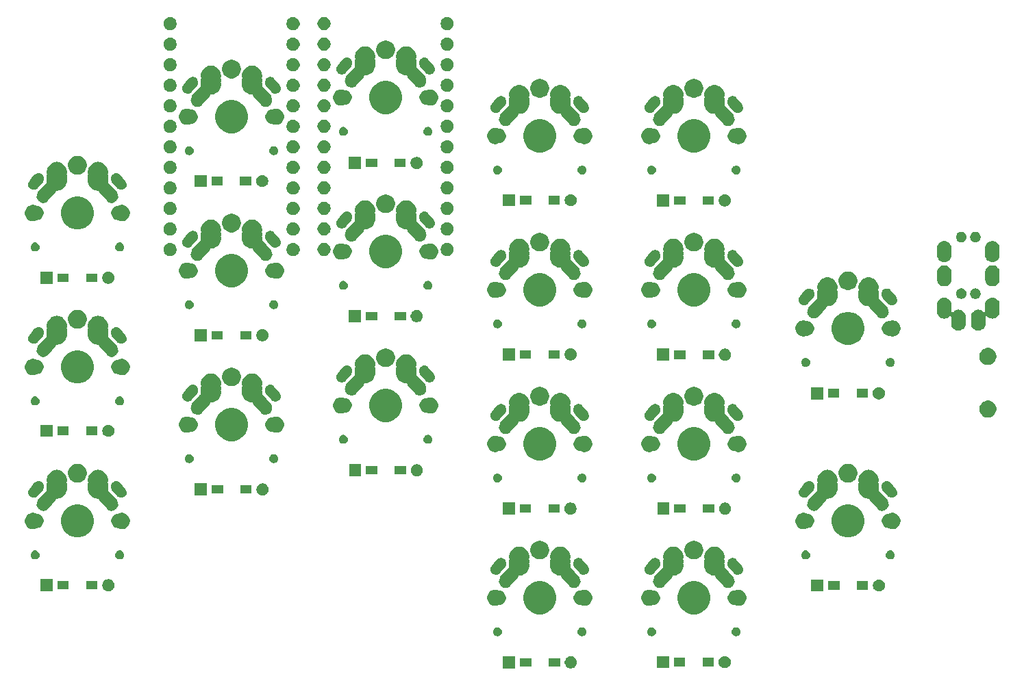
<source format=gbr>
G04 #@! TF.GenerationSoftware,KiCad,Pcbnew,(5.0.0)*
G04 #@! TF.CreationDate,2019-03-06T00:57:05+08:00*
G04 #@! TF.ProjectId,Shinonome,5368696E6F6E6F6D652E6B696361645F,rev?*
G04 #@! TF.SameCoordinates,Original*
G04 #@! TF.FileFunction,Soldermask,Bot*
G04 #@! TF.FilePolarity,Negative*
%FSLAX46Y46*%
G04 Gerber Fmt 4.6, Leading zero omitted, Abs format (unit mm)*
G04 Created by KiCad (PCBNEW (5.0.0)) date 03/06/19 00:57:05*
%MOMM*%
%LPD*%
G01*
G04 APERTURE LIST*
%ADD10C,0.100000*%
G04 APERTURE END LIST*
D10*
G36*
X163968621Y-150729302D02*
X164105022Y-150785801D01*
X164227779Y-150867825D01*
X164332175Y-150972221D01*
X164414199Y-151094978D01*
X164470698Y-151231379D01*
X164499500Y-151376181D01*
X164499500Y-151523819D01*
X164470698Y-151668621D01*
X164414199Y-151805022D01*
X164332175Y-151927779D01*
X164227779Y-152032175D01*
X164105022Y-152114199D01*
X163968621Y-152170698D01*
X163823819Y-152199500D01*
X163676181Y-152199500D01*
X163531379Y-152170698D01*
X163394978Y-152114199D01*
X163272221Y-152032175D01*
X163167825Y-151927779D01*
X163085801Y-151805022D01*
X163029302Y-151668621D01*
X163000500Y-151523819D01*
X163000500Y-151376181D01*
X163029302Y-151231379D01*
X163085801Y-151094978D01*
X163167825Y-150972221D01*
X163272221Y-150867825D01*
X163394978Y-150785801D01*
X163531379Y-150729302D01*
X163676181Y-150700500D01*
X163823819Y-150700500D01*
X163968621Y-150729302D01*
X163968621Y-150729302D01*
G37*
G36*
X156879500Y-152199500D02*
X155380500Y-152199500D01*
X155380500Y-150700500D01*
X156879500Y-150700500D01*
X156879500Y-152199500D01*
X156879500Y-152199500D01*
G37*
G36*
X175899500Y-152189500D02*
X174400500Y-152189500D01*
X174400500Y-150690500D01*
X175899500Y-150690500D01*
X175899500Y-152189500D01*
X175899500Y-152189500D01*
G37*
G36*
X182988621Y-150719302D02*
X183125022Y-150775801D01*
X183247779Y-150857825D01*
X183352175Y-150962221D01*
X183434199Y-151084978D01*
X183490698Y-151221379D01*
X183519500Y-151366181D01*
X183519500Y-151513819D01*
X183490698Y-151658621D01*
X183434199Y-151795022D01*
X183352175Y-151917779D01*
X183247779Y-152022175D01*
X183125022Y-152104199D01*
X182988621Y-152160698D01*
X182843819Y-152189500D01*
X182696181Y-152189500D01*
X182551379Y-152160698D01*
X182414978Y-152104199D01*
X182292221Y-152022175D01*
X182187825Y-151917779D01*
X182105801Y-151795022D01*
X182049302Y-151658621D01*
X182020500Y-151513819D01*
X182020500Y-151366181D01*
X182049302Y-151221379D01*
X182105801Y-151084978D01*
X182187825Y-150962221D01*
X182292221Y-150857825D01*
X182414978Y-150775801D01*
X182551379Y-150719302D01*
X182696181Y-150690500D01*
X182843819Y-150690500D01*
X182988621Y-150719302D01*
X182988621Y-150719302D01*
G37*
G36*
X158866000Y-151976000D02*
X157464000Y-151976000D01*
X157464000Y-150924000D01*
X158866000Y-150924000D01*
X158866000Y-151976000D01*
X158866000Y-151976000D01*
G37*
G36*
X162416000Y-151976000D02*
X161014000Y-151976000D01*
X161014000Y-150924000D01*
X162416000Y-150924000D01*
X162416000Y-151976000D01*
X162416000Y-151976000D01*
G37*
G36*
X181436000Y-151966000D02*
X180034000Y-151966000D01*
X180034000Y-150914000D01*
X181436000Y-150914000D01*
X181436000Y-151966000D01*
X181436000Y-151966000D01*
G37*
G36*
X177886000Y-151966000D02*
X176484000Y-151966000D01*
X176484000Y-150914000D01*
X177886000Y-150914000D01*
X177886000Y-151966000D01*
X177886000Y-151966000D01*
G37*
G36*
X165290721Y-147150174D02*
X165390995Y-147191709D01*
X165481245Y-147252012D01*
X165557988Y-147328755D01*
X165618291Y-147419005D01*
X165659826Y-147519279D01*
X165681000Y-147625730D01*
X165681000Y-147734270D01*
X165659826Y-147840721D01*
X165618291Y-147940995D01*
X165557988Y-148031245D01*
X165481245Y-148107988D01*
X165390995Y-148168291D01*
X165290721Y-148209826D01*
X165184270Y-148231000D01*
X165075730Y-148231000D01*
X164969279Y-148209826D01*
X164869005Y-148168291D01*
X164778755Y-148107988D01*
X164702012Y-148031245D01*
X164641709Y-147940995D01*
X164600174Y-147840721D01*
X164579000Y-147734270D01*
X164579000Y-147625730D01*
X164600174Y-147519279D01*
X164641709Y-147419005D01*
X164702012Y-147328755D01*
X164778755Y-147252012D01*
X164869005Y-147191709D01*
X164969279Y-147150174D01*
X165075730Y-147129000D01*
X165184270Y-147129000D01*
X165290721Y-147150174D01*
X165290721Y-147150174D01*
G37*
G36*
X173900721Y-147150174D02*
X174000995Y-147191709D01*
X174091245Y-147252012D01*
X174167988Y-147328755D01*
X174228291Y-147419005D01*
X174269826Y-147519279D01*
X174291000Y-147625730D01*
X174291000Y-147734270D01*
X174269826Y-147840721D01*
X174228291Y-147940995D01*
X174167988Y-148031245D01*
X174091245Y-148107988D01*
X174000995Y-148168291D01*
X173900721Y-148209826D01*
X173794270Y-148231000D01*
X173685730Y-148231000D01*
X173579279Y-148209826D01*
X173479005Y-148168291D01*
X173388755Y-148107988D01*
X173312012Y-148031245D01*
X173251709Y-147940995D01*
X173210174Y-147840721D01*
X173189000Y-147734270D01*
X173189000Y-147625730D01*
X173210174Y-147519279D01*
X173251709Y-147419005D01*
X173312012Y-147328755D01*
X173388755Y-147252012D01*
X173479005Y-147191709D01*
X173579279Y-147150174D01*
X173685730Y-147129000D01*
X173794270Y-147129000D01*
X173900721Y-147150174D01*
X173900721Y-147150174D01*
G37*
G36*
X184340721Y-147150174D02*
X184440995Y-147191709D01*
X184531245Y-147252012D01*
X184607988Y-147328755D01*
X184668291Y-147419005D01*
X184709826Y-147519279D01*
X184731000Y-147625730D01*
X184731000Y-147734270D01*
X184709826Y-147840721D01*
X184668291Y-147940995D01*
X184607988Y-148031245D01*
X184531245Y-148107988D01*
X184440995Y-148168291D01*
X184340721Y-148209826D01*
X184234270Y-148231000D01*
X184125730Y-148231000D01*
X184019279Y-148209826D01*
X183919005Y-148168291D01*
X183828755Y-148107988D01*
X183752012Y-148031245D01*
X183691709Y-147940995D01*
X183650174Y-147840721D01*
X183629000Y-147734270D01*
X183629000Y-147625730D01*
X183650174Y-147519279D01*
X183691709Y-147419005D01*
X183752012Y-147328755D01*
X183828755Y-147252012D01*
X183919005Y-147191709D01*
X184019279Y-147150174D01*
X184125730Y-147129000D01*
X184234270Y-147129000D01*
X184340721Y-147150174D01*
X184340721Y-147150174D01*
G37*
G36*
X154850721Y-147150174D02*
X154950995Y-147191709D01*
X155041245Y-147252012D01*
X155117988Y-147328755D01*
X155178291Y-147419005D01*
X155219826Y-147519279D01*
X155241000Y-147625730D01*
X155241000Y-147734270D01*
X155219826Y-147840721D01*
X155178291Y-147940995D01*
X155117988Y-148031245D01*
X155041245Y-148107988D01*
X154950995Y-148168291D01*
X154850721Y-148209826D01*
X154744270Y-148231000D01*
X154635730Y-148231000D01*
X154529279Y-148209826D01*
X154429005Y-148168291D01*
X154338755Y-148107988D01*
X154262012Y-148031245D01*
X154201709Y-147940995D01*
X154160174Y-147840721D01*
X154139000Y-147734270D01*
X154139000Y-147625730D01*
X154160174Y-147519279D01*
X154201709Y-147419005D01*
X154262012Y-147328755D01*
X154338755Y-147252012D01*
X154429005Y-147191709D01*
X154529279Y-147150174D01*
X154635730Y-147129000D01*
X154744270Y-147129000D01*
X154850721Y-147150174D01*
X154850721Y-147150174D01*
G37*
G36*
X179558252Y-141507818D02*
X179558254Y-141507819D01*
X179558255Y-141507819D01*
X179931513Y-141662427D01*
X180140436Y-141802025D01*
X180267439Y-141886886D01*
X180553114Y-142172561D01*
X180553116Y-142172564D01*
X180777573Y-142508487D01*
X180932181Y-142881745D01*
X180932182Y-142881748D01*
X181011000Y-143277993D01*
X181011000Y-143682007D01*
X180936936Y-144054354D01*
X180932181Y-144078255D01*
X180777573Y-144451513D01*
X180777572Y-144451514D01*
X180553114Y-144787439D01*
X180267439Y-145073114D01*
X180267436Y-145073116D01*
X179931513Y-145297573D01*
X179558255Y-145452181D01*
X179558254Y-145452181D01*
X179558252Y-145452182D01*
X179162007Y-145531000D01*
X178757993Y-145531000D01*
X178361748Y-145452182D01*
X178361746Y-145452181D01*
X178361745Y-145452181D01*
X177988487Y-145297573D01*
X177652564Y-145073116D01*
X177652561Y-145073114D01*
X177366886Y-144787439D01*
X177142428Y-144451514D01*
X177142427Y-144451513D01*
X176987819Y-144078255D01*
X176983065Y-144054354D01*
X176909000Y-143682007D01*
X176909000Y-143277993D01*
X176987818Y-142881748D01*
X176987819Y-142881745D01*
X177142427Y-142508487D01*
X177366884Y-142172564D01*
X177366886Y-142172561D01*
X177652561Y-141886886D01*
X177779564Y-141802025D01*
X177988487Y-141662427D01*
X178361745Y-141507819D01*
X178361746Y-141507819D01*
X178361748Y-141507818D01*
X178757993Y-141429000D01*
X179162007Y-141429000D01*
X179558252Y-141507818D01*
X179558252Y-141507818D01*
G37*
G36*
X160508252Y-141507818D02*
X160508254Y-141507819D01*
X160508255Y-141507819D01*
X160881513Y-141662427D01*
X161090436Y-141802025D01*
X161217439Y-141886886D01*
X161503114Y-142172561D01*
X161503116Y-142172564D01*
X161727573Y-142508487D01*
X161882181Y-142881745D01*
X161882182Y-142881748D01*
X161961000Y-143277993D01*
X161961000Y-143682007D01*
X161886936Y-144054354D01*
X161882181Y-144078255D01*
X161727573Y-144451513D01*
X161727572Y-144451514D01*
X161503114Y-144787439D01*
X161217439Y-145073114D01*
X161217436Y-145073116D01*
X160881513Y-145297573D01*
X160508255Y-145452181D01*
X160508254Y-145452181D01*
X160508252Y-145452182D01*
X160112007Y-145531000D01*
X159707993Y-145531000D01*
X159311748Y-145452182D01*
X159311746Y-145452181D01*
X159311745Y-145452181D01*
X158938487Y-145297573D01*
X158602564Y-145073116D01*
X158602561Y-145073114D01*
X158316886Y-144787439D01*
X158092428Y-144451514D01*
X158092427Y-144451513D01*
X157937819Y-144078255D01*
X157933065Y-144054354D01*
X157859000Y-143682007D01*
X157859000Y-143277993D01*
X157937818Y-142881748D01*
X157937819Y-142881745D01*
X158092427Y-142508487D01*
X158316884Y-142172564D01*
X158316886Y-142172561D01*
X158602561Y-141886886D01*
X158729564Y-141802025D01*
X158938487Y-141662427D01*
X159311745Y-141507819D01*
X159311746Y-141507819D01*
X159311748Y-141507818D01*
X159707993Y-141429000D01*
X160112007Y-141429000D01*
X160508252Y-141507818D01*
X160508252Y-141507818D01*
G37*
G36*
X173751981Y-142517468D02*
X173877561Y-142569485D01*
X173901010Y-142576598D01*
X173925396Y-142579000D01*
X173968741Y-142579000D01*
X174142812Y-142613624D01*
X174306784Y-142681544D01*
X174454354Y-142780147D01*
X174579853Y-142905646D01*
X174678456Y-143053216D01*
X174746376Y-143217188D01*
X174781000Y-143391259D01*
X174781000Y-143568741D01*
X174746376Y-143742812D01*
X174678456Y-143906784D01*
X174579853Y-144054354D01*
X174454354Y-144179853D01*
X174306784Y-144278456D01*
X174142812Y-144346376D01*
X173968741Y-144381000D01*
X173925396Y-144381000D01*
X173901010Y-144383402D01*
X173877561Y-144390515D01*
X173751981Y-144442532D01*
X173558590Y-144481000D01*
X173361410Y-144481000D01*
X173168019Y-144442532D01*
X172985850Y-144367075D01*
X172821897Y-144257525D01*
X172682475Y-144118103D01*
X172572925Y-143954150D01*
X172497468Y-143771981D01*
X172459000Y-143578590D01*
X172459000Y-143381410D01*
X172497468Y-143188019D01*
X172572925Y-143005850D01*
X172682475Y-142841897D01*
X172821897Y-142702475D01*
X172985850Y-142592925D01*
X173168019Y-142517468D01*
X173361410Y-142479000D01*
X173558590Y-142479000D01*
X173751981Y-142517468D01*
X173751981Y-142517468D01*
G37*
G36*
X154701981Y-142517468D02*
X154827561Y-142569485D01*
X154851010Y-142576598D01*
X154875396Y-142579000D01*
X154918741Y-142579000D01*
X155092812Y-142613624D01*
X155256784Y-142681544D01*
X155404354Y-142780147D01*
X155529853Y-142905646D01*
X155628456Y-143053216D01*
X155696376Y-143217188D01*
X155731000Y-143391259D01*
X155731000Y-143568741D01*
X155696376Y-143742812D01*
X155628456Y-143906784D01*
X155529853Y-144054354D01*
X155404354Y-144179853D01*
X155256784Y-144278456D01*
X155092812Y-144346376D01*
X154918741Y-144381000D01*
X154875396Y-144381000D01*
X154851010Y-144383402D01*
X154827561Y-144390515D01*
X154701981Y-144442532D01*
X154508590Y-144481000D01*
X154311410Y-144481000D01*
X154118019Y-144442532D01*
X153935850Y-144367075D01*
X153771897Y-144257525D01*
X153632475Y-144118103D01*
X153522925Y-143954150D01*
X153447468Y-143771981D01*
X153409000Y-143578590D01*
X153409000Y-143381410D01*
X153447468Y-143188019D01*
X153522925Y-143005850D01*
X153632475Y-142841897D01*
X153771897Y-142702475D01*
X153935850Y-142592925D01*
X154118019Y-142517468D01*
X154311410Y-142479000D01*
X154508590Y-142479000D01*
X154701981Y-142517468D01*
X154701981Y-142517468D01*
G37*
G36*
X165701981Y-142517468D02*
X165884150Y-142592925D01*
X166048103Y-142702475D01*
X166187525Y-142841897D01*
X166297075Y-143005850D01*
X166372532Y-143188019D01*
X166411000Y-143381410D01*
X166411000Y-143578590D01*
X166372532Y-143771981D01*
X166297075Y-143954150D01*
X166187525Y-144118103D01*
X166048103Y-144257525D01*
X165884150Y-144367075D01*
X165701981Y-144442532D01*
X165508590Y-144481000D01*
X165311410Y-144481000D01*
X165118019Y-144442532D01*
X164992439Y-144390515D01*
X164968990Y-144383402D01*
X164944604Y-144381000D01*
X164901259Y-144381000D01*
X164727188Y-144346376D01*
X164563216Y-144278456D01*
X164415646Y-144179853D01*
X164290147Y-144054354D01*
X164191544Y-143906784D01*
X164123624Y-143742812D01*
X164089000Y-143568741D01*
X164089000Y-143391259D01*
X164123624Y-143217188D01*
X164191544Y-143053216D01*
X164290147Y-142905646D01*
X164415646Y-142780147D01*
X164563216Y-142681544D01*
X164727188Y-142613624D01*
X164901259Y-142579000D01*
X164944604Y-142579000D01*
X164968990Y-142576598D01*
X164992439Y-142569485D01*
X165118019Y-142517468D01*
X165311410Y-142479000D01*
X165508590Y-142479000D01*
X165701981Y-142517468D01*
X165701981Y-142517468D01*
G37*
G36*
X184751981Y-142517468D02*
X184934150Y-142592925D01*
X185098103Y-142702475D01*
X185237525Y-142841897D01*
X185347075Y-143005850D01*
X185422532Y-143188019D01*
X185461000Y-143381410D01*
X185461000Y-143578590D01*
X185422532Y-143771981D01*
X185347075Y-143954150D01*
X185237525Y-144118103D01*
X185098103Y-144257525D01*
X184934150Y-144367075D01*
X184751981Y-144442532D01*
X184558590Y-144481000D01*
X184361410Y-144481000D01*
X184168019Y-144442532D01*
X184042439Y-144390515D01*
X184018990Y-144383402D01*
X183994604Y-144381000D01*
X183951259Y-144381000D01*
X183777188Y-144346376D01*
X183613216Y-144278456D01*
X183465646Y-144179853D01*
X183340147Y-144054354D01*
X183241544Y-143906784D01*
X183173624Y-143742812D01*
X183139000Y-143568741D01*
X183139000Y-143391259D01*
X183173624Y-143217188D01*
X183241544Y-143053216D01*
X183340147Y-142905646D01*
X183465646Y-142780147D01*
X183613216Y-142681544D01*
X183777188Y-142613624D01*
X183951259Y-142579000D01*
X183994604Y-142579000D01*
X184018990Y-142576598D01*
X184042439Y-142569485D01*
X184168019Y-142517468D01*
X184361410Y-142479000D01*
X184558590Y-142479000D01*
X184751981Y-142517468D01*
X184751981Y-142517468D01*
G37*
G36*
X194969500Y-142689500D02*
X193470500Y-142689500D01*
X193470500Y-141190500D01*
X194969500Y-141190500D01*
X194969500Y-142689500D01*
X194969500Y-142689500D01*
G37*
G36*
X202058621Y-141219302D02*
X202195022Y-141275801D01*
X202317779Y-141357825D01*
X202422175Y-141462221D01*
X202504199Y-141584978D01*
X202560698Y-141721379D01*
X202589500Y-141866181D01*
X202589500Y-142013819D01*
X202560698Y-142158621D01*
X202504199Y-142295022D01*
X202422175Y-142417779D01*
X202317779Y-142522175D01*
X202195022Y-142604199D01*
X202058621Y-142660698D01*
X201913819Y-142689500D01*
X201766181Y-142689500D01*
X201621379Y-142660698D01*
X201484978Y-142604199D01*
X201362221Y-142522175D01*
X201257825Y-142417779D01*
X201175801Y-142295022D01*
X201119302Y-142158621D01*
X201090500Y-142013819D01*
X201090500Y-141866181D01*
X201119302Y-141721379D01*
X201175801Y-141584978D01*
X201257825Y-141462221D01*
X201362221Y-141357825D01*
X201484978Y-141275801D01*
X201621379Y-141219302D01*
X201766181Y-141190500D01*
X201913819Y-141190500D01*
X202058621Y-141219302D01*
X202058621Y-141219302D01*
G37*
G36*
X106798621Y-141209302D02*
X106935022Y-141265801D01*
X107057779Y-141347825D01*
X107162175Y-141452221D01*
X107244199Y-141574978D01*
X107300698Y-141711379D01*
X107329500Y-141856181D01*
X107329500Y-142003819D01*
X107300698Y-142148621D01*
X107244199Y-142285022D01*
X107162175Y-142407779D01*
X107057779Y-142512175D01*
X106935022Y-142594199D01*
X106798621Y-142650698D01*
X106653819Y-142679500D01*
X106506181Y-142679500D01*
X106361379Y-142650698D01*
X106224978Y-142594199D01*
X106102221Y-142512175D01*
X105997825Y-142407779D01*
X105915801Y-142285022D01*
X105859302Y-142148621D01*
X105830500Y-142003819D01*
X105830500Y-141856181D01*
X105859302Y-141711379D01*
X105915801Y-141574978D01*
X105997825Y-141452221D01*
X106102221Y-141347825D01*
X106224978Y-141265801D01*
X106361379Y-141209302D01*
X106506181Y-141180500D01*
X106653819Y-141180500D01*
X106798621Y-141209302D01*
X106798621Y-141209302D01*
G37*
G36*
X99709500Y-142679500D02*
X98210500Y-142679500D01*
X98210500Y-141180500D01*
X99709500Y-141180500D01*
X99709500Y-142679500D01*
X99709500Y-142679500D01*
G37*
G36*
X196956000Y-142466000D02*
X195554000Y-142466000D01*
X195554000Y-141414000D01*
X196956000Y-141414000D01*
X196956000Y-142466000D01*
X196956000Y-142466000D01*
G37*
G36*
X200506000Y-142466000D02*
X199104000Y-142466000D01*
X199104000Y-141414000D01*
X200506000Y-141414000D01*
X200506000Y-142466000D01*
X200506000Y-142466000D01*
G37*
G36*
X105246000Y-142456000D02*
X103844000Y-142456000D01*
X103844000Y-141404000D01*
X105246000Y-141404000D01*
X105246000Y-142456000D01*
X105246000Y-142456000D01*
G37*
G36*
X101696000Y-142456000D02*
X100294000Y-142456000D01*
X100294000Y-141404000D01*
X101696000Y-141404000D01*
X101696000Y-142456000D01*
X101696000Y-142456000D01*
G37*
G36*
X162633636Y-137161019D02*
X162814903Y-137197075D01*
X163042571Y-137291378D01*
X163246542Y-137427668D01*
X163247469Y-137428287D01*
X163421713Y-137602531D01*
X163421715Y-137602534D01*
X163558622Y-137807429D01*
X163652925Y-138035097D01*
X163666975Y-138105731D01*
X163701000Y-138276786D01*
X163701000Y-138523214D01*
X163672675Y-138665614D01*
X163670273Y-138690000D01*
X163672675Y-138714386D01*
X163682723Y-138764903D01*
X163701000Y-138856787D01*
X163701000Y-139103213D01*
X163690316Y-139156927D01*
X163680631Y-139205613D01*
X163678229Y-139230000D01*
X163680631Y-139254387D01*
X163701000Y-139356787D01*
X163701000Y-139603215D01*
X163696103Y-139627835D01*
X163693701Y-139652221D01*
X163696103Y-139676607D01*
X163703216Y-139700056D01*
X163714768Y-139721667D01*
X163730313Y-139740609D01*
X163750392Y-139756905D01*
X163837772Y-139813922D01*
X163924930Y-139899198D01*
X164225599Y-140257522D01*
X164780574Y-140918915D01*
X164809420Y-140961084D01*
X164849423Y-141019562D01*
X164913323Y-141169192D01*
X164923860Y-141219303D01*
X164946804Y-141328419D01*
X164948579Y-141491117D01*
X164918579Y-141651035D01*
X164857957Y-141802027D01*
X164769042Y-141938292D01*
X164727451Y-141980800D01*
X164655251Y-142054594D01*
X164520958Y-142146459D01*
X164371327Y-142210359D01*
X164255767Y-142234658D01*
X164212100Y-142243840D01*
X164049402Y-142245615D01*
X164049401Y-142245615D01*
X164012473Y-142238687D01*
X163889484Y-142215615D01*
X163738492Y-142154993D01*
X163602227Y-142066078D01*
X163515068Y-141980800D01*
X162659426Y-140961084D01*
X162590579Y-140860440D01*
X162590577Y-140860437D01*
X162567717Y-140806908D01*
X162555931Y-140785424D01*
X162540180Y-140766653D01*
X162521069Y-140751315D01*
X162499334Y-140740000D01*
X162475809Y-140733143D01*
X162452761Y-140731000D01*
X162326786Y-140731000D01*
X162225260Y-140710805D01*
X162085097Y-140682925D01*
X161857429Y-140588622D01*
X161652534Y-140451715D01*
X161652531Y-140451713D01*
X161478287Y-140277469D01*
X161464961Y-140257525D01*
X161341378Y-140072571D01*
X161247075Y-139844903D01*
X161208505Y-139651000D01*
X161199000Y-139603214D01*
X161199000Y-139356787D01*
X161219369Y-139254387D01*
X161221771Y-139230000D01*
X161219369Y-139205613D01*
X161209685Y-139156927D01*
X161199000Y-139103213D01*
X161199000Y-138856787D01*
X161217277Y-138764903D01*
X161227325Y-138714386D01*
X161229727Y-138690000D01*
X161227325Y-138665614D01*
X161199000Y-138523214D01*
X161199000Y-138276786D01*
X161233025Y-138105731D01*
X161247075Y-138035097D01*
X161341378Y-137807429D01*
X161478285Y-137602534D01*
X161478287Y-137602531D01*
X161652531Y-137428287D01*
X161653458Y-137427668D01*
X161857429Y-137291378D01*
X162085097Y-137197075D01*
X162266364Y-137161019D01*
X162326786Y-137149000D01*
X162573214Y-137149000D01*
X162633636Y-137161019D01*
X162633636Y-137161019D01*
G37*
G36*
X157553636Y-137161019D02*
X157734903Y-137197075D01*
X157962571Y-137291378D01*
X158166542Y-137427668D01*
X158167469Y-137428287D01*
X158341713Y-137602531D01*
X158341715Y-137602534D01*
X158478622Y-137807429D01*
X158572925Y-138035097D01*
X158586975Y-138105731D01*
X158621000Y-138276786D01*
X158621000Y-138523214D01*
X158592675Y-138665614D01*
X158590273Y-138690000D01*
X158592675Y-138714386D01*
X158602723Y-138764903D01*
X158621000Y-138856787D01*
X158621000Y-139103213D01*
X158610316Y-139156927D01*
X158600631Y-139205613D01*
X158598229Y-139230000D01*
X158600631Y-139254387D01*
X158621000Y-139356787D01*
X158621000Y-139603214D01*
X158611495Y-139651000D01*
X158572925Y-139844903D01*
X158478622Y-140072571D01*
X158355039Y-140257525D01*
X158341713Y-140277469D01*
X158167469Y-140451713D01*
X158167466Y-140451715D01*
X157962571Y-140588622D01*
X157734903Y-140682925D01*
X157594740Y-140710805D01*
X157493214Y-140731000D01*
X157367239Y-140731000D01*
X157342853Y-140733402D01*
X157319404Y-140740515D01*
X157297793Y-140752066D01*
X157278851Y-140767612D01*
X157263305Y-140786554D01*
X157252284Y-140806904D01*
X157229421Y-140860441D01*
X157160574Y-140961085D01*
X156788924Y-141404000D01*
X156304930Y-141980802D01*
X156271184Y-142013819D01*
X156217772Y-142066078D01*
X156081507Y-142154993D01*
X155930515Y-142215615D01*
X155807526Y-142238687D01*
X155770598Y-142245615D01*
X155770597Y-142245615D01*
X155607900Y-142243840D01*
X155564233Y-142234658D01*
X155448673Y-142210359D01*
X155299042Y-142146459D01*
X155164749Y-142054594D01*
X155092549Y-141980800D01*
X155050958Y-141938292D01*
X154962043Y-141802027D01*
X154901421Y-141651035D01*
X154871421Y-141491117D01*
X154873196Y-141328420D01*
X154886363Y-141265801D01*
X154906677Y-141169193D01*
X154970577Y-141019563D01*
X155010580Y-140961085D01*
X155039426Y-140918916D01*
X155895068Y-139899200D01*
X155982227Y-139813922D01*
X155982228Y-139813921D01*
X156069607Y-139756905D01*
X156088718Y-139741567D01*
X156104469Y-139722796D01*
X156116255Y-139701312D01*
X156123624Y-139677942D01*
X156126292Y-139653584D01*
X156123897Y-139627835D01*
X156119000Y-139603215D01*
X156119000Y-139356787D01*
X156139369Y-139254387D01*
X156141771Y-139230000D01*
X156139369Y-139205613D01*
X156129685Y-139156927D01*
X156119000Y-139103213D01*
X156119000Y-138856787D01*
X156137277Y-138764903D01*
X156147325Y-138714386D01*
X156149727Y-138690000D01*
X156147325Y-138665614D01*
X156119000Y-138523214D01*
X156119000Y-138276786D01*
X156153025Y-138105731D01*
X156167075Y-138035097D01*
X156261378Y-137807429D01*
X156398285Y-137602534D01*
X156398287Y-137602531D01*
X156572531Y-137428287D01*
X156573458Y-137427668D01*
X156777429Y-137291378D01*
X157005097Y-137197075D01*
X157186364Y-137161019D01*
X157246786Y-137149000D01*
X157493214Y-137149000D01*
X157553636Y-137161019D01*
X157553636Y-137161019D01*
G37*
G36*
X176603636Y-137161019D02*
X176784903Y-137197075D01*
X177012571Y-137291378D01*
X177216542Y-137427668D01*
X177217469Y-137428287D01*
X177391713Y-137602531D01*
X177391715Y-137602534D01*
X177528622Y-137807429D01*
X177622925Y-138035097D01*
X177636975Y-138105731D01*
X177671000Y-138276786D01*
X177671000Y-138523214D01*
X177642675Y-138665614D01*
X177640273Y-138690000D01*
X177642675Y-138714386D01*
X177652723Y-138764903D01*
X177671000Y-138856787D01*
X177671000Y-139103213D01*
X177660316Y-139156927D01*
X177650631Y-139205613D01*
X177648229Y-139230000D01*
X177650631Y-139254387D01*
X177671000Y-139356787D01*
X177671000Y-139603214D01*
X177661495Y-139651000D01*
X177622925Y-139844903D01*
X177528622Y-140072571D01*
X177405039Y-140257525D01*
X177391713Y-140277469D01*
X177217469Y-140451713D01*
X177217466Y-140451715D01*
X177012571Y-140588622D01*
X176784903Y-140682925D01*
X176644740Y-140710805D01*
X176543214Y-140731000D01*
X176417239Y-140731000D01*
X176392853Y-140733402D01*
X176369404Y-140740515D01*
X176347793Y-140752066D01*
X176328851Y-140767612D01*
X176313305Y-140786554D01*
X176302284Y-140806904D01*
X176279421Y-140860441D01*
X176210574Y-140961085D01*
X175838924Y-141404000D01*
X175354930Y-141980802D01*
X175321184Y-142013819D01*
X175267772Y-142066078D01*
X175131507Y-142154993D01*
X174980515Y-142215615D01*
X174857526Y-142238687D01*
X174820598Y-142245615D01*
X174820597Y-142245615D01*
X174657900Y-142243840D01*
X174614233Y-142234658D01*
X174498673Y-142210359D01*
X174349042Y-142146459D01*
X174214749Y-142054594D01*
X174142549Y-141980800D01*
X174100958Y-141938292D01*
X174012043Y-141802027D01*
X173951421Y-141651035D01*
X173921421Y-141491117D01*
X173923196Y-141328420D01*
X173936363Y-141265801D01*
X173956677Y-141169193D01*
X174020577Y-141019563D01*
X174060580Y-140961085D01*
X174089426Y-140918916D01*
X174945068Y-139899200D01*
X175032227Y-139813922D01*
X175032228Y-139813921D01*
X175119607Y-139756905D01*
X175138718Y-139741567D01*
X175154469Y-139722796D01*
X175166255Y-139701312D01*
X175173624Y-139677942D01*
X175176292Y-139653584D01*
X175173897Y-139627835D01*
X175169000Y-139603215D01*
X175169000Y-139356787D01*
X175189369Y-139254387D01*
X175191771Y-139230000D01*
X175189369Y-139205613D01*
X175179685Y-139156927D01*
X175169000Y-139103213D01*
X175169000Y-138856787D01*
X175187277Y-138764903D01*
X175197325Y-138714386D01*
X175199727Y-138690000D01*
X175197325Y-138665614D01*
X175169000Y-138523214D01*
X175169000Y-138276786D01*
X175203025Y-138105731D01*
X175217075Y-138035097D01*
X175311378Y-137807429D01*
X175448285Y-137602534D01*
X175448287Y-137602531D01*
X175622531Y-137428287D01*
X175623458Y-137427668D01*
X175827429Y-137291378D01*
X176055097Y-137197075D01*
X176236364Y-137161019D01*
X176296786Y-137149000D01*
X176543214Y-137149000D01*
X176603636Y-137161019D01*
X176603636Y-137161019D01*
G37*
G36*
X181683636Y-137161019D02*
X181864903Y-137197075D01*
X182092571Y-137291378D01*
X182296542Y-137427668D01*
X182297469Y-137428287D01*
X182471713Y-137602531D01*
X182471715Y-137602534D01*
X182608622Y-137807429D01*
X182702925Y-138035097D01*
X182716975Y-138105731D01*
X182751000Y-138276786D01*
X182751000Y-138523214D01*
X182722675Y-138665614D01*
X182720273Y-138690000D01*
X182722675Y-138714386D01*
X182732723Y-138764903D01*
X182751000Y-138856787D01*
X182751000Y-139103213D01*
X182740316Y-139156927D01*
X182730631Y-139205613D01*
X182728229Y-139230000D01*
X182730631Y-139254387D01*
X182751000Y-139356787D01*
X182751000Y-139603215D01*
X182746103Y-139627835D01*
X182743701Y-139652221D01*
X182746103Y-139676607D01*
X182753216Y-139700056D01*
X182764768Y-139721667D01*
X182780313Y-139740609D01*
X182800392Y-139756905D01*
X182887772Y-139813922D01*
X182974930Y-139899198D01*
X183275599Y-140257522D01*
X183830574Y-140918915D01*
X183859420Y-140961084D01*
X183899423Y-141019562D01*
X183963323Y-141169192D01*
X183973860Y-141219303D01*
X183996804Y-141328419D01*
X183998579Y-141491117D01*
X183968579Y-141651035D01*
X183907957Y-141802027D01*
X183819042Y-141938292D01*
X183777451Y-141980800D01*
X183705251Y-142054594D01*
X183570958Y-142146459D01*
X183421327Y-142210359D01*
X183305767Y-142234658D01*
X183262100Y-142243840D01*
X183099402Y-142245615D01*
X183099401Y-142245615D01*
X183062473Y-142238687D01*
X182939484Y-142215615D01*
X182788492Y-142154993D01*
X182652227Y-142066078D01*
X182565068Y-141980800D01*
X181709426Y-140961084D01*
X181640579Y-140860440D01*
X181640577Y-140860437D01*
X181617717Y-140806908D01*
X181605931Y-140785424D01*
X181590180Y-140766653D01*
X181571069Y-140751315D01*
X181549334Y-140740000D01*
X181525809Y-140733143D01*
X181502761Y-140731000D01*
X181376786Y-140731000D01*
X181275260Y-140710805D01*
X181135097Y-140682925D01*
X180907429Y-140588622D01*
X180702534Y-140451715D01*
X180702531Y-140451713D01*
X180528287Y-140277469D01*
X180514961Y-140257525D01*
X180391378Y-140072571D01*
X180297075Y-139844903D01*
X180258505Y-139651000D01*
X180249000Y-139603214D01*
X180249000Y-139356787D01*
X180269369Y-139254387D01*
X180271771Y-139230000D01*
X180269369Y-139205613D01*
X180259685Y-139156927D01*
X180249000Y-139103213D01*
X180249000Y-138856787D01*
X180267277Y-138764903D01*
X180277325Y-138714386D01*
X180279727Y-138690000D01*
X180277325Y-138665614D01*
X180249000Y-138523214D01*
X180249000Y-138276786D01*
X180283025Y-138105731D01*
X180297075Y-138035097D01*
X180391378Y-137807429D01*
X180528285Y-137602534D01*
X180528287Y-137602531D01*
X180702531Y-137428287D01*
X180703458Y-137427668D01*
X180907429Y-137291378D01*
X181135097Y-137197075D01*
X181316364Y-137161019D01*
X181376786Y-137149000D01*
X181623214Y-137149000D01*
X181683636Y-137161019D01*
X181683636Y-137161019D01*
G37*
G36*
X183944754Y-138563996D02*
X184034437Y-138600003D01*
X184068326Y-138613609D01*
X184068330Y-138613611D01*
X184179847Y-138686377D01*
X184251173Y-138756164D01*
X184251178Y-138756170D01*
X184251180Y-138756172D01*
X184904511Y-139534780D01*
X184904513Y-139534783D01*
X184904517Y-139534788D01*
X184960859Y-139617151D01*
X185013155Y-139739608D01*
X185040556Y-139869920D01*
X185042010Y-140003074D01*
X185017457Y-140133950D01*
X184967844Y-140257522D01*
X184967843Y-140257523D01*
X184895076Y-140369042D01*
X184801950Y-140464222D01*
X184788207Y-140473623D01*
X184692045Y-140539405D01*
X184569585Y-140591702D01*
X184439275Y-140619103D01*
X184306120Y-140620557D01*
X184175243Y-140596004D01*
X184051673Y-140546392D01*
X184051670Y-140546390D01*
X183940153Y-140473623D01*
X183940151Y-140473622D01*
X183868823Y-140403833D01*
X183868819Y-140403829D01*
X183313116Y-139741567D01*
X183215487Y-139625217D01*
X183159142Y-139542850D01*
X183106845Y-139420390D01*
X183079444Y-139290080D01*
X183077991Y-139156925D01*
X183102543Y-139026051D01*
X183152158Y-138902475D01*
X183224924Y-138790958D01*
X183318049Y-138695779D01*
X183326497Y-138690000D01*
X183427955Y-138620595D01*
X183444316Y-138613608D01*
X183550415Y-138568298D01*
X183680725Y-138540897D01*
X183813880Y-138539444D01*
X183944754Y-138563996D01*
X183944754Y-138563996D01*
G37*
G36*
X164894754Y-138563996D02*
X164984437Y-138600003D01*
X165018326Y-138613609D01*
X165018330Y-138613611D01*
X165129847Y-138686377D01*
X165201173Y-138756164D01*
X165201178Y-138756170D01*
X165201180Y-138756172D01*
X165854511Y-139534780D01*
X165854513Y-139534783D01*
X165854517Y-139534788D01*
X165910859Y-139617151D01*
X165963155Y-139739608D01*
X165990556Y-139869920D01*
X165992010Y-140003074D01*
X165967457Y-140133950D01*
X165917844Y-140257522D01*
X165917843Y-140257523D01*
X165845076Y-140369042D01*
X165751950Y-140464222D01*
X165738207Y-140473623D01*
X165642045Y-140539405D01*
X165519585Y-140591702D01*
X165389275Y-140619103D01*
X165256120Y-140620557D01*
X165125243Y-140596004D01*
X165001673Y-140546392D01*
X165001670Y-140546390D01*
X164890153Y-140473623D01*
X164890151Y-140473622D01*
X164818823Y-140403833D01*
X164818819Y-140403829D01*
X164263116Y-139741567D01*
X164165487Y-139625217D01*
X164109142Y-139542850D01*
X164056845Y-139420390D01*
X164029444Y-139290080D01*
X164027991Y-139156925D01*
X164052543Y-139026051D01*
X164102158Y-138902475D01*
X164174924Y-138790958D01*
X164268049Y-138695779D01*
X164276497Y-138690000D01*
X164377955Y-138620595D01*
X164394316Y-138613608D01*
X164500415Y-138568298D01*
X164630725Y-138540897D01*
X164763880Y-138539444D01*
X164894754Y-138563996D01*
X164894754Y-138563996D01*
G37*
G36*
X155189275Y-138540897D02*
X155299126Y-138563996D01*
X155319585Y-138568298D01*
X155442045Y-138620595D01*
X155543504Y-138690000D01*
X155551951Y-138695779D01*
X155645075Y-138790957D01*
X155717844Y-138902478D01*
X155767457Y-139026050D01*
X155792010Y-139156926D01*
X155790556Y-139290080D01*
X155763155Y-139420392D01*
X155710859Y-139542849D01*
X155654517Y-139625212D01*
X155654514Y-139625215D01*
X155654511Y-139625220D01*
X155107208Y-140277469D01*
X155001173Y-140403836D01*
X154952240Y-140451713D01*
X154929847Y-140473623D01*
X154818328Y-140546390D01*
X154787725Y-140558677D01*
X154694754Y-140596004D01*
X154563880Y-140620556D01*
X154430725Y-140619103D01*
X154300415Y-140591702D01*
X154177955Y-140539405D01*
X154081793Y-140473623D01*
X154068050Y-140464222D01*
X153974924Y-140369042D01*
X153902157Y-140257523D01*
X153872207Y-140182925D01*
X153852543Y-140133949D01*
X153827991Y-140003075D01*
X153829444Y-139869920D01*
X153856845Y-139739610D01*
X153909142Y-139617150D01*
X153965487Y-139534783D01*
X154248529Y-139197466D01*
X154618819Y-138756171D01*
X154644545Y-138731000D01*
X154690151Y-138686378D01*
X154801668Y-138613611D01*
X154801671Y-138613609D01*
X154801673Y-138613608D01*
X154925243Y-138563996D01*
X155056120Y-138539443D01*
X155189275Y-138540897D01*
X155189275Y-138540897D01*
G37*
G36*
X174239275Y-138540897D02*
X174349126Y-138563996D01*
X174369585Y-138568298D01*
X174492045Y-138620595D01*
X174593504Y-138690000D01*
X174601951Y-138695779D01*
X174695075Y-138790957D01*
X174767844Y-138902478D01*
X174817457Y-139026050D01*
X174842010Y-139156926D01*
X174840556Y-139290080D01*
X174813155Y-139420392D01*
X174760859Y-139542849D01*
X174704517Y-139625212D01*
X174704514Y-139625215D01*
X174704511Y-139625220D01*
X174157208Y-140277469D01*
X174051173Y-140403836D01*
X174002240Y-140451713D01*
X173979847Y-140473623D01*
X173868328Y-140546390D01*
X173837725Y-140558677D01*
X173744754Y-140596004D01*
X173613880Y-140620556D01*
X173480725Y-140619103D01*
X173350415Y-140591702D01*
X173227955Y-140539405D01*
X173131793Y-140473623D01*
X173118050Y-140464222D01*
X173024924Y-140369042D01*
X172952157Y-140257523D01*
X172922207Y-140182925D01*
X172902543Y-140133949D01*
X172877991Y-140003075D01*
X172879444Y-139869920D01*
X172906845Y-139739610D01*
X172959142Y-139617150D01*
X173015487Y-139534783D01*
X173298529Y-139197466D01*
X173668819Y-138756171D01*
X173694545Y-138731000D01*
X173740151Y-138686378D01*
X173851668Y-138613611D01*
X173851671Y-138613609D01*
X173851673Y-138613608D01*
X173975243Y-138563996D01*
X174106120Y-138539443D01*
X174239275Y-138540897D01*
X174239275Y-138540897D01*
G37*
G36*
X179295734Y-136473232D02*
X179505202Y-136559996D01*
X179693723Y-136685962D01*
X179854038Y-136846277D01*
X179980004Y-137034798D01*
X180066768Y-137244266D01*
X180111000Y-137466635D01*
X180111000Y-137693365D01*
X180066768Y-137915734D01*
X179980004Y-138125202D01*
X179854038Y-138313723D01*
X179693723Y-138474038D01*
X179505202Y-138600004D01*
X179295734Y-138686768D01*
X179073365Y-138731000D01*
X178846635Y-138731000D01*
X178624266Y-138686768D01*
X178414798Y-138600004D01*
X178226277Y-138474038D01*
X178065962Y-138313723D01*
X177939996Y-138125202D01*
X177853232Y-137915734D01*
X177809000Y-137693365D01*
X177809000Y-137466635D01*
X177853232Y-137244266D01*
X177939996Y-137034798D01*
X178065962Y-136846277D01*
X178226277Y-136685962D01*
X178414798Y-136559996D01*
X178624266Y-136473232D01*
X178846635Y-136429000D01*
X179073365Y-136429000D01*
X179295734Y-136473232D01*
X179295734Y-136473232D01*
G37*
G36*
X160245734Y-136473232D02*
X160455202Y-136559996D01*
X160643723Y-136685962D01*
X160804038Y-136846277D01*
X160930004Y-137034798D01*
X161016768Y-137244266D01*
X161061000Y-137466635D01*
X161061000Y-137693365D01*
X161016768Y-137915734D01*
X160930004Y-138125202D01*
X160804038Y-138313723D01*
X160643723Y-138474038D01*
X160455202Y-138600004D01*
X160245734Y-138686768D01*
X160023365Y-138731000D01*
X159796635Y-138731000D01*
X159574266Y-138686768D01*
X159364798Y-138600004D01*
X159176277Y-138474038D01*
X159015962Y-138313723D01*
X158889996Y-138125202D01*
X158803232Y-137915734D01*
X158759000Y-137693365D01*
X158759000Y-137466635D01*
X158803232Y-137244266D01*
X158889996Y-137034798D01*
X159015962Y-136846277D01*
X159176277Y-136685962D01*
X159364798Y-136559996D01*
X159574266Y-136473232D01*
X159796635Y-136429000D01*
X160023365Y-136429000D01*
X160245734Y-136473232D01*
X160245734Y-136473232D01*
G37*
G36*
X203390721Y-137630174D02*
X203490995Y-137671709D01*
X203581245Y-137732012D01*
X203657988Y-137808755D01*
X203718291Y-137899005D01*
X203759826Y-137999279D01*
X203781000Y-138105730D01*
X203781000Y-138214270D01*
X203759826Y-138320721D01*
X203718291Y-138420995D01*
X203657988Y-138511245D01*
X203581245Y-138587988D01*
X203490995Y-138648291D01*
X203390721Y-138689826D01*
X203284270Y-138711000D01*
X203175730Y-138711000D01*
X203069279Y-138689826D01*
X202969005Y-138648291D01*
X202878755Y-138587988D01*
X202802012Y-138511245D01*
X202741709Y-138420995D01*
X202700174Y-138320721D01*
X202679000Y-138214270D01*
X202679000Y-138105730D01*
X202700174Y-137999279D01*
X202741709Y-137899005D01*
X202802012Y-137808755D01*
X202878755Y-137732012D01*
X202969005Y-137671709D01*
X203069279Y-137630174D01*
X203175730Y-137609000D01*
X203284270Y-137609000D01*
X203390721Y-137630174D01*
X203390721Y-137630174D01*
G37*
G36*
X97700721Y-137630174D02*
X97800995Y-137671709D01*
X97891245Y-137732012D01*
X97967988Y-137808755D01*
X98028291Y-137899005D01*
X98069826Y-137999279D01*
X98091000Y-138105730D01*
X98091000Y-138214270D01*
X98069826Y-138320721D01*
X98028291Y-138420995D01*
X97967988Y-138511245D01*
X97891245Y-138587988D01*
X97800995Y-138648291D01*
X97700721Y-138689826D01*
X97594270Y-138711000D01*
X97485730Y-138711000D01*
X97379279Y-138689826D01*
X97279005Y-138648291D01*
X97188755Y-138587988D01*
X97112012Y-138511245D01*
X97051709Y-138420995D01*
X97010174Y-138320721D01*
X96989000Y-138214270D01*
X96989000Y-138105730D01*
X97010174Y-137999279D01*
X97051709Y-137899005D01*
X97112012Y-137808755D01*
X97188755Y-137732012D01*
X97279005Y-137671709D01*
X97379279Y-137630174D01*
X97485730Y-137609000D01*
X97594270Y-137609000D01*
X97700721Y-137630174D01*
X97700721Y-137630174D01*
G37*
G36*
X108140721Y-137630174D02*
X108240995Y-137671709D01*
X108331245Y-137732012D01*
X108407988Y-137808755D01*
X108468291Y-137899005D01*
X108509826Y-137999279D01*
X108531000Y-138105730D01*
X108531000Y-138214270D01*
X108509826Y-138320721D01*
X108468291Y-138420995D01*
X108407988Y-138511245D01*
X108331245Y-138587988D01*
X108240995Y-138648291D01*
X108140721Y-138689826D01*
X108034270Y-138711000D01*
X107925730Y-138711000D01*
X107819279Y-138689826D01*
X107719005Y-138648291D01*
X107628755Y-138587988D01*
X107552012Y-138511245D01*
X107491709Y-138420995D01*
X107450174Y-138320721D01*
X107429000Y-138214270D01*
X107429000Y-138105730D01*
X107450174Y-137999279D01*
X107491709Y-137899005D01*
X107552012Y-137808755D01*
X107628755Y-137732012D01*
X107719005Y-137671709D01*
X107819279Y-137630174D01*
X107925730Y-137609000D01*
X108034270Y-137609000D01*
X108140721Y-137630174D01*
X108140721Y-137630174D01*
G37*
G36*
X192950721Y-137630174D02*
X193050995Y-137671709D01*
X193141245Y-137732012D01*
X193217988Y-137808755D01*
X193278291Y-137899005D01*
X193319826Y-137999279D01*
X193341000Y-138105730D01*
X193341000Y-138214270D01*
X193319826Y-138320721D01*
X193278291Y-138420995D01*
X193217988Y-138511245D01*
X193141245Y-138587988D01*
X193050995Y-138648291D01*
X192950721Y-138689826D01*
X192844270Y-138711000D01*
X192735730Y-138711000D01*
X192629279Y-138689826D01*
X192529005Y-138648291D01*
X192438755Y-138587988D01*
X192362012Y-138511245D01*
X192301709Y-138420995D01*
X192260174Y-138320721D01*
X192239000Y-138214270D01*
X192239000Y-138105730D01*
X192260174Y-137999279D01*
X192301709Y-137899005D01*
X192362012Y-137808755D01*
X192438755Y-137732012D01*
X192529005Y-137671709D01*
X192629279Y-137630174D01*
X192735730Y-137609000D01*
X192844270Y-137609000D01*
X192950721Y-137630174D01*
X192950721Y-137630174D01*
G37*
G36*
X103358252Y-131987818D02*
X103358254Y-131987819D01*
X103358255Y-131987819D01*
X103731513Y-132142427D01*
X103940436Y-132282025D01*
X104067439Y-132366886D01*
X104353114Y-132652561D01*
X104353116Y-132652564D01*
X104577573Y-132988487D01*
X104732181Y-133361745D01*
X104732182Y-133361748D01*
X104811000Y-133757993D01*
X104811000Y-134162007D01*
X104736936Y-134534354D01*
X104732181Y-134558255D01*
X104577573Y-134931513D01*
X104577572Y-134931514D01*
X104353114Y-135267439D01*
X104067439Y-135553114D01*
X104067436Y-135553116D01*
X103731513Y-135777573D01*
X103358255Y-135932181D01*
X103358254Y-135932181D01*
X103358252Y-135932182D01*
X102962007Y-136011000D01*
X102557993Y-136011000D01*
X102161748Y-135932182D01*
X102161746Y-135932181D01*
X102161745Y-135932181D01*
X101788487Y-135777573D01*
X101452564Y-135553116D01*
X101452561Y-135553114D01*
X101166886Y-135267439D01*
X100942428Y-134931514D01*
X100942427Y-134931513D01*
X100787819Y-134558255D01*
X100783065Y-134534354D01*
X100709000Y-134162007D01*
X100709000Y-133757993D01*
X100787818Y-133361748D01*
X100787819Y-133361745D01*
X100942427Y-132988487D01*
X101166884Y-132652564D01*
X101166886Y-132652561D01*
X101452561Y-132366886D01*
X101579564Y-132282025D01*
X101788487Y-132142427D01*
X102161745Y-131987819D01*
X102161746Y-131987819D01*
X102161748Y-131987818D01*
X102557993Y-131909000D01*
X102962007Y-131909000D01*
X103358252Y-131987818D01*
X103358252Y-131987818D01*
G37*
G36*
X198608252Y-131987818D02*
X198608254Y-131987819D01*
X198608255Y-131987819D01*
X198981513Y-132142427D01*
X199190436Y-132282025D01*
X199317439Y-132366886D01*
X199603114Y-132652561D01*
X199603116Y-132652564D01*
X199827573Y-132988487D01*
X199982181Y-133361745D01*
X199982182Y-133361748D01*
X200061000Y-133757993D01*
X200061000Y-134162007D01*
X199986936Y-134534354D01*
X199982181Y-134558255D01*
X199827573Y-134931513D01*
X199827572Y-134931514D01*
X199603114Y-135267439D01*
X199317439Y-135553114D01*
X199317436Y-135553116D01*
X198981513Y-135777573D01*
X198608255Y-135932181D01*
X198608254Y-135932181D01*
X198608252Y-135932182D01*
X198212007Y-136011000D01*
X197807993Y-136011000D01*
X197411748Y-135932182D01*
X197411746Y-135932181D01*
X197411745Y-135932181D01*
X197038487Y-135777573D01*
X196702564Y-135553116D01*
X196702561Y-135553114D01*
X196416886Y-135267439D01*
X196192428Y-134931514D01*
X196192427Y-134931513D01*
X196037819Y-134558255D01*
X196033065Y-134534354D01*
X195959000Y-134162007D01*
X195959000Y-133757993D01*
X196037818Y-133361748D01*
X196037819Y-133361745D01*
X196192427Y-132988487D01*
X196416884Y-132652564D01*
X196416886Y-132652561D01*
X196702561Y-132366886D01*
X196829564Y-132282025D01*
X197038487Y-132142427D01*
X197411745Y-131987819D01*
X197411746Y-131987819D01*
X197411748Y-131987818D01*
X197807993Y-131909000D01*
X198212007Y-131909000D01*
X198608252Y-131987818D01*
X198608252Y-131987818D01*
G37*
G36*
X203801981Y-132997468D02*
X203984150Y-133072925D01*
X204148103Y-133182475D01*
X204287525Y-133321897D01*
X204397075Y-133485850D01*
X204472532Y-133668019D01*
X204511000Y-133861410D01*
X204511000Y-134058590D01*
X204472532Y-134251981D01*
X204397075Y-134434150D01*
X204287525Y-134598103D01*
X204148103Y-134737525D01*
X203984150Y-134847075D01*
X203801981Y-134922532D01*
X203608590Y-134961000D01*
X203411410Y-134961000D01*
X203218019Y-134922532D01*
X203092439Y-134870515D01*
X203068990Y-134863402D01*
X203044604Y-134861000D01*
X203001259Y-134861000D01*
X202827188Y-134826376D01*
X202663216Y-134758456D01*
X202515646Y-134659853D01*
X202390147Y-134534354D01*
X202291544Y-134386784D01*
X202223624Y-134222812D01*
X202189000Y-134048741D01*
X202189000Y-133871259D01*
X202223624Y-133697188D01*
X202291544Y-133533216D01*
X202390147Y-133385646D01*
X202515646Y-133260147D01*
X202663216Y-133161544D01*
X202827188Y-133093624D01*
X203001259Y-133059000D01*
X203044604Y-133059000D01*
X203068990Y-133056598D01*
X203092439Y-133049485D01*
X203218019Y-132997468D01*
X203411410Y-132959000D01*
X203608590Y-132959000D01*
X203801981Y-132997468D01*
X203801981Y-132997468D01*
G37*
G36*
X108551981Y-132997468D02*
X108734150Y-133072925D01*
X108898103Y-133182475D01*
X109037525Y-133321897D01*
X109147075Y-133485850D01*
X109222532Y-133668019D01*
X109261000Y-133861410D01*
X109261000Y-134058590D01*
X109222532Y-134251981D01*
X109147075Y-134434150D01*
X109037525Y-134598103D01*
X108898103Y-134737525D01*
X108734150Y-134847075D01*
X108551981Y-134922532D01*
X108358590Y-134961000D01*
X108161410Y-134961000D01*
X107968019Y-134922532D01*
X107842439Y-134870515D01*
X107818990Y-134863402D01*
X107794604Y-134861000D01*
X107751259Y-134861000D01*
X107577188Y-134826376D01*
X107413216Y-134758456D01*
X107265646Y-134659853D01*
X107140147Y-134534354D01*
X107041544Y-134386784D01*
X106973624Y-134222812D01*
X106939000Y-134048741D01*
X106939000Y-133871259D01*
X106973624Y-133697188D01*
X107041544Y-133533216D01*
X107140147Y-133385646D01*
X107265646Y-133260147D01*
X107413216Y-133161544D01*
X107577188Y-133093624D01*
X107751259Y-133059000D01*
X107794604Y-133059000D01*
X107818990Y-133056598D01*
X107842439Y-133049485D01*
X107968019Y-132997468D01*
X108161410Y-132959000D01*
X108358590Y-132959000D01*
X108551981Y-132997468D01*
X108551981Y-132997468D01*
G37*
G36*
X192801981Y-132997468D02*
X192927561Y-133049485D01*
X192951010Y-133056598D01*
X192975396Y-133059000D01*
X193018741Y-133059000D01*
X193192812Y-133093624D01*
X193356784Y-133161544D01*
X193504354Y-133260147D01*
X193629853Y-133385646D01*
X193728456Y-133533216D01*
X193796376Y-133697188D01*
X193831000Y-133871259D01*
X193831000Y-134048741D01*
X193796376Y-134222812D01*
X193728456Y-134386784D01*
X193629853Y-134534354D01*
X193504354Y-134659853D01*
X193356784Y-134758456D01*
X193192812Y-134826376D01*
X193018741Y-134861000D01*
X192975396Y-134861000D01*
X192951010Y-134863402D01*
X192927561Y-134870515D01*
X192801981Y-134922532D01*
X192608590Y-134961000D01*
X192411410Y-134961000D01*
X192218019Y-134922532D01*
X192035850Y-134847075D01*
X191871897Y-134737525D01*
X191732475Y-134598103D01*
X191622925Y-134434150D01*
X191547468Y-134251981D01*
X191509000Y-134058590D01*
X191509000Y-133861410D01*
X191547468Y-133668019D01*
X191622925Y-133485850D01*
X191732475Y-133321897D01*
X191871897Y-133182475D01*
X192035850Y-133072925D01*
X192218019Y-132997468D01*
X192411410Y-132959000D01*
X192608590Y-132959000D01*
X192801981Y-132997468D01*
X192801981Y-132997468D01*
G37*
G36*
X97551981Y-132997468D02*
X97677561Y-133049485D01*
X97701010Y-133056598D01*
X97725396Y-133059000D01*
X97768741Y-133059000D01*
X97942812Y-133093624D01*
X98106784Y-133161544D01*
X98254354Y-133260147D01*
X98379853Y-133385646D01*
X98478456Y-133533216D01*
X98546376Y-133697188D01*
X98581000Y-133871259D01*
X98581000Y-134048741D01*
X98546376Y-134222812D01*
X98478456Y-134386784D01*
X98379853Y-134534354D01*
X98254354Y-134659853D01*
X98106784Y-134758456D01*
X97942812Y-134826376D01*
X97768741Y-134861000D01*
X97725396Y-134861000D01*
X97701010Y-134863402D01*
X97677561Y-134870515D01*
X97551981Y-134922532D01*
X97358590Y-134961000D01*
X97161410Y-134961000D01*
X96968019Y-134922532D01*
X96785850Y-134847075D01*
X96621897Y-134737525D01*
X96482475Y-134598103D01*
X96372925Y-134434150D01*
X96297468Y-134251981D01*
X96259000Y-134058590D01*
X96259000Y-133861410D01*
X96297468Y-133668019D01*
X96372925Y-133485850D01*
X96482475Y-133321897D01*
X96621897Y-133182475D01*
X96785850Y-133072925D01*
X96968019Y-132997468D01*
X97161410Y-132959000D01*
X97358590Y-132959000D01*
X97551981Y-132997468D01*
X97551981Y-132997468D01*
G37*
G36*
X183038621Y-131719302D02*
X183175022Y-131775801D01*
X183297779Y-131857825D01*
X183402175Y-131962221D01*
X183484199Y-132084978D01*
X183540698Y-132221379D01*
X183569500Y-132366181D01*
X183569500Y-132513819D01*
X183540698Y-132658621D01*
X183484199Y-132795022D01*
X183402175Y-132917779D01*
X183297779Y-133022175D01*
X183175022Y-133104199D01*
X183038621Y-133160698D01*
X182893819Y-133189500D01*
X182746181Y-133189500D01*
X182601379Y-133160698D01*
X182464978Y-133104199D01*
X182342221Y-133022175D01*
X182237825Y-132917779D01*
X182155801Y-132795022D01*
X182099302Y-132658621D01*
X182070500Y-132513819D01*
X182070500Y-132366181D01*
X182099302Y-132221379D01*
X182155801Y-132084978D01*
X182237825Y-131962221D01*
X182342221Y-131857825D01*
X182464978Y-131775801D01*
X182601379Y-131719302D01*
X182746181Y-131690500D01*
X182893819Y-131690500D01*
X183038621Y-131719302D01*
X183038621Y-131719302D01*
G37*
G36*
X163928621Y-131719302D02*
X164065022Y-131775801D01*
X164187779Y-131857825D01*
X164292175Y-131962221D01*
X164374199Y-132084978D01*
X164430698Y-132221379D01*
X164459500Y-132366181D01*
X164459500Y-132513819D01*
X164430698Y-132658621D01*
X164374199Y-132795022D01*
X164292175Y-132917779D01*
X164187779Y-133022175D01*
X164065022Y-133104199D01*
X163928621Y-133160698D01*
X163783819Y-133189500D01*
X163636181Y-133189500D01*
X163491379Y-133160698D01*
X163354978Y-133104199D01*
X163232221Y-133022175D01*
X163127825Y-132917779D01*
X163045801Y-132795022D01*
X162989302Y-132658621D01*
X162960500Y-132513819D01*
X162960500Y-132366181D01*
X162989302Y-132221379D01*
X163045801Y-132084978D01*
X163127825Y-131962221D01*
X163232221Y-131857825D01*
X163354978Y-131775801D01*
X163491379Y-131719302D01*
X163636181Y-131690500D01*
X163783819Y-131690500D01*
X163928621Y-131719302D01*
X163928621Y-131719302D01*
G37*
G36*
X156839500Y-133189500D02*
X155340500Y-133189500D01*
X155340500Y-131690500D01*
X156839500Y-131690500D01*
X156839500Y-133189500D01*
X156839500Y-133189500D01*
G37*
G36*
X175949500Y-133189500D02*
X174450500Y-133189500D01*
X174450500Y-131690500D01*
X175949500Y-131690500D01*
X175949500Y-133189500D01*
X175949500Y-133189500D01*
G37*
G36*
X162376000Y-132966000D02*
X160974000Y-132966000D01*
X160974000Y-131914000D01*
X162376000Y-131914000D01*
X162376000Y-132966000D01*
X162376000Y-132966000D01*
G37*
G36*
X158826000Y-132966000D02*
X157424000Y-132966000D01*
X157424000Y-131914000D01*
X158826000Y-131914000D01*
X158826000Y-132966000D01*
X158826000Y-132966000D01*
G37*
G36*
X181486000Y-132966000D02*
X180084000Y-132966000D01*
X180084000Y-131914000D01*
X181486000Y-131914000D01*
X181486000Y-132966000D01*
X181486000Y-132966000D01*
G37*
G36*
X177936000Y-132966000D02*
X176534000Y-132966000D01*
X176534000Y-131914000D01*
X177936000Y-131914000D01*
X177936000Y-132966000D01*
X177936000Y-132966000D01*
G37*
G36*
X100403636Y-127641019D02*
X100584903Y-127677075D01*
X100812571Y-127771378D01*
X101016542Y-127907668D01*
X101017469Y-127908287D01*
X101191713Y-128082531D01*
X101191715Y-128082534D01*
X101328622Y-128287429D01*
X101422925Y-128515097D01*
X101436975Y-128585731D01*
X101471000Y-128756786D01*
X101471000Y-129003214D01*
X101442675Y-129145614D01*
X101440273Y-129170000D01*
X101442675Y-129194386D01*
X101471000Y-129336786D01*
X101471000Y-129583213D01*
X101460316Y-129636927D01*
X101450631Y-129685613D01*
X101448229Y-129710000D01*
X101450631Y-129734387D01*
X101471000Y-129836787D01*
X101471000Y-130083214D01*
X101461495Y-130131000D01*
X101422925Y-130324903D01*
X101328622Y-130552571D01*
X101205039Y-130737525D01*
X101191713Y-130757469D01*
X101017469Y-130931713D01*
X101017466Y-130931715D01*
X100812571Y-131068622D01*
X100584903Y-131162925D01*
X100444740Y-131190805D01*
X100343214Y-131211000D01*
X100217239Y-131211000D01*
X100192853Y-131213402D01*
X100169404Y-131220515D01*
X100147793Y-131232066D01*
X100128851Y-131247612D01*
X100113305Y-131266554D01*
X100102284Y-131286904D01*
X100079421Y-131340441D01*
X100010574Y-131441085D01*
X99617946Y-131909000D01*
X99154930Y-132460802D01*
X99100743Y-132513819D01*
X99067772Y-132546078D01*
X98931507Y-132634993D01*
X98931505Y-132634994D01*
X98856011Y-132665304D01*
X98780515Y-132695615D01*
X98657526Y-132718687D01*
X98620598Y-132725615D01*
X98620597Y-132725615D01*
X98457900Y-132723840D01*
X98414233Y-132714658D01*
X98298673Y-132690359D01*
X98149042Y-132626459D01*
X98014749Y-132534594D01*
X97942549Y-132460800D01*
X97900958Y-132418292D01*
X97812043Y-132282027D01*
X97751421Y-132131035D01*
X97721421Y-131971117D01*
X97723196Y-131808420D01*
X97741935Y-131719302D01*
X97756677Y-131649193D01*
X97820577Y-131499563D01*
X97860580Y-131441085D01*
X97889426Y-131398916D01*
X98745068Y-130379200D01*
X98832227Y-130293922D01*
X98832228Y-130293921D01*
X98919607Y-130236905D01*
X98938718Y-130221567D01*
X98954469Y-130202796D01*
X98966255Y-130181312D01*
X98973624Y-130157942D01*
X98976292Y-130133584D01*
X98973897Y-130107835D01*
X98969000Y-130083215D01*
X98969000Y-129836787D01*
X98989369Y-129734387D01*
X98991771Y-129710000D01*
X98989369Y-129685613D01*
X98979685Y-129636927D01*
X98969000Y-129583213D01*
X98969000Y-129336786D01*
X98997325Y-129194386D01*
X98999727Y-129170000D01*
X98997325Y-129145614D01*
X98969000Y-129003214D01*
X98969000Y-128756786D01*
X99003025Y-128585731D01*
X99017075Y-128515097D01*
X99111378Y-128287429D01*
X99248285Y-128082534D01*
X99248287Y-128082531D01*
X99422531Y-127908287D01*
X99423458Y-127907668D01*
X99627429Y-127771378D01*
X99855097Y-127677075D01*
X100036364Y-127641019D01*
X100096786Y-127629000D01*
X100343214Y-127629000D01*
X100403636Y-127641019D01*
X100403636Y-127641019D01*
G37*
G36*
X195653636Y-127641019D02*
X195834903Y-127677075D01*
X196062571Y-127771378D01*
X196266542Y-127907668D01*
X196267469Y-127908287D01*
X196441713Y-128082531D01*
X196441715Y-128082534D01*
X196578622Y-128287429D01*
X196672925Y-128515097D01*
X196686975Y-128585731D01*
X196721000Y-128756786D01*
X196721000Y-129003214D01*
X196692675Y-129145614D01*
X196690273Y-129170000D01*
X196692675Y-129194386D01*
X196721000Y-129336786D01*
X196721000Y-129583213D01*
X196710316Y-129636927D01*
X196700631Y-129685613D01*
X196698229Y-129710000D01*
X196700631Y-129734387D01*
X196721000Y-129836787D01*
X196721000Y-130083214D01*
X196711495Y-130131000D01*
X196672925Y-130324903D01*
X196578622Y-130552571D01*
X196455039Y-130737525D01*
X196441713Y-130757469D01*
X196267469Y-130931713D01*
X196267466Y-130931715D01*
X196062571Y-131068622D01*
X195834903Y-131162925D01*
X195694740Y-131190805D01*
X195593214Y-131211000D01*
X195467239Y-131211000D01*
X195442853Y-131213402D01*
X195419404Y-131220515D01*
X195397793Y-131232066D01*
X195378851Y-131247612D01*
X195363305Y-131266554D01*
X195352284Y-131286904D01*
X195329421Y-131340441D01*
X195260574Y-131441085D01*
X194867946Y-131909000D01*
X194404930Y-132460802D01*
X194350743Y-132513819D01*
X194317772Y-132546078D01*
X194181507Y-132634993D01*
X194181505Y-132634994D01*
X194106011Y-132665304D01*
X194030515Y-132695615D01*
X193907526Y-132718687D01*
X193870598Y-132725615D01*
X193870597Y-132725615D01*
X193707900Y-132723840D01*
X193664233Y-132714658D01*
X193548673Y-132690359D01*
X193399042Y-132626459D01*
X193264749Y-132534594D01*
X193192549Y-132460800D01*
X193150958Y-132418292D01*
X193062043Y-132282027D01*
X193001421Y-132131035D01*
X192971421Y-131971117D01*
X192973196Y-131808420D01*
X192991935Y-131719302D01*
X193006677Y-131649193D01*
X193070577Y-131499563D01*
X193110580Y-131441085D01*
X193139426Y-131398916D01*
X193995068Y-130379200D01*
X194082227Y-130293922D01*
X194082228Y-130293921D01*
X194169607Y-130236905D01*
X194188718Y-130221567D01*
X194204469Y-130202796D01*
X194216255Y-130181312D01*
X194223624Y-130157942D01*
X194226292Y-130133584D01*
X194223897Y-130107835D01*
X194219000Y-130083215D01*
X194219000Y-129836787D01*
X194239369Y-129734387D01*
X194241771Y-129710000D01*
X194239369Y-129685613D01*
X194229685Y-129636927D01*
X194219000Y-129583213D01*
X194219000Y-129336786D01*
X194247325Y-129194386D01*
X194249727Y-129170000D01*
X194247325Y-129145614D01*
X194219000Y-129003214D01*
X194219000Y-128756786D01*
X194253025Y-128585731D01*
X194267075Y-128515097D01*
X194361378Y-128287429D01*
X194498285Y-128082534D01*
X194498287Y-128082531D01*
X194672531Y-127908287D01*
X194673458Y-127907668D01*
X194877429Y-127771378D01*
X195105097Y-127677075D01*
X195286364Y-127641019D01*
X195346786Y-127629000D01*
X195593214Y-127629000D01*
X195653636Y-127641019D01*
X195653636Y-127641019D01*
G37*
G36*
X200733636Y-127641019D02*
X200914903Y-127677075D01*
X201142571Y-127771378D01*
X201346542Y-127907668D01*
X201347469Y-127908287D01*
X201521713Y-128082531D01*
X201521715Y-128082534D01*
X201658622Y-128287429D01*
X201752925Y-128515097D01*
X201766975Y-128585731D01*
X201801000Y-128756786D01*
X201801000Y-129003214D01*
X201772675Y-129145614D01*
X201770273Y-129170000D01*
X201772675Y-129194386D01*
X201801000Y-129336786D01*
X201801000Y-129583213D01*
X201790316Y-129636927D01*
X201780631Y-129685613D01*
X201778229Y-129710000D01*
X201780631Y-129734387D01*
X201801000Y-129836787D01*
X201801000Y-130083215D01*
X201796103Y-130107835D01*
X201793701Y-130132221D01*
X201796103Y-130156607D01*
X201803216Y-130180056D01*
X201814768Y-130201667D01*
X201830313Y-130220609D01*
X201850392Y-130236905D01*
X201937772Y-130293922D01*
X202024930Y-130379198D01*
X202322810Y-130734198D01*
X202880574Y-131398915D01*
X202909420Y-131441084D01*
X202949423Y-131499562D01*
X203013323Y-131649192D01*
X203022009Y-131690500D01*
X203046804Y-131808419D01*
X203048579Y-131971117D01*
X203018579Y-132131035D01*
X202957957Y-132282027D01*
X202869042Y-132418292D01*
X202827451Y-132460800D01*
X202755251Y-132534594D01*
X202620958Y-132626459D01*
X202471327Y-132690359D01*
X202355767Y-132714658D01*
X202312100Y-132723840D01*
X202149402Y-132725615D01*
X202149401Y-132725615D01*
X202112473Y-132718687D01*
X201989484Y-132695615D01*
X201913988Y-132665304D01*
X201838494Y-132634994D01*
X201838492Y-132634993D01*
X201702227Y-132546078D01*
X201615068Y-132460800D01*
X200759426Y-131441084D01*
X200690579Y-131340440D01*
X200690577Y-131340437D01*
X200667717Y-131286908D01*
X200655931Y-131265424D01*
X200640180Y-131246653D01*
X200621069Y-131231315D01*
X200599334Y-131220000D01*
X200575809Y-131213143D01*
X200552761Y-131211000D01*
X200426786Y-131211000D01*
X200325260Y-131190805D01*
X200185097Y-131162925D01*
X199957429Y-131068622D01*
X199752534Y-130931715D01*
X199752531Y-130931713D01*
X199578287Y-130757469D01*
X199564961Y-130737525D01*
X199441378Y-130552571D01*
X199347075Y-130324903D01*
X199308505Y-130131000D01*
X199299000Y-130083214D01*
X199299000Y-129836787D01*
X199319369Y-129734387D01*
X199321771Y-129710000D01*
X199319369Y-129685613D01*
X199309685Y-129636927D01*
X199299000Y-129583213D01*
X199299000Y-129336786D01*
X199327325Y-129194386D01*
X199329727Y-129170000D01*
X199327325Y-129145614D01*
X199299000Y-129003214D01*
X199299000Y-128756786D01*
X199333025Y-128585731D01*
X199347075Y-128515097D01*
X199441378Y-128287429D01*
X199578285Y-128082534D01*
X199578287Y-128082531D01*
X199752531Y-127908287D01*
X199753458Y-127907668D01*
X199957429Y-127771378D01*
X200185097Y-127677075D01*
X200366364Y-127641019D01*
X200426786Y-127629000D01*
X200673214Y-127629000D01*
X200733636Y-127641019D01*
X200733636Y-127641019D01*
G37*
G36*
X105483636Y-127641019D02*
X105664903Y-127677075D01*
X105892571Y-127771378D01*
X106096542Y-127907668D01*
X106097469Y-127908287D01*
X106271713Y-128082531D01*
X106271715Y-128082534D01*
X106408622Y-128287429D01*
X106502925Y-128515097D01*
X106516975Y-128585731D01*
X106551000Y-128756786D01*
X106551000Y-129003214D01*
X106522675Y-129145614D01*
X106520273Y-129170000D01*
X106522675Y-129194386D01*
X106551000Y-129336786D01*
X106551000Y-129583213D01*
X106540316Y-129636927D01*
X106530631Y-129685613D01*
X106528229Y-129710000D01*
X106530631Y-129734387D01*
X106551000Y-129836787D01*
X106551000Y-130083215D01*
X106546103Y-130107835D01*
X106543701Y-130132221D01*
X106546103Y-130156607D01*
X106553216Y-130180056D01*
X106564768Y-130201667D01*
X106580313Y-130220609D01*
X106600392Y-130236905D01*
X106687772Y-130293922D01*
X106774930Y-130379198D01*
X107072810Y-130734198D01*
X107630574Y-131398915D01*
X107659420Y-131441084D01*
X107699423Y-131499562D01*
X107763323Y-131649192D01*
X107772009Y-131690500D01*
X107796804Y-131808419D01*
X107798579Y-131971117D01*
X107768579Y-132131035D01*
X107707957Y-132282027D01*
X107619042Y-132418292D01*
X107577451Y-132460800D01*
X107505251Y-132534594D01*
X107370958Y-132626459D01*
X107221327Y-132690359D01*
X107105767Y-132714658D01*
X107062100Y-132723840D01*
X106899402Y-132725615D01*
X106899401Y-132725615D01*
X106862473Y-132718687D01*
X106739484Y-132695615D01*
X106663988Y-132665304D01*
X106588494Y-132634994D01*
X106588492Y-132634993D01*
X106452227Y-132546078D01*
X106365068Y-132460800D01*
X105509426Y-131441084D01*
X105440579Y-131340440D01*
X105440577Y-131340437D01*
X105417717Y-131286908D01*
X105405931Y-131265424D01*
X105390180Y-131246653D01*
X105371069Y-131231315D01*
X105349334Y-131220000D01*
X105325809Y-131213143D01*
X105302761Y-131211000D01*
X105176786Y-131211000D01*
X105075260Y-131190805D01*
X104935097Y-131162925D01*
X104707429Y-131068622D01*
X104502534Y-130931715D01*
X104502531Y-130931713D01*
X104328287Y-130757469D01*
X104314961Y-130737525D01*
X104191378Y-130552571D01*
X104097075Y-130324903D01*
X104058505Y-130131000D01*
X104049000Y-130083214D01*
X104049000Y-129836787D01*
X104069369Y-129734387D01*
X104071771Y-129710000D01*
X104069369Y-129685613D01*
X104059685Y-129636927D01*
X104049000Y-129583213D01*
X104049000Y-129336786D01*
X104077325Y-129194386D01*
X104079727Y-129170000D01*
X104077325Y-129145614D01*
X104049000Y-129003214D01*
X104049000Y-128756786D01*
X104083025Y-128585731D01*
X104097075Y-128515097D01*
X104191378Y-128287429D01*
X104328285Y-128082534D01*
X104328287Y-128082531D01*
X104502531Y-127908287D01*
X104503458Y-127907668D01*
X104707429Y-127771378D01*
X104935097Y-127677075D01*
X105116364Y-127641019D01*
X105176786Y-127629000D01*
X105423214Y-127629000D01*
X105483636Y-127641019D01*
X105483636Y-127641019D01*
G37*
G36*
X107744754Y-129043996D02*
X107834437Y-129080003D01*
X107868326Y-129093609D01*
X107868330Y-129093611D01*
X107979847Y-129166377D01*
X108051173Y-129236164D01*
X108051178Y-129236170D01*
X108051180Y-129236172D01*
X108704511Y-130014780D01*
X108704513Y-130014783D01*
X108704517Y-130014788D01*
X108760859Y-130097151D01*
X108813155Y-130219608D01*
X108840556Y-130349920D01*
X108842010Y-130483074D01*
X108817457Y-130613950D01*
X108767844Y-130737522D01*
X108767843Y-130737523D01*
X108695076Y-130849042D01*
X108601950Y-130944222D01*
X108588207Y-130953623D01*
X108492045Y-131019405D01*
X108369585Y-131071702D01*
X108239275Y-131099103D01*
X108106120Y-131100557D01*
X107975243Y-131076004D01*
X107851673Y-131026392D01*
X107851670Y-131026390D01*
X107740153Y-130953623D01*
X107740151Y-130953622D01*
X107668823Y-130883833D01*
X107668819Y-130883829D01*
X107113116Y-130221567D01*
X107015487Y-130105217D01*
X106959142Y-130022850D01*
X106906845Y-129900390D01*
X106879444Y-129770080D01*
X106877991Y-129636925D01*
X106902543Y-129506051D01*
X106952158Y-129382475D01*
X107024924Y-129270958D01*
X107118049Y-129175779D01*
X107126497Y-129170000D01*
X107227955Y-129100595D01*
X107244316Y-129093608D01*
X107350415Y-129048298D01*
X107480725Y-129020897D01*
X107613880Y-129019444D01*
X107744754Y-129043996D01*
X107744754Y-129043996D01*
G37*
G36*
X202994754Y-129043996D02*
X203084437Y-129080003D01*
X203118326Y-129093609D01*
X203118330Y-129093611D01*
X203229847Y-129166377D01*
X203301173Y-129236164D01*
X203301178Y-129236170D01*
X203301180Y-129236172D01*
X203954511Y-130014780D01*
X203954513Y-130014783D01*
X203954517Y-130014788D01*
X204010859Y-130097151D01*
X204063155Y-130219608D01*
X204090556Y-130349920D01*
X204092010Y-130483074D01*
X204067457Y-130613950D01*
X204017844Y-130737522D01*
X204017843Y-130737523D01*
X203945076Y-130849042D01*
X203851950Y-130944222D01*
X203838207Y-130953623D01*
X203742045Y-131019405D01*
X203619585Y-131071702D01*
X203489275Y-131099103D01*
X203356120Y-131100557D01*
X203225243Y-131076004D01*
X203101673Y-131026392D01*
X203101670Y-131026390D01*
X202990153Y-130953623D01*
X202990151Y-130953622D01*
X202918823Y-130883833D01*
X202918819Y-130883829D01*
X202363116Y-130221567D01*
X202265487Y-130105217D01*
X202209142Y-130022850D01*
X202156845Y-129900390D01*
X202129444Y-129770080D01*
X202127991Y-129636925D01*
X202152543Y-129506051D01*
X202202158Y-129382475D01*
X202274924Y-129270958D01*
X202368049Y-129175779D01*
X202376497Y-129170000D01*
X202477955Y-129100595D01*
X202494316Y-129093608D01*
X202600415Y-129048298D01*
X202730725Y-129020897D01*
X202863880Y-129019444D01*
X202994754Y-129043996D01*
X202994754Y-129043996D01*
G37*
G36*
X98039275Y-129020897D02*
X98149126Y-129043996D01*
X98169585Y-129048298D01*
X98292045Y-129100595D01*
X98401950Y-129175778D01*
X98495076Y-129270958D01*
X98567844Y-129382478D01*
X98617457Y-129506050D01*
X98642010Y-129636926D01*
X98640556Y-129770080D01*
X98613155Y-129900392D01*
X98560859Y-130022849D01*
X98504517Y-130105212D01*
X98504514Y-130105215D01*
X98504511Y-130105220D01*
X97880369Y-130849042D01*
X97851173Y-130883836D01*
X97802240Y-130931713D01*
X97779847Y-130953623D01*
X97668328Y-131026390D01*
X97637725Y-131038677D01*
X97544754Y-131076004D01*
X97413880Y-131100556D01*
X97280725Y-131099103D01*
X97150415Y-131071702D01*
X97027955Y-131019405D01*
X96931793Y-130953623D01*
X96918050Y-130944222D01*
X96824924Y-130849042D01*
X96752157Y-130737523D01*
X96717890Y-130652174D01*
X96702543Y-130613949D01*
X96677991Y-130483075D01*
X96679444Y-130349920D01*
X96706845Y-130219610D01*
X96759142Y-130097150D01*
X96815487Y-130014783D01*
X97098529Y-129677466D01*
X97468819Y-129236171D01*
X97494545Y-129211000D01*
X97540151Y-129166378D01*
X97651668Y-129093611D01*
X97651671Y-129093609D01*
X97651673Y-129093608D01*
X97775243Y-129043996D01*
X97906120Y-129019443D01*
X98039275Y-129020897D01*
X98039275Y-129020897D01*
G37*
G36*
X193289275Y-129020897D02*
X193399126Y-129043996D01*
X193419585Y-129048298D01*
X193542045Y-129100595D01*
X193651950Y-129175778D01*
X193745076Y-129270958D01*
X193817844Y-129382478D01*
X193867457Y-129506050D01*
X193892010Y-129636926D01*
X193890556Y-129770080D01*
X193863155Y-129900392D01*
X193810859Y-130022849D01*
X193754517Y-130105212D01*
X193754514Y-130105215D01*
X193754511Y-130105220D01*
X193130369Y-130849042D01*
X193101173Y-130883836D01*
X193052240Y-130931713D01*
X193029847Y-130953623D01*
X192918328Y-131026390D01*
X192887725Y-131038677D01*
X192794754Y-131076004D01*
X192663880Y-131100556D01*
X192530725Y-131099103D01*
X192400415Y-131071702D01*
X192277955Y-131019405D01*
X192181793Y-130953623D01*
X192168050Y-130944222D01*
X192074924Y-130849042D01*
X192002157Y-130737523D01*
X191967890Y-130652174D01*
X191952543Y-130613949D01*
X191927991Y-130483075D01*
X191929444Y-130349920D01*
X191956845Y-130219610D01*
X192009142Y-130097150D01*
X192065487Y-130014783D01*
X192348529Y-129677466D01*
X192718819Y-129236171D01*
X192744545Y-129211000D01*
X192790151Y-129166378D01*
X192901668Y-129093611D01*
X192901671Y-129093609D01*
X192901673Y-129093608D01*
X193025243Y-129043996D01*
X193156120Y-129019443D01*
X193289275Y-129020897D01*
X193289275Y-129020897D01*
G37*
G36*
X118769500Y-130819500D02*
X117270500Y-130819500D01*
X117270500Y-129320500D01*
X118769500Y-129320500D01*
X118769500Y-130819500D01*
X118769500Y-130819500D01*
G37*
G36*
X125858621Y-129349302D02*
X125995022Y-129405801D01*
X126117779Y-129487825D01*
X126222175Y-129592221D01*
X126304199Y-129714978D01*
X126360698Y-129851379D01*
X126389500Y-129996181D01*
X126389500Y-130143819D01*
X126360698Y-130288621D01*
X126304199Y-130425022D01*
X126222175Y-130547779D01*
X126117779Y-130652175D01*
X125995022Y-130734199D01*
X125858621Y-130790698D01*
X125713819Y-130819500D01*
X125566181Y-130819500D01*
X125421379Y-130790698D01*
X125284978Y-130734199D01*
X125162221Y-130652175D01*
X125057825Y-130547779D01*
X124975801Y-130425022D01*
X124919302Y-130288621D01*
X124890500Y-130143819D01*
X124890500Y-129996181D01*
X124919302Y-129851379D01*
X124975801Y-129714978D01*
X125057825Y-129592221D01*
X125162221Y-129487825D01*
X125284978Y-129405801D01*
X125421379Y-129349302D01*
X125566181Y-129320500D01*
X125713819Y-129320500D01*
X125858621Y-129349302D01*
X125858621Y-129349302D01*
G37*
G36*
X124306000Y-130596000D02*
X122904000Y-130596000D01*
X122904000Y-129544000D01*
X124306000Y-129544000D01*
X124306000Y-130596000D01*
X124306000Y-130596000D01*
G37*
G36*
X120756000Y-130596000D02*
X119354000Y-130596000D01*
X119354000Y-129544000D01*
X120756000Y-129544000D01*
X120756000Y-130596000D01*
X120756000Y-130596000D01*
G37*
G36*
X198345734Y-126953232D02*
X198555202Y-127039996D01*
X198743723Y-127165962D01*
X198904038Y-127326277D01*
X199030004Y-127514798D01*
X199116768Y-127724266D01*
X199161000Y-127946635D01*
X199161000Y-128173365D01*
X199116768Y-128395734D01*
X199030004Y-128605202D01*
X198904038Y-128793723D01*
X198743723Y-128954038D01*
X198555202Y-129080004D01*
X198345734Y-129166768D01*
X198123365Y-129211000D01*
X197896635Y-129211000D01*
X197674266Y-129166768D01*
X197464798Y-129080004D01*
X197276277Y-128954038D01*
X197115962Y-128793723D01*
X196989996Y-128605202D01*
X196903232Y-128395734D01*
X196859000Y-128173365D01*
X196859000Y-127946635D01*
X196903232Y-127724266D01*
X196989996Y-127514798D01*
X197115962Y-127326277D01*
X197276277Y-127165962D01*
X197464798Y-127039996D01*
X197674266Y-126953232D01*
X197896635Y-126909000D01*
X198123365Y-126909000D01*
X198345734Y-126953232D01*
X198345734Y-126953232D01*
G37*
G36*
X103095734Y-126953232D02*
X103305202Y-127039996D01*
X103493723Y-127165962D01*
X103654038Y-127326277D01*
X103780004Y-127514798D01*
X103866768Y-127724266D01*
X103911000Y-127946635D01*
X103911000Y-128173365D01*
X103866768Y-128395734D01*
X103780004Y-128605202D01*
X103654038Y-128793723D01*
X103493723Y-128954038D01*
X103305202Y-129080004D01*
X103095734Y-129166768D01*
X102873365Y-129211000D01*
X102646635Y-129211000D01*
X102424266Y-129166768D01*
X102214798Y-129080004D01*
X102026277Y-128954038D01*
X101865962Y-128793723D01*
X101739996Y-128605202D01*
X101653232Y-128395734D01*
X101609000Y-128173365D01*
X101609000Y-127946635D01*
X101653232Y-127724266D01*
X101739996Y-127514798D01*
X101865962Y-127326277D01*
X102026277Y-127165962D01*
X102214798Y-127039996D01*
X102424266Y-126953232D01*
X102646635Y-126909000D01*
X102873365Y-126909000D01*
X103095734Y-126953232D01*
X103095734Y-126953232D01*
G37*
G36*
X165290721Y-128110174D02*
X165390995Y-128151709D01*
X165481245Y-128212012D01*
X165557988Y-128288755D01*
X165618291Y-128379005D01*
X165659826Y-128479279D01*
X165681000Y-128585730D01*
X165681000Y-128694270D01*
X165659826Y-128800721D01*
X165618291Y-128900995D01*
X165557988Y-128991245D01*
X165481245Y-129067988D01*
X165390995Y-129128291D01*
X165290721Y-129169826D01*
X165184270Y-129191000D01*
X165075730Y-129191000D01*
X164969279Y-129169826D01*
X164869005Y-129128291D01*
X164778755Y-129067988D01*
X164702012Y-128991245D01*
X164641709Y-128900995D01*
X164600174Y-128800721D01*
X164579000Y-128694270D01*
X164579000Y-128585730D01*
X164600174Y-128479279D01*
X164641709Y-128379005D01*
X164702012Y-128288755D01*
X164778755Y-128212012D01*
X164869005Y-128151709D01*
X164969279Y-128110174D01*
X165075730Y-128089000D01*
X165184270Y-128089000D01*
X165290721Y-128110174D01*
X165290721Y-128110174D01*
G37*
G36*
X173900721Y-128110174D02*
X174000995Y-128151709D01*
X174091245Y-128212012D01*
X174167988Y-128288755D01*
X174228291Y-128379005D01*
X174269826Y-128479279D01*
X174291000Y-128585730D01*
X174291000Y-128694270D01*
X174269826Y-128800721D01*
X174228291Y-128900995D01*
X174167988Y-128991245D01*
X174091245Y-129067988D01*
X174000995Y-129128291D01*
X173900721Y-129169826D01*
X173794270Y-129191000D01*
X173685730Y-129191000D01*
X173579279Y-129169826D01*
X173479005Y-129128291D01*
X173388755Y-129067988D01*
X173312012Y-128991245D01*
X173251709Y-128900995D01*
X173210174Y-128800721D01*
X173189000Y-128694270D01*
X173189000Y-128585730D01*
X173210174Y-128479279D01*
X173251709Y-128379005D01*
X173312012Y-128288755D01*
X173388755Y-128212012D01*
X173479005Y-128151709D01*
X173579279Y-128110174D01*
X173685730Y-128089000D01*
X173794270Y-128089000D01*
X173900721Y-128110174D01*
X173900721Y-128110174D01*
G37*
G36*
X154850721Y-128110174D02*
X154950995Y-128151709D01*
X155041245Y-128212012D01*
X155117988Y-128288755D01*
X155178291Y-128379005D01*
X155219826Y-128479279D01*
X155241000Y-128585730D01*
X155241000Y-128694270D01*
X155219826Y-128800721D01*
X155178291Y-128900995D01*
X155117988Y-128991245D01*
X155041245Y-129067988D01*
X154950995Y-129128291D01*
X154850721Y-129169826D01*
X154744270Y-129191000D01*
X154635730Y-129191000D01*
X154529279Y-129169826D01*
X154429005Y-129128291D01*
X154338755Y-129067988D01*
X154262012Y-128991245D01*
X154201709Y-128900995D01*
X154160174Y-128800721D01*
X154139000Y-128694270D01*
X154139000Y-128585730D01*
X154160174Y-128479279D01*
X154201709Y-128379005D01*
X154262012Y-128288755D01*
X154338755Y-128212012D01*
X154429005Y-128151709D01*
X154529279Y-128110174D01*
X154635730Y-128089000D01*
X154744270Y-128089000D01*
X154850721Y-128110174D01*
X154850721Y-128110174D01*
G37*
G36*
X184340721Y-128110174D02*
X184440995Y-128151709D01*
X184531245Y-128212012D01*
X184607988Y-128288755D01*
X184668291Y-128379005D01*
X184709826Y-128479279D01*
X184731000Y-128585730D01*
X184731000Y-128694270D01*
X184709826Y-128800721D01*
X184668291Y-128900995D01*
X184607988Y-128991245D01*
X184531245Y-129067988D01*
X184440995Y-129128291D01*
X184340721Y-129169826D01*
X184234270Y-129191000D01*
X184125730Y-129191000D01*
X184019279Y-129169826D01*
X183919005Y-129128291D01*
X183828755Y-129067988D01*
X183752012Y-128991245D01*
X183691709Y-128900995D01*
X183650174Y-128800721D01*
X183629000Y-128694270D01*
X183629000Y-128585730D01*
X183650174Y-128479279D01*
X183691709Y-128379005D01*
X183752012Y-128288755D01*
X183828755Y-128212012D01*
X183919005Y-128151709D01*
X184019279Y-128110174D01*
X184125730Y-128089000D01*
X184234270Y-128089000D01*
X184340721Y-128110174D01*
X184340721Y-128110174D01*
G37*
G36*
X144928621Y-126969302D02*
X145065022Y-127025801D01*
X145187779Y-127107825D01*
X145292175Y-127212221D01*
X145374199Y-127334978D01*
X145430698Y-127471379D01*
X145459500Y-127616181D01*
X145459500Y-127763819D01*
X145430698Y-127908621D01*
X145374199Y-128045022D01*
X145292175Y-128167779D01*
X145187779Y-128272175D01*
X145065022Y-128354199D01*
X144928621Y-128410698D01*
X144783819Y-128439500D01*
X144636181Y-128439500D01*
X144491379Y-128410698D01*
X144354978Y-128354199D01*
X144232221Y-128272175D01*
X144127825Y-128167779D01*
X144045801Y-128045022D01*
X143989302Y-127908621D01*
X143960500Y-127763819D01*
X143960500Y-127616181D01*
X143989302Y-127471379D01*
X144045801Y-127334978D01*
X144127825Y-127212221D01*
X144232221Y-127107825D01*
X144354978Y-127025801D01*
X144491379Y-126969302D01*
X144636181Y-126940500D01*
X144783819Y-126940500D01*
X144928621Y-126969302D01*
X144928621Y-126969302D01*
G37*
G36*
X137839500Y-128439500D02*
X136340500Y-128439500D01*
X136340500Y-126940500D01*
X137839500Y-126940500D01*
X137839500Y-128439500D01*
X137839500Y-128439500D01*
G37*
G36*
X143376000Y-128216000D02*
X141974000Y-128216000D01*
X141974000Y-127164000D01*
X143376000Y-127164000D01*
X143376000Y-128216000D01*
X143376000Y-128216000D01*
G37*
G36*
X139826000Y-128216000D02*
X138424000Y-128216000D01*
X138424000Y-127164000D01*
X139826000Y-127164000D01*
X139826000Y-128216000D01*
X139826000Y-128216000D01*
G37*
G36*
X116750721Y-125720174D02*
X116850995Y-125761709D01*
X116941245Y-125822012D01*
X117017988Y-125898755D01*
X117078291Y-125989005D01*
X117119826Y-126089279D01*
X117141000Y-126195730D01*
X117141000Y-126304270D01*
X117119826Y-126410721D01*
X117078291Y-126510995D01*
X117017988Y-126601245D01*
X116941245Y-126677988D01*
X116850995Y-126738291D01*
X116750721Y-126779826D01*
X116644270Y-126801000D01*
X116535730Y-126801000D01*
X116429279Y-126779826D01*
X116329005Y-126738291D01*
X116238755Y-126677988D01*
X116162012Y-126601245D01*
X116101709Y-126510995D01*
X116060174Y-126410721D01*
X116039000Y-126304270D01*
X116039000Y-126195730D01*
X116060174Y-126089279D01*
X116101709Y-125989005D01*
X116162012Y-125898755D01*
X116238755Y-125822012D01*
X116329005Y-125761709D01*
X116429279Y-125720174D01*
X116535730Y-125699000D01*
X116644270Y-125699000D01*
X116750721Y-125720174D01*
X116750721Y-125720174D01*
G37*
G36*
X127190721Y-125720174D02*
X127290995Y-125761709D01*
X127381245Y-125822012D01*
X127457988Y-125898755D01*
X127518291Y-125989005D01*
X127559826Y-126089279D01*
X127581000Y-126195730D01*
X127581000Y-126304270D01*
X127559826Y-126410721D01*
X127518291Y-126510995D01*
X127457988Y-126601245D01*
X127381245Y-126677988D01*
X127290995Y-126738291D01*
X127190721Y-126779826D01*
X127084270Y-126801000D01*
X126975730Y-126801000D01*
X126869279Y-126779826D01*
X126769005Y-126738291D01*
X126678755Y-126677988D01*
X126602012Y-126601245D01*
X126541709Y-126510995D01*
X126500174Y-126410721D01*
X126479000Y-126304270D01*
X126479000Y-126195730D01*
X126500174Y-126089279D01*
X126541709Y-125989005D01*
X126602012Y-125898755D01*
X126678755Y-125822012D01*
X126769005Y-125761709D01*
X126869279Y-125720174D01*
X126975730Y-125699000D01*
X127084270Y-125699000D01*
X127190721Y-125720174D01*
X127190721Y-125720174D01*
G37*
G36*
X160508252Y-122467818D02*
X160508254Y-122467819D01*
X160508255Y-122467819D01*
X160881513Y-122622427D01*
X161072219Y-122749853D01*
X161217439Y-122846886D01*
X161503114Y-123132561D01*
X161503116Y-123132564D01*
X161727573Y-123468487D01*
X161882181Y-123841745D01*
X161882182Y-123841748D01*
X161961000Y-124237993D01*
X161961000Y-124642007D01*
X161886936Y-125014354D01*
X161882181Y-125038255D01*
X161727573Y-125411513D01*
X161727572Y-125411514D01*
X161503114Y-125747439D01*
X161217439Y-126033114D01*
X161217436Y-126033116D01*
X160881513Y-126257573D01*
X160508255Y-126412181D01*
X160508254Y-126412181D01*
X160508252Y-126412182D01*
X160112007Y-126491000D01*
X159707993Y-126491000D01*
X159311748Y-126412182D01*
X159311746Y-126412181D01*
X159311745Y-126412181D01*
X158938487Y-126257573D01*
X158602564Y-126033116D01*
X158602561Y-126033114D01*
X158316886Y-125747439D01*
X158092428Y-125411514D01*
X158092427Y-125411513D01*
X157937819Y-125038255D01*
X157933065Y-125014354D01*
X157859000Y-124642007D01*
X157859000Y-124237993D01*
X157937818Y-123841748D01*
X157937819Y-123841745D01*
X158092427Y-123468487D01*
X158316884Y-123132564D01*
X158316886Y-123132561D01*
X158602561Y-122846886D01*
X158747781Y-122749853D01*
X158938487Y-122622427D01*
X159311745Y-122467819D01*
X159311746Y-122467819D01*
X159311748Y-122467818D01*
X159707993Y-122389000D01*
X160112007Y-122389000D01*
X160508252Y-122467818D01*
X160508252Y-122467818D01*
G37*
G36*
X179558252Y-122467818D02*
X179558254Y-122467819D01*
X179558255Y-122467819D01*
X179931513Y-122622427D01*
X180122219Y-122749853D01*
X180267439Y-122846886D01*
X180553114Y-123132561D01*
X180553116Y-123132564D01*
X180777573Y-123468487D01*
X180932181Y-123841745D01*
X180932182Y-123841748D01*
X181011000Y-124237993D01*
X181011000Y-124642007D01*
X180936936Y-125014354D01*
X180932181Y-125038255D01*
X180777573Y-125411513D01*
X180777572Y-125411514D01*
X180553114Y-125747439D01*
X180267439Y-126033114D01*
X180267436Y-126033116D01*
X179931513Y-126257573D01*
X179558255Y-126412181D01*
X179558254Y-126412181D01*
X179558252Y-126412182D01*
X179162007Y-126491000D01*
X178757993Y-126491000D01*
X178361748Y-126412182D01*
X178361746Y-126412181D01*
X178361745Y-126412181D01*
X177988487Y-126257573D01*
X177652564Y-126033116D01*
X177652561Y-126033114D01*
X177366886Y-125747439D01*
X177142428Y-125411514D01*
X177142427Y-125411513D01*
X176987819Y-125038255D01*
X176983065Y-125014354D01*
X176909000Y-124642007D01*
X176909000Y-124237993D01*
X176987818Y-123841748D01*
X176987819Y-123841745D01*
X177142427Y-123468487D01*
X177366884Y-123132564D01*
X177366886Y-123132561D01*
X177652561Y-122846886D01*
X177797781Y-122749853D01*
X177988487Y-122622427D01*
X178361745Y-122467819D01*
X178361746Y-122467819D01*
X178361748Y-122467818D01*
X178757993Y-122389000D01*
X179162007Y-122389000D01*
X179558252Y-122467818D01*
X179558252Y-122467818D01*
G37*
G36*
X184751981Y-123477468D02*
X184934150Y-123552925D01*
X185098103Y-123662475D01*
X185237525Y-123801897D01*
X185347075Y-123965850D01*
X185422532Y-124148019D01*
X185461000Y-124341410D01*
X185461000Y-124538590D01*
X185422532Y-124731981D01*
X185347075Y-124914150D01*
X185237525Y-125078103D01*
X185098103Y-125217525D01*
X184934150Y-125327075D01*
X184751981Y-125402532D01*
X184558590Y-125441000D01*
X184361410Y-125441000D01*
X184168019Y-125402532D01*
X184042439Y-125350515D01*
X184018990Y-125343402D01*
X183994604Y-125341000D01*
X183951259Y-125341000D01*
X183777188Y-125306376D01*
X183613216Y-125238456D01*
X183465646Y-125139853D01*
X183340147Y-125014354D01*
X183241544Y-124866784D01*
X183173624Y-124702812D01*
X183139000Y-124528741D01*
X183139000Y-124351259D01*
X183173624Y-124177188D01*
X183241544Y-124013216D01*
X183340147Y-123865646D01*
X183465646Y-123740147D01*
X183613216Y-123641544D01*
X183777188Y-123573624D01*
X183951259Y-123539000D01*
X183994604Y-123539000D01*
X184018990Y-123536598D01*
X184042439Y-123529485D01*
X184168019Y-123477468D01*
X184361410Y-123439000D01*
X184558590Y-123439000D01*
X184751981Y-123477468D01*
X184751981Y-123477468D01*
G37*
G36*
X165701981Y-123477468D02*
X165884150Y-123552925D01*
X166048103Y-123662475D01*
X166187525Y-123801897D01*
X166297075Y-123965850D01*
X166372532Y-124148019D01*
X166411000Y-124341410D01*
X166411000Y-124538590D01*
X166372532Y-124731981D01*
X166297075Y-124914150D01*
X166187525Y-125078103D01*
X166048103Y-125217525D01*
X165884150Y-125327075D01*
X165701981Y-125402532D01*
X165508590Y-125441000D01*
X165311410Y-125441000D01*
X165118019Y-125402532D01*
X164992439Y-125350515D01*
X164968990Y-125343402D01*
X164944604Y-125341000D01*
X164901259Y-125341000D01*
X164727188Y-125306376D01*
X164563216Y-125238456D01*
X164415646Y-125139853D01*
X164290147Y-125014354D01*
X164191544Y-124866784D01*
X164123624Y-124702812D01*
X164089000Y-124528741D01*
X164089000Y-124351259D01*
X164123624Y-124177188D01*
X164191544Y-124013216D01*
X164290147Y-123865646D01*
X164415646Y-123740147D01*
X164563216Y-123641544D01*
X164727188Y-123573624D01*
X164901259Y-123539000D01*
X164944604Y-123539000D01*
X164968990Y-123536598D01*
X164992439Y-123529485D01*
X165118019Y-123477468D01*
X165311410Y-123439000D01*
X165508590Y-123439000D01*
X165701981Y-123477468D01*
X165701981Y-123477468D01*
G37*
G36*
X154701981Y-123477468D02*
X154827561Y-123529485D01*
X154851010Y-123536598D01*
X154875396Y-123539000D01*
X154918741Y-123539000D01*
X155092812Y-123573624D01*
X155256784Y-123641544D01*
X155404354Y-123740147D01*
X155529853Y-123865646D01*
X155628456Y-124013216D01*
X155696376Y-124177188D01*
X155731000Y-124351259D01*
X155731000Y-124528741D01*
X155696376Y-124702812D01*
X155628456Y-124866784D01*
X155529853Y-125014354D01*
X155404354Y-125139853D01*
X155256784Y-125238456D01*
X155092812Y-125306376D01*
X154918741Y-125341000D01*
X154875396Y-125341000D01*
X154851010Y-125343402D01*
X154827561Y-125350515D01*
X154701981Y-125402532D01*
X154508590Y-125441000D01*
X154311410Y-125441000D01*
X154118019Y-125402532D01*
X153935850Y-125327075D01*
X153771897Y-125217525D01*
X153632475Y-125078103D01*
X153522925Y-124914150D01*
X153447468Y-124731981D01*
X153409000Y-124538590D01*
X153409000Y-124341410D01*
X153447468Y-124148019D01*
X153522925Y-123965850D01*
X153632475Y-123801897D01*
X153771897Y-123662475D01*
X153935850Y-123552925D01*
X154118019Y-123477468D01*
X154311410Y-123439000D01*
X154508590Y-123439000D01*
X154701981Y-123477468D01*
X154701981Y-123477468D01*
G37*
G36*
X173751981Y-123477468D02*
X173877561Y-123529485D01*
X173901010Y-123536598D01*
X173925396Y-123539000D01*
X173968741Y-123539000D01*
X174142812Y-123573624D01*
X174306784Y-123641544D01*
X174454354Y-123740147D01*
X174579853Y-123865646D01*
X174678456Y-124013216D01*
X174746376Y-124177188D01*
X174781000Y-124351259D01*
X174781000Y-124528741D01*
X174746376Y-124702812D01*
X174678456Y-124866784D01*
X174579853Y-125014354D01*
X174454354Y-125139853D01*
X174306784Y-125238456D01*
X174142812Y-125306376D01*
X173968741Y-125341000D01*
X173925396Y-125341000D01*
X173901010Y-125343402D01*
X173877561Y-125350515D01*
X173751981Y-125402532D01*
X173558590Y-125441000D01*
X173361410Y-125441000D01*
X173168019Y-125402532D01*
X172985850Y-125327075D01*
X172821897Y-125217525D01*
X172682475Y-125078103D01*
X172572925Y-124914150D01*
X172497468Y-124731981D01*
X172459000Y-124538590D01*
X172459000Y-124341410D01*
X172497468Y-124148019D01*
X172572925Y-123965850D01*
X172682475Y-123801897D01*
X172821897Y-123662475D01*
X172985850Y-123552925D01*
X173168019Y-123477468D01*
X173361410Y-123439000D01*
X173558590Y-123439000D01*
X173751981Y-123477468D01*
X173751981Y-123477468D01*
G37*
G36*
X135800721Y-123340174D02*
X135900995Y-123381709D01*
X135991245Y-123442012D01*
X136067988Y-123518755D01*
X136128291Y-123609005D01*
X136169826Y-123709279D01*
X136191000Y-123815730D01*
X136191000Y-123924270D01*
X136169826Y-124030721D01*
X136128291Y-124130995D01*
X136067988Y-124221245D01*
X135991245Y-124297988D01*
X135900995Y-124358291D01*
X135800721Y-124399826D01*
X135694270Y-124421000D01*
X135585730Y-124421000D01*
X135479279Y-124399826D01*
X135379005Y-124358291D01*
X135288755Y-124297988D01*
X135212012Y-124221245D01*
X135151709Y-124130995D01*
X135110174Y-124030721D01*
X135089000Y-123924270D01*
X135089000Y-123815730D01*
X135110174Y-123709279D01*
X135151709Y-123609005D01*
X135212012Y-123518755D01*
X135288755Y-123442012D01*
X135379005Y-123381709D01*
X135479279Y-123340174D01*
X135585730Y-123319000D01*
X135694270Y-123319000D01*
X135800721Y-123340174D01*
X135800721Y-123340174D01*
G37*
G36*
X146240721Y-123340174D02*
X146340995Y-123381709D01*
X146431245Y-123442012D01*
X146507988Y-123518755D01*
X146568291Y-123609005D01*
X146609826Y-123709279D01*
X146631000Y-123815730D01*
X146631000Y-123924270D01*
X146609826Y-124030721D01*
X146568291Y-124130995D01*
X146507988Y-124221245D01*
X146431245Y-124297988D01*
X146340995Y-124358291D01*
X146240721Y-124399826D01*
X146134270Y-124421000D01*
X146025730Y-124421000D01*
X145919279Y-124399826D01*
X145819005Y-124358291D01*
X145728755Y-124297988D01*
X145652012Y-124221245D01*
X145591709Y-124130995D01*
X145550174Y-124030721D01*
X145529000Y-123924270D01*
X145529000Y-123815730D01*
X145550174Y-123709279D01*
X145591709Y-123609005D01*
X145652012Y-123518755D01*
X145728755Y-123442012D01*
X145819005Y-123381709D01*
X145919279Y-123340174D01*
X146025730Y-123319000D01*
X146134270Y-123319000D01*
X146240721Y-123340174D01*
X146240721Y-123340174D01*
G37*
G36*
X122408252Y-120077818D02*
X122408254Y-120077819D01*
X122408255Y-120077819D01*
X122781513Y-120232427D01*
X122987185Y-120369853D01*
X123117439Y-120456886D01*
X123403114Y-120742561D01*
X123403116Y-120742564D01*
X123627573Y-121078487D01*
X123782181Y-121451745D01*
X123782182Y-121451748D01*
X123861000Y-121847993D01*
X123861000Y-122252007D01*
X123786936Y-122624354D01*
X123782181Y-122648255D01*
X123627573Y-123021513D01*
X123565111Y-123114994D01*
X123403114Y-123357439D01*
X123117439Y-123643114D01*
X123117436Y-123643116D01*
X122781513Y-123867573D01*
X122408255Y-124022181D01*
X122408254Y-124022181D01*
X122408252Y-124022182D01*
X122012007Y-124101000D01*
X121607993Y-124101000D01*
X121211748Y-124022182D01*
X121211746Y-124022181D01*
X121211745Y-124022181D01*
X120838487Y-123867573D01*
X120502564Y-123643116D01*
X120502561Y-123643114D01*
X120216886Y-123357439D01*
X120054889Y-123114994D01*
X119992427Y-123021513D01*
X119837819Y-122648255D01*
X119833065Y-122624354D01*
X119759000Y-122252007D01*
X119759000Y-121847993D01*
X119837818Y-121451748D01*
X119837819Y-121451745D01*
X119992427Y-121078487D01*
X120216884Y-120742564D01*
X120216886Y-120742561D01*
X120502561Y-120456886D01*
X120632815Y-120369853D01*
X120838487Y-120232427D01*
X121211745Y-120077819D01*
X121211746Y-120077819D01*
X121211748Y-120077818D01*
X121607993Y-119999000D01*
X122012007Y-119999000D01*
X122408252Y-120077818D01*
X122408252Y-120077818D01*
G37*
G36*
X99709500Y-123569500D02*
X98210500Y-123569500D01*
X98210500Y-122070500D01*
X99709500Y-122070500D01*
X99709500Y-123569500D01*
X99709500Y-123569500D01*
G37*
G36*
X106798621Y-122099302D02*
X106935022Y-122155801D01*
X107057779Y-122237825D01*
X107162175Y-122342221D01*
X107244199Y-122464978D01*
X107300698Y-122601379D01*
X107329500Y-122746181D01*
X107329500Y-122893819D01*
X107300698Y-123038621D01*
X107244199Y-123175022D01*
X107162175Y-123297779D01*
X107057779Y-123402175D01*
X106935022Y-123484199D01*
X106798621Y-123540698D01*
X106653819Y-123569500D01*
X106506181Y-123569500D01*
X106361379Y-123540698D01*
X106224978Y-123484199D01*
X106102221Y-123402175D01*
X105997825Y-123297779D01*
X105915801Y-123175022D01*
X105859302Y-123038621D01*
X105830500Y-122893819D01*
X105830500Y-122746181D01*
X105859302Y-122601379D01*
X105915801Y-122464978D01*
X105997825Y-122342221D01*
X106102221Y-122237825D01*
X106224978Y-122155801D01*
X106361379Y-122099302D01*
X106506181Y-122070500D01*
X106653819Y-122070500D01*
X106798621Y-122099302D01*
X106798621Y-122099302D01*
G37*
G36*
X101696000Y-123346000D02*
X100294000Y-123346000D01*
X100294000Y-122294000D01*
X101696000Y-122294000D01*
X101696000Y-123346000D01*
X101696000Y-123346000D01*
G37*
G36*
X105246000Y-123346000D02*
X103844000Y-123346000D01*
X103844000Y-122294000D01*
X105246000Y-122294000D01*
X105246000Y-123346000D01*
X105246000Y-123346000D01*
G37*
G36*
X157553636Y-118121019D02*
X157734903Y-118157075D01*
X157962571Y-118251378D01*
X158106376Y-118347466D01*
X158167469Y-118388287D01*
X158341713Y-118562531D01*
X158341715Y-118562534D01*
X158478622Y-118767429D01*
X158572925Y-118995097D01*
X158606920Y-119166003D01*
X158621000Y-119236786D01*
X158621000Y-119483214D01*
X158592675Y-119625614D01*
X158590273Y-119650000D01*
X158592675Y-119674386D01*
X158605566Y-119739193D01*
X158621000Y-119816787D01*
X158621000Y-120063213D01*
X158604901Y-120144150D01*
X158600631Y-120165613D01*
X158598229Y-120190000D01*
X158600631Y-120214383D01*
X158604220Y-120232428D01*
X158621000Y-120316787D01*
X158621000Y-120563214D01*
X158612124Y-120607834D01*
X158572925Y-120804903D01*
X158478622Y-121032571D01*
X158355039Y-121217525D01*
X158341713Y-121237469D01*
X158167469Y-121411713D01*
X158167466Y-121411715D01*
X157962571Y-121548622D01*
X157734903Y-121642925D01*
X157594740Y-121670805D01*
X157493214Y-121691000D01*
X157367239Y-121691000D01*
X157342853Y-121693402D01*
X157319404Y-121700515D01*
X157297793Y-121712066D01*
X157278851Y-121727612D01*
X157263305Y-121746554D01*
X157252284Y-121766904D01*
X157229421Y-121820441D01*
X157160574Y-121921085D01*
X156852344Y-122288419D01*
X156304930Y-122940802D01*
X156231617Y-123012532D01*
X156217772Y-123026078D01*
X156081507Y-123114993D01*
X155930515Y-123175615D01*
X155807526Y-123198687D01*
X155770598Y-123205615D01*
X155770597Y-123205615D01*
X155607900Y-123203840D01*
X155564233Y-123194658D01*
X155448673Y-123170359D01*
X155299042Y-123106459D01*
X155164749Y-123014594D01*
X155104879Y-122953402D01*
X155050958Y-122898292D01*
X154962043Y-122762027D01*
X154901421Y-122611035D01*
X154871421Y-122451117D01*
X154873196Y-122288420D01*
X154901082Y-122155801D01*
X154906677Y-122129193D01*
X154970577Y-121979563D01*
X154983098Y-121961259D01*
X155039426Y-121878916D01*
X155895068Y-120859200D01*
X155941429Y-120813840D01*
X155982228Y-120773921D01*
X156069607Y-120716905D01*
X156088718Y-120701567D01*
X156104469Y-120682796D01*
X156116255Y-120661312D01*
X156123624Y-120637942D01*
X156126292Y-120613584D01*
X156123897Y-120587835D01*
X156119000Y-120563215D01*
X156119000Y-120316787D01*
X156135780Y-120232428D01*
X156139369Y-120214383D01*
X156141771Y-120190000D01*
X156139369Y-120165613D01*
X156135100Y-120144150D01*
X156119000Y-120063213D01*
X156119000Y-119816787D01*
X156134434Y-119739193D01*
X156147325Y-119674386D01*
X156149727Y-119650000D01*
X156147325Y-119625614D01*
X156119000Y-119483214D01*
X156119000Y-119236786D01*
X156133080Y-119166003D01*
X156167075Y-118995097D01*
X156261378Y-118767429D01*
X156398285Y-118562534D01*
X156398287Y-118562531D01*
X156572531Y-118388287D01*
X156633624Y-118347466D01*
X156777429Y-118251378D01*
X157005097Y-118157075D01*
X157186364Y-118121019D01*
X157246786Y-118109000D01*
X157493214Y-118109000D01*
X157553636Y-118121019D01*
X157553636Y-118121019D01*
G37*
G36*
X162633636Y-118121019D02*
X162814903Y-118157075D01*
X163042571Y-118251378D01*
X163186376Y-118347466D01*
X163247469Y-118388287D01*
X163421713Y-118562531D01*
X163421715Y-118562534D01*
X163558622Y-118767429D01*
X163652925Y-118995097D01*
X163686920Y-119166003D01*
X163701000Y-119236786D01*
X163701000Y-119483214D01*
X163672675Y-119625614D01*
X163670273Y-119650000D01*
X163672675Y-119674386D01*
X163685566Y-119739193D01*
X163701000Y-119816787D01*
X163701000Y-120063213D01*
X163684901Y-120144150D01*
X163680631Y-120165613D01*
X163678229Y-120190000D01*
X163680631Y-120214383D01*
X163684220Y-120232428D01*
X163701000Y-120316787D01*
X163701000Y-120563215D01*
X163696103Y-120587835D01*
X163693701Y-120612221D01*
X163696103Y-120636607D01*
X163703216Y-120660056D01*
X163714768Y-120681667D01*
X163730313Y-120700609D01*
X163750392Y-120716905D01*
X163837772Y-120773922D01*
X163924930Y-120859198D01*
X164225599Y-121217522D01*
X164780574Y-121878915D01*
X164849421Y-121979559D01*
X164849423Y-121979562D01*
X164913323Y-122129192D01*
X164918918Y-122155801D01*
X164946804Y-122288419D01*
X164948579Y-122451117D01*
X164918579Y-122611035D01*
X164857957Y-122762027D01*
X164769042Y-122898292D01*
X164715121Y-122953402D01*
X164655251Y-123014594D01*
X164520958Y-123106459D01*
X164371327Y-123170359D01*
X164255767Y-123194658D01*
X164212100Y-123203840D01*
X164049402Y-123205615D01*
X164049401Y-123205615D01*
X164012473Y-123198687D01*
X163889484Y-123175615D01*
X163738492Y-123114993D01*
X163602227Y-123026078D01*
X163515068Y-122940800D01*
X162659426Y-121921084D01*
X162590579Y-121820440D01*
X162590577Y-121820437D01*
X162567717Y-121766908D01*
X162555931Y-121745424D01*
X162540180Y-121726653D01*
X162521069Y-121711315D01*
X162499334Y-121700000D01*
X162475809Y-121693143D01*
X162452761Y-121691000D01*
X162326786Y-121691000D01*
X162225260Y-121670805D01*
X162085097Y-121642925D01*
X161857429Y-121548622D01*
X161652534Y-121411715D01*
X161652531Y-121411713D01*
X161478287Y-121237469D01*
X161464961Y-121217525D01*
X161341378Y-121032571D01*
X161247075Y-120804903D01*
X161207876Y-120607834D01*
X161199000Y-120563214D01*
X161199000Y-120316787D01*
X161215780Y-120232428D01*
X161219369Y-120214383D01*
X161221771Y-120190000D01*
X161219369Y-120165613D01*
X161215100Y-120144150D01*
X161199000Y-120063213D01*
X161199000Y-119816787D01*
X161214434Y-119739193D01*
X161227325Y-119674386D01*
X161229727Y-119650000D01*
X161227325Y-119625614D01*
X161199000Y-119483214D01*
X161199000Y-119236786D01*
X161213080Y-119166003D01*
X161247075Y-118995097D01*
X161341378Y-118767429D01*
X161478285Y-118562534D01*
X161478287Y-118562531D01*
X161652531Y-118388287D01*
X161713624Y-118347466D01*
X161857429Y-118251378D01*
X162085097Y-118157075D01*
X162266364Y-118121019D01*
X162326786Y-118109000D01*
X162573214Y-118109000D01*
X162633636Y-118121019D01*
X162633636Y-118121019D01*
G37*
G36*
X176603636Y-118121019D02*
X176784903Y-118157075D01*
X177012571Y-118251378D01*
X177156376Y-118347466D01*
X177217469Y-118388287D01*
X177391713Y-118562531D01*
X177391715Y-118562534D01*
X177528622Y-118767429D01*
X177622925Y-118995097D01*
X177656920Y-119166003D01*
X177671000Y-119236786D01*
X177671000Y-119483214D01*
X177642675Y-119625614D01*
X177640273Y-119650000D01*
X177642675Y-119674386D01*
X177655566Y-119739193D01*
X177671000Y-119816787D01*
X177671000Y-120063213D01*
X177654901Y-120144150D01*
X177650631Y-120165613D01*
X177648229Y-120190000D01*
X177650631Y-120214383D01*
X177654220Y-120232428D01*
X177671000Y-120316787D01*
X177671000Y-120563214D01*
X177662124Y-120607834D01*
X177622925Y-120804903D01*
X177528622Y-121032571D01*
X177405039Y-121217525D01*
X177391713Y-121237469D01*
X177217469Y-121411713D01*
X177217466Y-121411715D01*
X177012571Y-121548622D01*
X176784903Y-121642925D01*
X176644740Y-121670805D01*
X176543214Y-121691000D01*
X176417239Y-121691000D01*
X176392853Y-121693402D01*
X176369404Y-121700515D01*
X176347793Y-121712066D01*
X176328851Y-121727612D01*
X176313305Y-121746554D01*
X176302284Y-121766904D01*
X176279421Y-121820441D01*
X176210574Y-121921085D01*
X175902344Y-122288419D01*
X175354930Y-122940802D01*
X175281617Y-123012532D01*
X175267772Y-123026078D01*
X175131507Y-123114993D01*
X174980515Y-123175615D01*
X174857526Y-123198687D01*
X174820598Y-123205615D01*
X174820597Y-123205615D01*
X174657900Y-123203840D01*
X174614233Y-123194658D01*
X174498673Y-123170359D01*
X174349042Y-123106459D01*
X174214749Y-123014594D01*
X174154879Y-122953402D01*
X174100958Y-122898292D01*
X174012043Y-122762027D01*
X173951421Y-122611035D01*
X173921421Y-122451117D01*
X173923196Y-122288420D01*
X173951082Y-122155801D01*
X173956677Y-122129193D01*
X174020577Y-121979563D01*
X174033098Y-121961259D01*
X174089426Y-121878916D01*
X174945068Y-120859200D01*
X174991429Y-120813840D01*
X175032228Y-120773921D01*
X175119607Y-120716905D01*
X175138718Y-120701567D01*
X175154469Y-120682796D01*
X175166255Y-120661312D01*
X175173624Y-120637942D01*
X175176292Y-120613584D01*
X175173897Y-120587835D01*
X175169000Y-120563215D01*
X175169000Y-120316787D01*
X175185780Y-120232428D01*
X175189369Y-120214383D01*
X175191771Y-120190000D01*
X175189369Y-120165613D01*
X175185100Y-120144150D01*
X175169000Y-120063213D01*
X175169000Y-119816787D01*
X175184434Y-119739193D01*
X175197325Y-119674386D01*
X175199727Y-119650000D01*
X175197325Y-119625614D01*
X175169000Y-119483214D01*
X175169000Y-119236786D01*
X175183080Y-119166003D01*
X175217075Y-118995097D01*
X175311378Y-118767429D01*
X175448285Y-118562534D01*
X175448287Y-118562531D01*
X175622531Y-118388287D01*
X175683624Y-118347466D01*
X175827429Y-118251378D01*
X176055097Y-118157075D01*
X176236364Y-118121019D01*
X176296786Y-118109000D01*
X176543214Y-118109000D01*
X176603636Y-118121019D01*
X176603636Y-118121019D01*
G37*
G36*
X181683636Y-118121019D02*
X181864903Y-118157075D01*
X182092571Y-118251378D01*
X182236376Y-118347466D01*
X182297469Y-118388287D01*
X182471713Y-118562531D01*
X182471715Y-118562534D01*
X182608622Y-118767429D01*
X182702925Y-118995097D01*
X182736920Y-119166003D01*
X182751000Y-119236786D01*
X182751000Y-119483214D01*
X182722675Y-119625614D01*
X182720273Y-119650000D01*
X182722675Y-119674386D01*
X182735566Y-119739193D01*
X182751000Y-119816787D01*
X182751000Y-120063213D01*
X182734901Y-120144150D01*
X182730631Y-120165613D01*
X182728229Y-120190000D01*
X182730631Y-120214383D01*
X182734220Y-120232428D01*
X182751000Y-120316787D01*
X182751000Y-120563215D01*
X182746103Y-120587835D01*
X182743701Y-120612221D01*
X182746103Y-120636607D01*
X182753216Y-120660056D01*
X182764768Y-120681667D01*
X182780313Y-120700609D01*
X182800392Y-120716905D01*
X182887772Y-120773922D01*
X182974930Y-120859198D01*
X183275599Y-121217522D01*
X183830574Y-121878915D01*
X183899421Y-121979559D01*
X183899423Y-121979562D01*
X183963323Y-122129192D01*
X183968918Y-122155801D01*
X183996804Y-122288419D01*
X183998579Y-122451117D01*
X183968579Y-122611035D01*
X183907957Y-122762027D01*
X183819042Y-122898292D01*
X183765121Y-122953402D01*
X183705251Y-123014594D01*
X183570958Y-123106459D01*
X183421327Y-123170359D01*
X183305767Y-123194658D01*
X183262100Y-123203840D01*
X183099402Y-123205615D01*
X183099401Y-123205615D01*
X183062473Y-123198687D01*
X182939484Y-123175615D01*
X182788492Y-123114993D01*
X182652227Y-123026078D01*
X182565068Y-122940800D01*
X181709426Y-121921084D01*
X181640579Y-121820440D01*
X181640577Y-121820437D01*
X181617717Y-121766908D01*
X181605931Y-121745424D01*
X181590180Y-121726653D01*
X181571069Y-121711315D01*
X181549334Y-121700000D01*
X181525809Y-121693143D01*
X181502761Y-121691000D01*
X181376786Y-121691000D01*
X181275260Y-121670805D01*
X181135097Y-121642925D01*
X180907429Y-121548622D01*
X180702534Y-121411715D01*
X180702531Y-121411713D01*
X180528287Y-121237469D01*
X180514961Y-121217525D01*
X180391378Y-121032571D01*
X180297075Y-120804903D01*
X180257876Y-120607834D01*
X180249000Y-120563214D01*
X180249000Y-120316787D01*
X180265780Y-120232428D01*
X180269369Y-120214383D01*
X180271771Y-120190000D01*
X180269369Y-120165613D01*
X180265100Y-120144150D01*
X180249000Y-120063213D01*
X180249000Y-119816787D01*
X180264434Y-119739193D01*
X180277325Y-119674386D01*
X180279727Y-119650000D01*
X180277325Y-119625614D01*
X180249000Y-119483214D01*
X180249000Y-119236786D01*
X180263080Y-119166003D01*
X180297075Y-118995097D01*
X180391378Y-118767429D01*
X180528285Y-118562534D01*
X180528287Y-118562531D01*
X180702531Y-118388287D01*
X180763624Y-118347466D01*
X180907429Y-118251378D01*
X181135097Y-118157075D01*
X181316364Y-118121019D01*
X181376786Y-118109000D01*
X181623214Y-118109000D01*
X181683636Y-118121019D01*
X181683636Y-118121019D01*
G37*
G36*
X127601981Y-121087468D02*
X127784150Y-121162925D01*
X127948103Y-121272475D01*
X128087525Y-121411897D01*
X128197075Y-121575850D01*
X128272532Y-121758019D01*
X128311000Y-121951410D01*
X128311000Y-122148590D01*
X128272532Y-122341981D01*
X128197075Y-122524150D01*
X128087525Y-122688103D01*
X127948103Y-122827525D01*
X127784150Y-122937075D01*
X127601981Y-123012532D01*
X127408590Y-123051000D01*
X127211410Y-123051000D01*
X127018019Y-123012532D01*
X126892439Y-122960515D01*
X126868990Y-122953402D01*
X126844604Y-122951000D01*
X126801259Y-122951000D01*
X126627188Y-122916376D01*
X126463216Y-122848456D01*
X126315646Y-122749853D01*
X126190147Y-122624354D01*
X126091544Y-122476784D01*
X126023624Y-122312812D01*
X125989000Y-122138741D01*
X125989000Y-121961259D01*
X126023624Y-121787188D01*
X126091544Y-121623216D01*
X126190147Y-121475646D01*
X126315646Y-121350147D01*
X126463216Y-121251544D01*
X126627188Y-121183624D01*
X126801259Y-121149000D01*
X126844604Y-121149000D01*
X126868990Y-121146598D01*
X126892439Y-121139485D01*
X127018019Y-121087468D01*
X127211410Y-121049000D01*
X127408590Y-121049000D01*
X127601981Y-121087468D01*
X127601981Y-121087468D01*
G37*
G36*
X116601981Y-121087468D02*
X116727561Y-121139485D01*
X116751010Y-121146598D01*
X116775396Y-121149000D01*
X116818741Y-121149000D01*
X116992812Y-121183624D01*
X117156784Y-121251544D01*
X117304354Y-121350147D01*
X117429853Y-121475646D01*
X117528456Y-121623216D01*
X117596376Y-121787188D01*
X117631000Y-121961259D01*
X117631000Y-122138741D01*
X117596376Y-122312812D01*
X117528456Y-122476784D01*
X117429853Y-122624354D01*
X117304354Y-122749853D01*
X117156784Y-122848456D01*
X116992812Y-122916376D01*
X116818741Y-122951000D01*
X116775396Y-122951000D01*
X116751010Y-122953402D01*
X116727561Y-122960515D01*
X116601981Y-123012532D01*
X116408590Y-123051000D01*
X116211410Y-123051000D01*
X116018019Y-123012532D01*
X115835850Y-122937075D01*
X115671897Y-122827525D01*
X115532475Y-122688103D01*
X115422925Y-122524150D01*
X115347468Y-122341981D01*
X115309000Y-122148590D01*
X115309000Y-121951410D01*
X115347468Y-121758019D01*
X115422925Y-121575850D01*
X115532475Y-121411897D01*
X115671897Y-121272475D01*
X115835850Y-121162925D01*
X116018019Y-121087468D01*
X116211410Y-121049000D01*
X116408590Y-121049000D01*
X116601981Y-121087468D01*
X116601981Y-121087468D01*
G37*
G36*
X141458252Y-117697818D02*
X141458254Y-117697819D01*
X141458255Y-117697819D01*
X141831513Y-117852427D01*
X141979605Y-117951379D01*
X142167439Y-118076886D01*
X142453114Y-118362561D01*
X142453116Y-118362564D01*
X142677573Y-118698487D01*
X142825547Y-119055730D01*
X142832182Y-119071748D01*
X142911000Y-119467993D01*
X142911000Y-119872007D01*
X142835797Y-120250080D01*
X142832181Y-120268255D01*
X142677573Y-120641513D01*
X142551682Y-120829922D01*
X142453114Y-120977439D01*
X142167439Y-121263114D01*
X142167436Y-121263116D01*
X141831513Y-121487573D01*
X141458255Y-121642181D01*
X141458254Y-121642181D01*
X141458252Y-121642182D01*
X141062007Y-121721000D01*
X140657993Y-121721000D01*
X140261748Y-121642182D01*
X140261746Y-121642181D01*
X140261745Y-121642181D01*
X139888487Y-121487573D01*
X139552564Y-121263116D01*
X139552561Y-121263114D01*
X139266886Y-120977439D01*
X139168318Y-120829922D01*
X139042427Y-120641513D01*
X138887819Y-120268255D01*
X138884204Y-120250080D01*
X138809000Y-119872007D01*
X138809000Y-119467993D01*
X138887818Y-119071748D01*
X138894453Y-119055730D01*
X139042427Y-118698487D01*
X139266884Y-118362564D01*
X139266886Y-118362561D01*
X139552561Y-118076886D01*
X139740395Y-117951379D01*
X139888487Y-117852427D01*
X140261745Y-117697819D01*
X140261746Y-117697819D01*
X140261748Y-117697818D01*
X140657993Y-117619000D01*
X141062007Y-117619000D01*
X141458252Y-117697818D01*
X141458252Y-117697818D01*
G37*
G36*
X164894754Y-119523996D02*
X164984437Y-119560003D01*
X165018326Y-119573609D01*
X165018330Y-119573611D01*
X165129847Y-119646377D01*
X165201173Y-119716164D01*
X165201178Y-119716170D01*
X165201180Y-119716172D01*
X165854511Y-120494780D01*
X165854513Y-120494783D01*
X165854517Y-120494788D01*
X165910859Y-120577151D01*
X165963155Y-120699608D01*
X165990556Y-120829920D01*
X165992010Y-120963074D01*
X165967457Y-121093950D01*
X165917844Y-121217522D01*
X165917843Y-121217523D01*
X165845076Y-121329042D01*
X165751950Y-121424222D01*
X165676781Y-121475643D01*
X165642045Y-121499405D01*
X165519585Y-121551702D01*
X165389275Y-121579103D01*
X165256120Y-121580557D01*
X165125243Y-121556004D01*
X165001673Y-121506392D01*
X165001670Y-121506390D01*
X164890153Y-121433623D01*
X164890151Y-121433622D01*
X164818823Y-121363833D01*
X164818819Y-121363829D01*
X164333467Y-120785408D01*
X164165487Y-120585217D01*
X164109142Y-120502850D01*
X164056845Y-120380390D01*
X164029444Y-120250080D01*
X164027991Y-120116925D01*
X164052543Y-119986051D01*
X164102158Y-119862475D01*
X164174924Y-119750958D01*
X164268049Y-119655779D01*
X164276497Y-119650000D01*
X164377955Y-119580595D01*
X164399463Y-119571410D01*
X164500415Y-119528298D01*
X164630725Y-119500897D01*
X164763880Y-119499444D01*
X164894754Y-119523996D01*
X164894754Y-119523996D01*
G37*
G36*
X183944754Y-119523996D02*
X184034437Y-119560003D01*
X184068326Y-119573609D01*
X184068330Y-119573611D01*
X184179847Y-119646377D01*
X184251173Y-119716164D01*
X184251178Y-119716170D01*
X184251180Y-119716172D01*
X184904511Y-120494780D01*
X184904513Y-120494783D01*
X184904517Y-120494788D01*
X184960859Y-120577151D01*
X185013155Y-120699608D01*
X185040556Y-120829920D01*
X185042010Y-120963074D01*
X185017457Y-121093950D01*
X184967844Y-121217522D01*
X184967843Y-121217523D01*
X184895076Y-121329042D01*
X184801950Y-121424222D01*
X184726781Y-121475643D01*
X184692045Y-121499405D01*
X184569585Y-121551702D01*
X184439275Y-121579103D01*
X184306120Y-121580557D01*
X184175243Y-121556004D01*
X184051673Y-121506392D01*
X184051670Y-121506390D01*
X183940153Y-121433623D01*
X183940151Y-121433622D01*
X183868823Y-121363833D01*
X183868819Y-121363829D01*
X183383467Y-120785408D01*
X183215487Y-120585217D01*
X183159142Y-120502850D01*
X183106845Y-120380390D01*
X183079444Y-120250080D01*
X183077991Y-120116925D01*
X183102543Y-119986051D01*
X183152158Y-119862475D01*
X183224924Y-119750958D01*
X183318049Y-119655779D01*
X183326497Y-119650000D01*
X183427955Y-119580595D01*
X183449463Y-119571410D01*
X183550415Y-119528298D01*
X183680725Y-119500897D01*
X183813880Y-119499444D01*
X183944754Y-119523996D01*
X183944754Y-119523996D01*
G37*
G36*
X155189275Y-119500897D02*
X155299126Y-119523996D01*
X155319585Y-119528298D01*
X155442045Y-119580595D01*
X155543504Y-119650000D01*
X155551951Y-119655779D01*
X155645075Y-119750957D01*
X155717844Y-119862478D01*
X155767457Y-119986050D01*
X155792010Y-120116926D01*
X155790556Y-120250080D01*
X155763155Y-120380392D01*
X155710859Y-120502849D01*
X155654517Y-120585212D01*
X155654514Y-120585215D01*
X155654511Y-120585220D01*
X155012657Y-121350150D01*
X155001173Y-121363836D01*
X154929847Y-121433623D01*
X154865450Y-121475643D01*
X154818328Y-121506390D01*
X154787725Y-121518677D01*
X154694754Y-121556004D01*
X154563880Y-121580556D01*
X154430725Y-121579103D01*
X154300415Y-121551702D01*
X154177955Y-121499405D01*
X154143219Y-121475643D01*
X154068050Y-121424222D01*
X153974924Y-121329042D01*
X153902158Y-121217525D01*
X153852543Y-121093949D01*
X153827991Y-120963075D01*
X153829444Y-120829920D01*
X153856845Y-120699610D01*
X153909142Y-120577150D01*
X153965487Y-120494783D01*
X154259703Y-120144150D01*
X154618819Y-119716171D01*
X154644545Y-119691000D01*
X154690151Y-119646378D01*
X154745912Y-119609993D01*
X154801671Y-119573609D01*
X154807148Y-119571410D01*
X154925243Y-119523996D01*
X155056120Y-119499443D01*
X155189275Y-119500897D01*
X155189275Y-119500897D01*
G37*
G36*
X174239275Y-119500897D02*
X174349126Y-119523996D01*
X174369585Y-119528298D01*
X174492045Y-119580595D01*
X174593504Y-119650000D01*
X174601951Y-119655779D01*
X174695075Y-119750957D01*
X174767844Y-119862478D01*
X174817457Y-119986050D01*
X174842010Y-120116926D01*
X174840556Y-120250080D01*
X174813155Y-120380392D01*
X174760859Y-120502849D01*
X174704517Y-120585212D01*
X174704514Y-120585215D01*
X174704511Y-120585220D01*
X174062657Y-121350150D01*
X174051173Y-121363836D01*
X173979847Y-121433623D01*
X173915450Y-121475643D01*
X173868328Y-121506390D01*
X173837725Y-121518677D01*
X173744754Y-121556004D01*
X173613880Y-121580556D01*
X173480725Y-121579103D01*
X173350415Y-121551702D01*
X173227955Y-121499405D01*
X173193219Y-121475643D01*
X173118050Y-121424222D01*
X173024924Y-121329042D01*
X172952158Y-121217525D01*
X172902543Y-121093949D01*
X172877991Y-120963075D01*
X172879444Y-120829920D01*
X172906845Y-120699610D01*
X172959142Y-120577150D01*
X173015487Y-120494783D01*
X173309703Y-120144150D01*
X173668819Y-119716171D01*
X173694545Y-119691000D01*
X173740151Y-119646378D01*
X173795912Y-119609993D01*
X173851671Y-119573609D01*
X173857148Y-119571410D01*
X173975243Y-119523996D01*
X174106120Y-119499443D01*
X174239275Y-119500897D01*
X174239275Y-119500897D01*
G37*
G36*
X215616565Y-119099389D02*
X215807834Y-119178615D01*
X215979976Y-119293637D01*
X216126363Y-119440024D01*
X216241385Y-119612166D01*
X216320611Y-119803435D01*
X216361000Y-120006484D01*
X216361000Y-120213516D01*
X216320611Y-120416565D01*
X216241385Y-120607834D01*
X216126363Y-120779976D01*
X215979976Y-120926363D01*
X215807834Y-121041385D01*
X215616565Y-121120611D01*
X215413516Y-121161000D01*
X215206484Y-121161000D01*
X215003435Y-121120611D01*
X214812166Y-121041385D01*
X214640024Y-120926363D01*
X214493637Y-120779976D01*
X214378615Y-120607834D01*
X214299389Y-120416565D01*
X214259000Y-120213516D01*
X214259000Y-120006484D01*
X214299389Y-119803435D01*
X214378615Y-119612166D01*
X214493637Y-119440024D01*
X214640024Y-119293637D01*
X214812166Y-119178615D01*
X215003435Y-119099389D01*
X215206484Y-119059000D01*
X215413516Y-119059000D01*
X215616565Y-119099389D01*
X215616565Y-119099389D01*
G37*
G36*
X119453635Y-115731019D02*
X119634903Y-115767075D01*
X119862571Y-115861378D01*
X120021342Y-115967466D01*
X120067469Y-115998287D01*
X120241713Y-116172531D01*
X120241715Y-116172534D01*
X120378622Y-116377429D01*
X120472925Y-116605097D01*
X120499041Y-116736390D01*
X120521000Y-116846786D01*
X120521000Y-117093214D01*
X120492675Y-117235614D01*
X120490273Y-117260000D01*
X120492675Y-117284386D01*
X120521000Y-117426786D01*
X120521000Y-117673213D01*
X120510316Y-117726927D01*
X120500631Y-117775613D01*
X120498229Y-117800000D01*
X120500631Y-117824387D01*
X120521000Y-117926787D01*
X120521000Y-118173214D01*
X120511495Y-118221000D01*
X120472925Y-118414903D01*
X120378622Y-118642571D01*
X120255039Y-118827525D01*
X120241713Y-118847469D01*
X120067469Y-119021713D01*
X120067466Y-119021715D01*
X119862571Y-119158622D01*
X119634903Y-119252925D01*
X119494740Y-119280805D01*
X119393214Y-119301000D01*
X119267239Y-119301000D01*
X119242853Y-119303402D01*
X119219404Y-119310515D01*
X119197793Y-119322066D01*
X119178851Y-119337612D01*
X119163305Y-119356554D01*
X119152282Y-119376908D01*
X119129420Y-119430443D01*
X119126959Y-119434040D01*
X119060574Y-119531085D01*
X118752344Y-119898419D01*
X118204930Y-120550802D01*
X118146639Y-120607834D01*
X118117772Y-120636078D01*
X117993902Y-120716905D01*
X117981505Y-120724994D01*
X117937750Y-120742561D01*
X117830515Y-120785615D01*
X117727714Y-120804900D01*
X117670598Y-120815615D01*
X117670597Y-120815615D01*
X117507900Y-120813840D01*
X117464233Y-120804658D01*
X117348673Y-120780359D01*
X117199042Y-120716459D01*
X117064749Y-120624594D01*
X116978435Y-120536375D01*
X116950958Y-120508292D01*
X116862043Y-120372027D01*
X116801421Y-120221035D01*
X116774554Y-120077818D01*
X116771421Y-120061118D01*
X116772503Y-119961981D01*
X116773196Y-119898420D01*
X116790361Y-119816787D01*
X116806677Y-119739193D01*
X116870577Y-119589563D01*
X116870580Y-119589559D01*
X116939426Y-119488916D01*
X117795068Y-118469200D01*
X117860056Y-118405615D01*
X117882228Y-118383921D01*
X117969607Y-118326905D01*
X117988718Y-118311567D01*
X118004469Y-118292796D01*
X118016255Y-118271312D01*
X118023624Y-118247942D01*
X118026292Y-118223584D01*
X118023897Y-118197835D01*
X118019000Y-118173215D01*
X118019000Y-117926787D01*
X118039369Y-117824387D01*
X118041771Y-117800000D01*
X118039369Y-117775613D01*
X118029685Y-117726927D01*
X118019000Y-117673213D01*
X118019000Y-117426786D01*
X118047325Y-117284386D01*
X118049727Y-117260000D01*
X118047325Y-117235614D01*
X118019000Y-117093214D01*
X118019000Y-116846786D01*
X118040959Y-116736390D01*
X118067075Y-116605097D01*
X118161378Y-116377429D01*
X118298285Y-116172534D01*
X118298287Y-116172531D01*
X118472531Y-115998287D01*
X118518658Y-115967466D01*
X118677429Y-115861378D01*
X118905097Y-115767075D01*
X119086365Y-115731019D01*
X119146786Y-115719000D01*
X119393214Y-115719000D01*
X119453635Y-115731019D01*
X119453635Y-115731019D01*
G37*
G36*
X124533635Y-115731019D02*
X124714903Y-115767075D01*
X124942571Y-115861378D01*
X125101342Y-115967466D01*
X125147469Y-115998287D01*
X125321713Y-116172531D01*
X125321715Y-116172534D01*
X125458622Y-116377429D01*
X125552925Y-116605097D01*
X125579041Y-116736390D01*
X125601000Y-116846786D01*
X125601000Y-117093214D01*
X125572675Y-117235614D01*
X125570273Y-117260000D01*
X125572675Y-117284386D01*
X125601000Y-117426786D01*
X125601000Y-117673213D01*
X125590316Y-117726927D01*
X125580631Y-117775613D01*
X125578229Y-117800000D01*
X125580631Y-117824387D01*
X125601000Y-117926787D01*
X125601000Y-118173215D01*
X125596103Y-118197835D01*
X125593701Y-118222221D01*
X125596103Y-118246607D01*
X125603216Y-118270056D01*
X125614768Y-118291667D01*
X125630313Y-118310609D01*
X125650392Y-118326905D01*
X125737772Y-118383922D01*
X125824930Y-118469198D01*
X126162538Y-118871544D01*
X126680574Y-119488915D01*
X126739528Y-119575097D01*
X126749423Y-119589562D01*
X126813323Y-119739192D01*
X126826831Y-119803435D01*
X126846804Y-119898419D01*
X126847497Y-119961981D01*
X126848579Y-120061118D01*
X126845446Y-120077818D01*
X126818579Y-120221035D01*
X126757957Y-120372027D01*
X126669042Y-120508292D01*
X126641565Y-120536375D01*
X126555251Y-120624594D01*
X126420958Y-120716459D01*
X126271327Y-120780359D01*
X126155767Y-120804658D01*
X126112100Y-120813840D01*
X125949402Y-120815615D01*
X125949401Y-120815615D01*
X125892285Y-120804900D01*
X125789484Y-120785615D01*
X125682249Y-120742561D01*
X125638494Y-120724994D01*
X125626097Y-120716905D01*
X125502227Y-120636078D01*
X125415068Y-120550800D01*
X124559426Y-119531084D01*
X124490579Y-119430440D01*
X124490577Y-119430437D01*
X124467717Y-119376908D01*
X124455931Y-119355424D01*
X124440180Y-119336653D01*
X124421069Y-119321315D01*
X124399334Y-119310000D01*
X124375809Y-119303143D01*
X124352761Y-119301000D01*
X124226786Y-119301000D01*
X124125260Y-119280805D01*
X123985097Y-119252925D01*
X123757429Y-119158622D01*
X123552534Y-119021715D01*
X123552531Y-119021713D01*
X123378287Y-118847469D01*
X123364961Y-118827525D01*
X123241378Y-118642571D01*
X123147075Y-118414903D01*
X123108505Y-118221000D01*
X123099000Y-118173214D01*
X123099000Y-117926787D01*
X123119369Y-117824387D01*
X123121771Y-117800000D01*
X123119369Y-117775613D01*
X123109685Y-117726927D01*
X123099000Y-117673213D01*
X123099000Y-117426786D01*
X123127325Y-117284386D01*
X123129727Y-117260000D01*
X123127325Y-117235614D01*
X123099000Y-117093214D01*
X123099000Y-116846786D01*
X123120959Y-116736390D01*
X123147075Y-116605097D01*
X123241378Y-116377429D01*
X123378285Y-116172534D01*
X123378287Y-116172531D01*
X123552531Y-115998287D01*
X123598658Y-115967466D01*
X123757429Y-115861378D01*
X123985097Y-115767075D01*
X124166365Y-115731019D01*
X124226786Y-115719000D01*
X124473214Y-115719000D01*
X124533635Y-115731019D01*
X124533635Y-115731019D01*
G37*
G36*
X135651981Y-118707468D02*
X135777561Y-118759485D01*
X135801010Y-118766598D01*
X135825396Y-118769000D01*
X135868741Y-118769000D01*
X136042812Y-118803624D01*
X136206784Y-118871544D01*
X136354354Y-118970147D01*
X136479853Y-119095646D01*
X136578456Y-119243216D01*
X136646376Y-119407188D01*
X136681000Y-119581259D01*
X136681000Y-119758741D01*
X136646376Y-119932812D01*
X136578456Y-120096784D01*
X136479853Y-120244354D01*
X136354354Y-120369853D01*
X136206784Y-120468456D01*
X136042812Y-120536376D01*
X135868741Y-120571000D01*
X135825396Y-120571000D01*
X135801010Y-120573402D01*
X135777561Y-120580515D01*
X135651981Y-120632532D01*
X135458590Y-120671000D01*
X135261410Y-120671000D01*
X135068019Y-120632532D01*
X134885850Y-120557075D01*
X134721897Y-120447525D01*
X134582475Y-120308103D01*
X134472925Y-120144150D01*
X134397468Y-119961981D01*
X134359000Y-119768590D01*
X134359000Y-119571410D01*
X134397468Y-119378019D01*
X134472925Y-119195850D01*
X134582475Y-119031897D01*
X134721897Y-118892475D01*
X134885850Y-118782925D01*
X135068019Y-118707468D01*
X135261410Y-118669000D01*
X135458590Y-118669000D01*
X135651981Y-118707468D01*
X135651981Y-118707468D01*
G37*
G36*
X146651981Y-118707468D02*
X146834150Y-118782925D01*
X146998103Y-118892475D01*
X147137525Y-119031897D01*
X147247075Y-119195850D01*
X147322532Y-119378019D01*
X147361000Y-119571410D01*
X147361000Y-119768590D01*
X147322532Y-119961981D01*
X147247075Y-120144150D01*
X147137525Y-120308103D01*
X146998103Y-120447525D01*
X146834150Y-120557075D01*
X146651981Y-120632532D01*
X146458590Y-120671000D01*
X146261410Y-120671000D01*
X146068019Y-120632532D01*
X145942439Y-120580515D01*
X145918990Y-120573402D01*
X145894604Y-120571000D01*
X145851259Y-120571000D01*
X145677188Y-120536376D01*
X145513216Y-120468456D01*
X145365646Y-120369853D01*
X145240147Y-120244354D01*
X145141544Y-120096784D01*
X145073624Y-119932812D01*
X145039000Y-119758741D01*
X145039000Y-119581259D01*
X145073624Y-119407188D01*
X145141544Y-119243216D01*
X145240147Y-119095646D01*
X145365646Y-118970147D01*
X145513216Y-118871544D01*
X145677188Y-118803624D01*
X145851259Y-118769000D01*
X145894604Y-118769000D01*
X145918990Y-118766598D01*
X145942439Y-118759485D01*
X146068019Y-118707468D01*
X146261410Y-118669000D01*
X146458590Y-118669000D01*
X146651981Y-118707468D01*
X146651981Y-118707468D01*
G37*
G36*
X179295734Y-117433232D02*
X179505202Y-117519996D01*
X179693723Y-117645962D01*
X179854038Y-117806277D01*
X179980004Y-117994798D01*
X180066768Y-118204266D01*
X180111000Y-118426635D01*
X180111000Y-118653365D01*
X180066768Y-118875734D01*
X179980004Y-119085202D01*
X179854038Y-119273723D01*
X179693723Y-119434038D01*
X179505202Y-119560004D01*
X179295734Y-119646768D01*
X179073365Y-119691000D01*
X178846635Y-119691000D01*
X178624266Y-119646768D01*
X178414798Y-119560004D01*
X178226277Y-119434038D01*
X178065962Y-119273723D01*
X177939996Y-119085202D01*
X177853232Y-118875734D01*
X177809000Y-118653365D01*
X177809000Y-118426635D01*
X177853232Y-118204266D01*
X177939996Y-117994798D01*
X178065962Y-117806277D01*
X178226277Y-117645962D01*
X178414798Y-117519996D01*
X178624266Y-117433232D01*
X178846635Y-117389000D01*
X179073365Y-117389000D01*
X179295734Y-117433232D01*
X179295734Y-117433232D01*
G37*
G36*
X160245734Y-117433232D02*
X160455202Y-117519996D01*
X160643723Y-117645962D01*
X160804038Y-117806277D01*
X160930004Y-117994798D01*
X161016768Y-118204266D01*
X161061000Y-118426635D01*
X161061000Y-118653365D01*
X161016768Y-118875734D01*
X160930004Y-119085202D01*
X160804038Y-119273723D01*
X160643723Y-119434038D01*
X160455202Y-119560004D01*
X160245734Y-119646768D01*
X160023365Y-119691000D01*
X159796635Y-119691000D01*
X159574266Y-119646768D01*
X159364798Y-119560004D01*
X159176277Y-119434038D01*
X159015962Y-119273723D01*
X158889996Y-119085202D01*
X158803232Y-118875734D01*
X158759000Y-118653365D01*
X158759000Y-118426635D01*
X158803232Y-118204266D01*
X158889996Y-117994798D01*
X159015962Y-117806277D01*
X159176277Y-117645962D01*
X159364798Y-117519996D01*
X159574266Y-117433232D01*
X159796635Y-117389000D01*
X160023365Y-117389000D01*
X160245734Y-117433232D01*
X160245734Y-117433232D01*
G37*
G36*
X108140721Y-118580174D02*
X108240995Y-118621709D01*
X108331245Y-118682012D01*
X108407988Y-118758755D01*
X108468291Y-118849005D01*
X108509826Y-118949279D01*
X108531000Y-119055730D01*
X108531000Y-119164270D01*
X108509826Y-119270721D01*
X108468291Y-119370995D01*
X108407988Y-119461245D01*
X108331245Y-119537988D01*
X108240995Y-119598291D01*
X108140721Y-119639826D01*
X108034270Y-119661000D01*
X107925730Y-119661000D01*
X107819279Y-119639826D01*
X107719005Y-119598291D01*
X107628755Y-119537988D01*
X107552012Y-119461245D01*
X107491709Y-119370995D01*
X107450174Y-119270721D01*
X107429000Y-119164270D01*
X107429000Y-119055730D01*
X107450174Y-118949279D01*
X107491709Y-118849005D01*
X107552012Y-118758755D01*
X107628755Y-118682012D01*
X107719005Y-118621709D01*
X107819279Y-118580174D01*
X107925730Y-118559000D01*
X108034270Y-118559000D01*
X108140721Y-118580174D01*
X108140721Y-118580174D01*
G37*
G36*
X97700721Y-118580174D02*
X97800995Y-118621709D01*
X97891245Y-118682012D01*
X97967988Y-118758755D01*
X98028291Y-118849005D01*
X98069826Y-118949279D01*
X98091000Y-119055730D01*
X98091000Y-119164270D01*
X98069826Y-119270721D01*
X98028291Y-119370995D01*
X97967988Y-119461245D01*
X97891245Y-119537988D01*
X97800995Y-119598291D01*
X97700721Y-119639826D01*
X97594270Y-119661000D01*
X97485730Y-119661000D01*
X97379279Y-119639826D01*
X97279005Y-119598291D01*
X97188755Y-119537988D01*
X97112012Y-119461245D01*
X97051709Y-119370995D01*
X97010174Y-119270721D01*
X96989000Y-119164270D01*
X96989000Y-119055730D01*
X97010174Y-118949279D01*
X97051709Y-118849005D01*
X97112012Y-118758755D01*
X97188755Y-118682012D01*
X97279005Y-118621709D01*
X97379279Y-118580174D01*
X97485730Y-118559000D01*
X97594270Y-118559000D01*
X97700721Y-118580174D01*
X97700721Y-118580174D01*
G37*
G36*
X126794754Y-117133996D02*
X126884437Y-117170003D01*
X126918326Y-117183609D01*
X126918330Y-117183611D01*
X127029847Y-117256377D01*
X127101173Y-117326164D01*
X127101178Y-117326170D01*
X127101180Y-117326172D01*
X127754511Y-118104780D01*
X127754513Y-118104783D01*
X127754517Y-118104788D01*
X127810859Y-118187151D01*
X127863155Y-118309608D01*
X127890556Y-118439920D01*
X127892010Y-118573074D01*
X127867457Y-118703950D01*
X127817844Y-118827522D01*
X127803826Y-118849005D01*
X127745076Y-118939042D01*
X127651950Y-119034222D01*
X127597093Y-119071748D01*
X127542045Y-119109405D01*
X127419585Y-119161702D01*
X127289275Y-119189103D01*
X127156120Y-119190557D01*
X127025243Y-119166004D01*
X126901673Y-119116392D01*
X126901670Y-119116390D01*
X126813718Y-119059000D01*
X126790151Y-119043622D01*
X126718823Y-118973833D01*
X126718819Y-118973829D01*
X126265715Y-118433839D01*
X126065487Y-118195217D01*
X126009142Y-118112850D01*
X125956845Y-117990390D01*
X125929444Y-117860080D01*
X125927991Y-117726925D01*
X125952543Y-117596051D01*
X126002158Y-117472475D01*
X126074924Y-117360958D01*
X126168049Y-117265779D01*
X126176497Y-117260000D01*
X126277955Y-117190595D01*
X126294316Y-117183608D01*
X126400415Y-117138298D01*
X126530725Y-117110897D01*
X126663880Y-117109444D01*
X126794754Y-117133996D01*
X126794754Y-117133996D01*
G37*
G36*
X117089275Y-117110897D02*
X117199126Y-117133996D01*
X117219585Y-117138298D01*
X117342045Y-117190595D01*
X117451950Y-117265778D01*
X117545076Y-117360958D01*
X117617844Y-117472478D01*
X117667457Y-117596050D01*
X117692010Y-117726926D01*
X117690556Y-117860080D01*
X117663155Y-117990392D01*
X117610859Y-118112849D01*
X117554517Y-118195212D01*
X117554514Y-118195215D01*
X117554511Y-118195220D01*
X116904266Y-118970150D01*
X116901173Y-118973836D01*
X116829847Y-119043623D01*
X116744382Y-119099390D01*
X116718328Y-119116390D01*
X116687725Y-119128677D01*
X116594754Y-119166004D01*
X116463880Y-119190556D01*
X116330725Y-119189103D01*
X116200415Y-119161702D01*
X116077955Y-119109405D01*
X116022907Y-119071748D01*
X115968050Y-119034222D01*
X115874924Y-118939042D01*
X115843379Y-118890698D01*
X115802158Y-118827525D01*
X115752543Y-118703949D01*
X115727991Y-118573075D01*
X115729444Y-118439920D01*
X115756845Y-118309610D01*
X115809142Y-118187150D01*
X115865487Y-118104783D01*
X116148529Y-117767466D01*
X116518819Y-117326171D01*
X116544545Y-117301000D01*
X116590151Y-117256378D01*
X116701668Y-117183611D01*
X116701671Y-117183609D01*
X116701673Y-117183608D01*
X116825243Y-117133996D01*
X116956120Y-117109443D01*
X117089275Y-117110897D01*
X117089275Y-117110897D01*
G37*
G36*
X194949500Y-118919500D02*
X193450500Y-118919500D01*
X193450500Y-117420500D01*
X194949500Y-117420500D01*
X194949500Y-118919500D01*
X194949500Y-118919500D01*
G37*
G36*
X202038621Y-117449302D02*
X202175022Y-117505801D01*
X202297779Y-117587825D01*
X202402175Y-117692221D01*
X202484199Y-117814978D01*
X202540698Y-117951379D01*
X202569500Y-118096181D01*
X202569500Y-118243819D01*
X202540698Y-118388621D01*
X202484199Y-118525022D01*
X202402175Y-118647779D01*
X202297779Y-118752175D01*
X202175022Y-118834199D01*
X202038621Y-118890698D01*
X201893819Y-118919500D01*
X201746181Y-118919500D01*
X201601379Y-118890698D01*
X201464978Y-118834199D01*
X201342221Y-118752175D01*
X201237825Y-118647779D01*
X201155801Y-118525022D01*
X201099302Y-118388621D01*
X201070500Y-118243819D01*
X201070500Y-118096181D01*
X201099302Y-117951379D01*
X201155801Y-117814978D01*
X201237825Y-117692221D01*
X201342221Y-117587825D01*
X201464978Y-117505801D01*
X201601379Y-117449302D01*
X201746181Y-117420500D01*
X201893819Y-117420500D01*
X202038621Y-117449302D01*
X202038621Y-117449302D01*
G37*
G36*
X196936000Y-118696000D02*
X195534000Y-118696000D01*
X195534000Y-117644000D01*
X196936000Y-117644000D01*
X196936000Y-118696000D01*
X196936000Y-118696000D01*
G37*
G36*
X200486000Y-118696000D02*
X199084000Y-118696000D01*
X199084000Y-117644000D01*
X200486000Y-117644000D01*
X200486000Y-118696000D01*
X200486000Y-118696000D01*
G37*
G36*
X143583636Y-113351019D02*
X143764903Y-113387075D01*
X143992571Y-113481378D01*
X144173933Y-113602561D01*
X144197469Y-113618287D01*
X144371713Y-113792531D01*
X144371715Y-113792534D01*
X144508622Y-113997429D01*
X144602925Y-114225097D01*
X144632252Y-114372534D01*
X144651000Y-114466786D01*
X144651000Y-114713214D01*
X144622675Y-114855614D01*
X144620273Y-114880000D01*
X144622675Y-114904386D01*
X144632723Y-114954903D01*
X144651000Y-115046787D01*
X144651000Y-115293213D01*
X144632912Y-115384150D01*
X144630631Y-115395613D01*
X144628229Y-115420000D01*
X144630631Y-115444383D01*
X144648636Y-115534903D01*
X144651000Y-115546787D01*
X144651000Y-115793215D01*
X144646103Y-115817835D01*
X144643701Y-115842221D01*
X144646103Y-115866607D01*
X144653216Y-115890056D01*
X144664768Y-115911667D01*
X144680313Y-115930609D01*
X144700392Y-115946905D01*
X144787772Y-116003922D01*
X144874930Y-116089198D01*
X145170444Y-116441378D01*
X145730574Y-117108915D01*
X145781670Y-117183610D01*
X145799423Y-117209562D01*
X145863323Y-117359192D01*
X145882271Y-117449303D01*
X145896804Y-117518419D01*
X145897901Y-117619000D01*
X145898579Y-117681118D01*
X145896496Y-117692221D01*
X145868579Y-117841035D01*
X145838922Y-117914903D01*
X145808614Y-117990392D01*
X145807957Y-117992027D01*
X145719042Y-118128292D01*
X145662147Y-118186442D01*
X145605251Y-118244594D01*
X145470958Y-118336459D01*
X145321327Y-118400359D01*
X145205767Y-118424658D01*
X145162100Y-118433840D01*
X144999402Y-118435615D01*
X144999401Y-118435615D01*
X144951539Y-118426636D01*
X144839484Y-118405615D01*
X144732249Y-118362561D01*
X144688494Y-118344994D01*
X144688492Y-118344993D01*
X144552227Y-118256078D01*
X144465068Y-118170800D01*
X143609426Y-117151084D01*
X143540579Y-117050440D01*
X143540577Y-117050437D01*
X143517717Y-116996908D01*
X143505931Y-116975424D01*
X143490180Y-116956653D01*
X143471069Y-116941315D01*
X143449334Y-116930000D01*
X143425809Y-116923143D01*
X143402761Y-116921000D01*
X143276786Y-116921000D01*
X143175260Y-116900805D01*
X143035097Y-116872925D01*
X142807429Y-116778622D01*
X142602534Y-116641715D01*
X142602531Y-116641713D01*
X142428287Y-116467469D01*
X142414961Y-116447525D01*
X142291378Y-116262571D01*
X142197075Y-116034903D01*
X142158505Y-115841000D01*
X142149000Y-115793214D01*
X142149000Y-115546787D01*
X142151364Y-115534903D01*
X142169369Y-115444383D01*
X142171771Y-115420000D01*
X142169369Y-115395613D01*
X142167089Y-115384150D01*
X142149000Y-115293213D01*
X142149000Y-115046787D01*
X142167277Y-114954903D01*
X142177325Y-114904386D01*
X142179727Y-114880000D01*
X142177325Y-114855614D01*
X142149000Y-114713214D01*
X142149000Y-114466786D01*
X142167748Y-114372534D01*
X142197075Y-114225097D01*
X142291378Y-113997429D01*
X142428285Y-113792534D01*
X142428287Y-113792531D01*
X142602531Y-113618287D01*
X142626067Y-113602561D01*
X142807429Y-113481378D01*
X143035097Y-113387075D01*
X143216364Y-113351019D01*
X143276786Y-113339000D01*
X143523214Y-113339000D01*
X143583636Y-113351019D01*
X143583636Y-113351019D01*
G37*
G36*
X138503636Y-113351019D02*
X138684903Y-113387075D01*
X138912571Y-113481378D01*
X139093933Y-113602561D01*
X139117469Y-113618287D01*
X139291713Y-113792531D01*
X139291715Y-113792534D01*
X139428622Y-113997429D01*
X139522925Y-114225097D01*
X139552252Y-114372534D01*
X139571000Y-114466786D01*
X139571000Y-114713214D01*
X139542675Y-114855614D01*
X139540273Y-114880000D01*
X139542675Y-114904386D01*
X139552723Y-114954903D01*
X139571000Y-115046787D01*
X139571000Y-115293213D01*
X139552912Y-115384150D01*
X139550631Y-115395613D01*
X139548229Y-115420000D01*
X139550631Y-115444383D01*
X139568636Y-115534903D01*
X139571000Y-115546787D01*
X139571000Y-115793214D01*
X139561495Y-115841000D01*
X139522925Y-116034903D01*
X139428622Y-116262571D01*
X139305039Y-116447525D01*
X139291713Y-116467469D01*
X139117469Y-116641713D01*
X139117466Y-116641715D01*
X138912571Y-116778622D01*
X138684903Y-116872925D01*
X138544740Y-116900805D01*
X138443214Y-116921000D01*
X138317239Y-116921000D01*
X138292853Y-116923402D01*
X138269404Y-116930515D01*
X138247793Y-116942066D01*
X138228851Y-116957612D01*
X138213305Y-116976554D01*
X138202284Y-116996904D01*
X138179421Y-117050441D01*
X138110574Y-117151085D01*
X137737204Y-117596050D01*
X137254930Y-118170802D01*
X137172576Y-118251378D01*
X137167772Y-118256078D01*
X137031507Y-118344993D01*
X137031505Y-118344994D01*
X136987750Y-118362561D01*
X136880515Y-118405615D01*
X136768460Y-118426636D01*
X136720598Y-118435615D01*
X136720597Y-118435615D01*
X136557900Y-118433840D01*
X136514233Y-118424658D01*
X136398673Y-118400359D01*
X136249042Y-118336459D01*
X136114749Y-118244594D01*
X136057853Y-118186442D01*
X136000958Y-118128292D01*
X135912043Y-117992027D01*
X135911387Y-117990392D01*
X135881078Y-117914903D01*
X135851421Y-117841035D01*
X135823504Y-117692221D01*
X135821421Y-117681118D01*
X135822099Y-117619000D01*
X135823196Y-117518420D01*
X135836021Y-117457429D01*
X135856677Y-117359193D01*
X135920577Y-117209563D01*
X135938330Y-117183611D01*
X135989426Y-117108916D01*
X136845068Y-116089200D01*
X136932227Y-116003922D01*
X136932228Y-116003921D01*
X137019607Y-115946905D01*
X137038718Y-115931567D01*
X137054469Y-115912796D01*
X137066255Y-115891312D01*
X137073624Y-115867942D01*
X137076292Y-115843584D01*
X137073897Y-115817835D01*
X137069000Y-115793215D01*
X137069000Y-115546787D01*
X137071364Y-115534903D01*
X137089369Y-115444383D01*
X137091771Y-115420000D01*
X137089369Y-115395613D01*
X137087089Y-115384150D01*
X137069000Y-115293213D01*
X137069000Y-115046787D01*
X137087277Y-114954903D01*
X137097325Y-114904386D01*
X137099727Y-114880000D01*
X137097325Y-114855614D01*
X137069000Y-114713214D01*
X137069000Y-114466786D01*
X137087748Y-114372534D01*
X137117075Y-114225097D01*
X137211378Y-113997429D01*
X137348285Y-113792534D01*
X137348287Y-113792531D01*
X137522531Y-113618287D01*
X137546067Y-113602561D01*
X137727429Y-113481378D01*
X137955097Y-113387075D01*
X138136364Y-113351019D01*
X138196786Y-113339000D01*
X138443214Y-113339000D01*
X138503636Y-113351019D01*
X138503636Y-113351019D01*
G37*
G36*
X122145734Y-115043232D02*
X122355202Y-115129996D01*
X122543723Y-115255962D01*
X122704038Y-115416277D01*
X122830004Y-115604798D01*
X122916768Y-115814266D01*
X122961000Y-116036635D01*
X122961000Y-116263365D01*
X122916768Y-116485734D01*
X122830004Y-116695202D01*
X122704038Y-116883723D01*
X122543723Y-117044038D01*
X122355202Y-117170004D01*
X122145734Y-117256768D01*
X121923365Y-117301000D01*
X121696635Y-117301000D01*
X121474266Y-117256768D01*
X121264798Y-117170004D01*
X121076277Y-117044038D01*
X120915962Y-116883723D01*
X120789996Y-116695202D01*
X120703232Y-116485734D01*
X120659000Y-116263365D01*
X120659000Y-116036635D01*
X120703232Y-115814266D01*
X120789996Y-115604798D01*
X120915962Y-115416277D01*
X121076277Y-115255962D01*
X121264798Y-115129996D01*
X121474266Y-115043232D01*
X121696635Y-114999000D01*
X121923365Y-114999000D01*
X122145734Y-115043232D01*
X122145734Y-115043232D01*
G37*
G36*
X103358252Y-112937818D02*
X103358254Y-112937819D01*
X103358255Y-112937819D01*
X103731513Y-113092427D01*
X103864639Y-113181379D01*
X104067439Y-113316886D01*
X104353114Y-113602561D01*
X104353116Y-113602564D01*
X104577573Y-113938487D01*
X104719022Y-114279976D01*
X104732182Y-114311748D01*
X104811000Y-114707993D01*
X104811000Y-115112007D01*
X104736936Y-115484354D01*
X104732181Y-115508255D01*
X104577573Y-115881513D01*
X104473923Y-116036636D01*
X104353114Y-116217439D01*
X104067439Y-116503114D01*
X104067436Y-116503116D01*
X103731513Y-116727573D01*
X103358255Y-116882181D01*
X103358254Y-116882181D01*
X103358252Y-116882182D01*
X102962007Y-116961000D01*
X102557993Y-116961000D01*
X102161748Y-116882182D01*
X102161746Y-116882181D01*
X102161745Y-116882181D01*
X101788487Y-116727573D01*
X101452564Y-116503116D01*
X101452561Y-116503114D01*
X101166886Y-116217439D01*
X101046077Y-116036636D01*
X100942427Y-115881513D01*
X100787819Y-115508255D01*
X100783065Y-115484354D01*
X100709000Y-115112007D01*
X100709000Y-114707993D01*
X100787818Y-114311748D01*
X100800978Y-114279976D01*
X100942427Y-113938487D01*
X101166884Y-113602564D01*
X101166886Y-113602561D01*
X101452561Y-113316886D01*
X101655361Y-113181379D01*
X101788487Y-113092427D01*
X102161745Y-112937819D01*
X102161746Y-112937819D01*
X102161748Y-112937818D01*
X102557993Y-112859000D01*
X102962007Y-112859000D01*
X103358252Y-112937818D01*
X103358252Y-112937818D01*
G37*
G36*
X145844754Y-114753996D02*
X145934437Y-114790003D01*
X145968326Y-114803609D01*
X145968330Y-114803611D01*
X146079847Y-114876377D01*
X146151173Y-114946164D01*
X146151178Y-114946170D01*
X146151180Y-114946172D01*
X146804511Y-115724780D01*
X146804513Y-115724783D01*
X146804517Y-115724788D01*
X146860859Y-115807151D01*
X146913155Y-115929608D01*
X146940556Y-116059920D01*
X146942010Y-116193074D01*
X146917457Y-116323950D01*
X146867844Y-116447522D01*
X146867843Y-116447523D01*
X146795076Y-116559042D01*
X146701950Y-116654222D01*
X146594725Y-116727572D01*
X146592045Y-116729405D01*
X146469585Y-116781702D01*
X146339275Y-116809103D01*
X146206120Y-116810557D01*
X146075243Y-116786004D01*
X145951673Y-116736392D01*
X145951670Y-116736390D01*
X145840153Y-116663623D01*
X145840151Y-116663622D01*
X145768823Y-116593833D01*
X145768819Y-116593829D01*
X145320817Y-116059920D01*
X145115487Y-115815217D01*
X145059142Y-115732850D01*
X145006845Y-115610390D01*
X144979444Y-115480080D01*
X144977991Y-115346925D01*
X145002543Y-115216051D01*
X145052158Y-115092475D01*
X145124924Y-114980958D01*
X145218049Y-114885779D01*
X145226497Y-114880000D01*
X145327955Y-114810595D01*
X145344316Y-114803608D01*
X145450415Y-114758298D01*
X145580725Y-114730897D01*
X145713880Y-114729444D01*
X145844754Y-114753996D01*
X145844754Y-114753996D01*
G37*
G36*
X136139275Y-114730897D02*
X136249126Y-114753996D01*
X136269585Y-114758298D01*
X136392045Y-114810595D01*
X136501950Y-114885778D01*
X136595076Y-114980958D01*
X136613106Y-115008590D01*
X136667844Y-115092478D01*
X136717457Y-115216050D01*
X136742010Y-115346926D01*
X136740556Y-115480080D01*
X136713155Y-115610392D01*
X136660859Y-115732849D01*
X136604517Y-115815212D01*
X136604514Y-115815215D01*
X136604511Y-115815220D01*
X135980369Y-116559042D01*
X135951173Y-116593836D01*
X135879847Y-116663623D01*
X135781841Y-116727573D01*
X135768328Y-116736390D01*
X135737725Y-116748677D01*
X135644754Y-116786004D01*
X135513880Y-116810556D01*
X135380725Y-116809103D01*
X135250415Y-116781702D01*
X135127955Y-116729405D01*
X135125275Y-116727572D01*
X135018050Y-116654222D01*
X134924924Y-116559042D01*
X134888432Y-116503116D01*
X134852158Y-116447525D01*
X134802543Y-116323949D01*
X134777991Y-116193075D01*
X134779444Y-116059920D01*
X134806845Y-115929610D01*
X134859142Y-115807150D01*
X134915487Y-115724783D01*
X135201312Y-115384150D01*
X135568819Y-114946171D01*
X135594545Y-114921000D01*
X135640151Y-114876378D01*
X135751668Y-114803611D01*
X135751671Y-114803609D01*
X135751673Y-114803608D01*
X135875243Y-114753996D01*
X136006120Y-114729443D01*
X136139275Y-114730897D01*
X136139275Y-114730897D01*
G37*
G36*
X108551981Y-113947468D02*
X108734150Y-114022925D01*
X108898103Y-114132475D01*
X109037525Y-114271897D01*
X109147075Y-114435850D01*
X109222532Y-114618019D01*
X109261000Y-114811410D01*
X109261000Y-115008590D01*
X109222532Y-115201981D01*
X109147075Y-115384150D01*
X109037525Y-115548103D01*
X108898103Y-115687525D01*
X108734150Y-115797075D01*
X108551981Y-115872532D01*
X108358590Y-115911000D01*
X108161410Y-115911000D01*
X107968019Y-115872532D01*
X107842439Y-115820515D01*
X107818990Y-115813402D01*
X107794604Y-115811000D01*
X107751259Y-115811000D01*
X107577188Y-115776376D01*
X107413216Y-115708456D01*
X107265646Y-115609853D01*
X107140147Y-115484354D01*
X107041544Y-115336784D01*
X106973624Y-115172812D01*
X106939000Y-114998741D01*
X106939000Y-114821259D01*
X106973624Y-114647188D01*
X107041544Y-114483216D01*
X107140147Y-114335646D01*
X107265646Y-114210147D01*
X107413216Y-114111544D01*
X107577188Y-114043624D01*
X107751259Y-114009000D01*
X107794604Y-114009000D01*
X107818990Y-114006598D01*
X107842439Y-113999485D01*
X107968019Y-113947468D01*
X108161410Y-113909000D01*
X108358590Y-113909000D01*
X108551981Y-113947468D01*
X108551981Y-113947468D01*
G37*
G36*
X97551981Y-113947468D02*
X97677561Y-113999485D01*
X97701010Y-114006598D01*
X97725396Y-114009000D01*
X97768741Y-114009000D01*
X97942812Y-114043624D01*
X98106784Y-114111544D01*
X98254354Y-114210147D01*
X98379853Y-114335646D01*
X98478456Y-114483216D01*
X98546376Y-114647188D01*
X98581000Y-114821259D01*
X98581000Y-114998741D01*
X98546376Y-115172812D01*
X98478456Y-115336784D01*
X98379853Y-115484354D01*
X98254354Y-115609853D01*
X98106784Y-115708456D01*
X97942812Y-115776376D01*
X97768741Y-115811000D01*
X97725396Y-115811000D01*
X97701010Y-115813402D01*
X97677561Y-115820515D01*
X97551981Y-115872532D01*
X97358590Y-115911000D01*
X97161410Y-115911000D01*
X96968019Y-115872532D01*
X96785850Y-115797075D01*
X96621897Y-115687525D01*
X96482475Y-115548103D01*
X96372925Y-115384150D01*
X96297468Y-115201981D01*
X96259000Y-115008590D01*
X96259000Y-114811410D01*
X96297468Y-114618019D01*
X96372925Y-114435850D01*
X96482475Y-114271897D01*
X96621897Y-114132475D01*
X96785850Y-114022925D01*
X96968019Y-113947468D01*
X97161410Y-113909000D01*
X97358590Y-113909000D01*
X97551981Y-113947468D01*
X97551981Y-113947468D01*
G37*
G36*
X141195734Y-112663232D02*
X141405202Y-112749996D01*
X141593723Y-112875962D01*
X141754038Y-113036277D01*
X141880004Y-113224798D01*
X141966768Y-113434266D01*
X142011000Y-113656635D01*
X142011000Y-113883365D01*
X141966768Y-114105734D01*
X141880004Y-114315202D01*
X141754038Y-114503723D01*
X141593723Y-114664038D01*
X141405202Y-114790004D01*
X141195734Y-114876768D01*
X140973365Y-114921000D01*
X140746635Y-114921000D01*
X140524266Y-114876768D01*
X140314798Y-114790004D01*
X140126277Y-114664038D01*
X139965962Y-114503723D01*
X139839996Y-114315202D01*
X139753232Y-114105734D01*
X139709000Y-113883365D01*
X139709000Y-113656635D01*
X139753232Y-113434266D01*
X139839996Y-113224798D01*
X139965962Y-113036277D01*
X140126277Y-112875962D01*
X140314798Y-112749996D01*
X140524266Y-112663232D01*
X140746635Y-112619000D01*
X140973365Y-112619000D01*
X141195734Y-112663232D01*
X141195734Y-112663232D01*
G37*
G36*
X192950721Y-113820174D02*
X193050995Y-113861709D01*
X193141245Y-113922012D01*
X193217988Y-113998755D01*
X193278291Y-114089005D01*
X193319826Y-114189279D01*
X193341000Y-114295730D01*
X193341000Y-114404270D01*
X193319826Y-114510721D01*
X193278291Y-114610995D01*
X193217988Y-114701245D01*
X193141245Y-114777988D01*
X193050995Y-114838291D01*
X192950721Y-114879826D01*
X192844270Y-114901000D01*
X192735730Y-114901000D01*
X192629279Y-114879826D01*
X192529005Y-114838291D01*
X192438755Y-114777988D01*
X192362012Y-114701245D01*
X192301709Y-114610995D01*
X192260174Y-114510721D01*
X192239000Y-114404270D01*
X192239000Y-114295730D01*
X192260174Y-114189279D01*
X192301709Y-114089005D01*
X192362012Y-113998755D01*
X192438755Y-113922012D01*
X192529005Y-113861709D01*
X192629279Y-113820174D01*
X192735730Y-113799000D01*
X192844270Y-113799000D01*
X192950721Y-113820174D01*
X192950721Y-113820174D01*
G37*
G36*
X203390721Y-113820174D02*
X203490995Y-113861709D01*
X203581245Y-113922012D01*
X203657988Y-113998755D01*
X203718291Y-114089005D01*
X203759826Y-114189279D01*
X203781000Y-114295730D01*
X203781000Y-114404270D01*
X203759826Y-114510721D01*
X203718291Y-114610995D01*
X203657988Y-114701245D01*
X203581245Y-114777988D01*
X203490995Y-114838291D01*
X203390721Y-114879826D01*
X203284270Y-114901000D01*
X203175730Y-114901000D01*
X203069279Y-114879826D01*
X202969005Y-114838291D01*
X202878755Y-114777988D01*
X202802012Y-114701245D01*
X202741709Y-114610995D01*
X202700174Y-114510721D01*
X202679000Y-114404270D01*
X202679000Y-114295730D01*
X202700174Y-114189279D01*
X202741709Y-114089005D01*
X202802012Y-113998755D01*
X202878755Y-113922012D01*
X202969005Y-113861709D01*
X203069279Y-113820174D01*
X203175730Y-113799000D01*
X203284270Y-113799000D01*
X203390721Y-113820174D01*
X203390721Y-113820174D01*
G37*
G36*
X215616565Y-112599389D02*
X215807834Y-112678615D01*
X215979976Y-112793637D01*
X216126363Y-112940024D01*
X216241385Y-113112166D01*
X216320611Y-113303435D01*
X216361000Y-113506484D01*
X216361000Y-113713516D01*
X216320611Y-113916565D01*
X216241385Y-114107834D01*
X216126363Y-114279976D01*
X215979976Y-114426363D01*
X215807834Y-114541385D01*
X215616565Y-114620611D01*
X215413516Y-114661000D01*
X215206484Y-114661000D01*
X215003435Y-114620611D01*
X214812166Y-114541385D01*
X214640024Y-114426363D01*
X214493637Y-114279976D01*
X214378615Y-114107834D01*
X214299389Y-113916565D01*
X214259000Y-113713516D01*
X214259000Y-113506484D01*
X214299389Y-113303435D01*
X214378615Y-113112166D01*
X214493637Y-112940024D01*
X214640024Y-112793637D01*
X214812166Y-112678615D01*
X215003435Y-112599389D01*
X215206484Y-112559000D01*
X215413516Y-112559000D01*
X215616565Y-112599389D01*
X215616565Y-112599389D01*
G37*
G36*
X183018621Y-112679302D02*
X183155022Y-112735801D01*
X183277779Y-112817825D01*
X183382175Y-112922221D01*
X183464199Y-113044978D01*
X183520698Y-113181379D01*
X183549500Y-113326181D01*
X183549500Y-113473819D01*
X183520698Y-113618621D01*
X183464199Y-113755022D01*
X183382175Y-113877779D01*
X183277779Y-113982175D01*
X183155022Y-114064199D01*
X183018621Y-114120698D01*
X182873819Y-114149500D01*
X182726181Y-114149500D01*
X182581379Y-114120698D01*
X182444978Y-114064199D01*
X182322221Y-113982175D01*
X182217825Y-113877779D01*
X182135801Y-113755022D01*
X182079302Y-113618621D01*
X182050500Y-113473819D01*
X182050500Y-113326181D01*
X182079302Y-113181379D01*
X182135801Y-113044978D01*
X182217825Y-112922221D01*
X182322221Y-112817825D01*
X182444978Y-112735801D01*
X182581379Y-112679302D01*
X182726181Y-112650500D01*
X182873819Y-112650500D01*
X183018621Y-112679302D01*
X183018621Y-112679302D01*
G37*
G36*
X175929500Y-114149500D02*
X174430500Y-114149500D01*
X174430500Y-112650500D01*
X175929500Y-112650500D01*
X175929500Y-114149500D01*
X175929500Y-114149500D01*
G37*
G36*
X156859500Y-114109500D02*
X155360500Y-114109500D01*
X155360500Y-112610500D01*
X156859500Y-112610500D01*
X156859500Y-114109500D01*
X156859500Y-114109500D01*
G37*
G36*
X163948621Y-112639302D02*
X164085022Y-112695801D01*
X164207779Y-112777825D01*
X164312175Y-112882221D01*
X164394199Y-113004978D01*
X164450698Y-113141379D01*
X164479500Y-113286181D01*
X164479500Y-113433819D01*
X164450698Y-113578621D01*
X164394199Y-113715022D01*
X164312175Y-113837779D01*
X164207779Y-113942175D01*
X164085022Y-114024199D01*
X163948621Y-114080698D01*
X163803819Y-114109500D01*
X163656181Y-114109500D01*
X163511379Y-114080698D01*
X163374978Y-114024199D01*
X163252221Y-113942175D01*
X163147825Y-113837779D01*
X163065801Y-113715022D01*
X163009302Y-113578621D01*
X162980500Y-113433819D01*
X162980500Y-113286181D01*
X163009302Y-113141379D01*
X163065801Y-113004978D01*
X163147825Y-112882221D01*
X163252221Y-112777825D01*
X163374978Y-112695801D01*
X163511379Y-112639302D01*
X163656181Y-112610500D01*
X163803819Y-112610500D01*
X163948621Y-112639302D01*
X163948621Y-112639302D01*
G37*
G36*
X181466000Y-113926000D02*
X180064000Y-113926000D01*
X180064000Y-112874000D01*
X181466000Y-112874000D01*
X181466000Y-113926000D01*
X181466000Y-113926000D01*
G37*
G36*
X177916000Y-113926000D02*
X176514000Y-113926000D01*
X176514000Y-112874000D01*
X177916000Y-112874000D01*
X177916000Y-113926000D01*
X177916000Y-113926000D01*
G37*
G36*
X162396000Y-113886000D02*
X160994000Y-113886000D01*
X160994000Y-112834000D01*
X162396000Y-112834000D01*
X162396000Y-113886000D01*
X162396000Y-113886000D01*
G37*
G36*
X158846000Y-113886000D02*
X157444000Y-113886000D01*
X157444000Y-112834000D01*
X158846000Y-112834000D01*
X158846000Y-113886000D01*
X158846000Y-113886000D01*
G37*
G36*
X100403635Y-108591019D02*
X100584903Y-108627075D01*
X100812571Y-108721378D01*
X100988037Y-108838621D01*
X101017469Y-108858287D01*
X101191713Y-109032531D01*
X101191715Y-109032534D01*
X101328622Y-109237429D01*
X101422925Y-109465097D01*
X101458981Y-109646365D01*
X101471000Y-109706786D01*
X101471000Y-109953214D01*
X101442675Y-110095614D01*
X101440273Y-110120000D01*
X101442675Y-110144386D01*
X101452723Y-110194903D01*
X101471000Y-110286787D01*
X101471000Y-110533213D01*
X101452747Y-110624978D01*
X101450631Y-110635613D01*
X101448229Y-110660000D01*
X101450631Y-110684383D01*
X101465946Y-110761379D01*
X101471000Y-110786787D01*
X101471000Y-111033214D01*
X101461495Y-111081000D01*
X101422925Y-111274903D01*
X101328622Y-111502571D01*
X101205039Y-111687525D01*
X101191713Y-111707469D01*
X101017469Y-111881713D01*
X101017466Y-111881715D01*
X100812571Y-112018622D01*
X100584903Y-112112925D01*
X100444740Y-112140805D01*
X100343214Y-112161000D01*
X100217239Y-112161000D01*
X100192853Y-112163402D01*
X100169404Y-112170515D01*
X100147793Y-112182066D01*
X100128851Y-112197612D01*
X100113305Y-112216554D01*
X100102284Y-112236904D01*
X100079421Y-112290441D01*
X100010574Y-112391085D01*
X99638924Y-112834000D01*
X99154930Y-113410802D01*
X99090522Y-113473819D01*
X99067772Y-113496078D01*
X98931507Y-113584993D01*
X98780515Y-113645615D01*
X98657526Y-113668687D01*
X98620598Y-113675615D01*
X98620597Y-113675615D01*
X98457900Y-113673840D01*
X98376078Y-113656635D01*
X98298673Y-113640359D01*
X98149042Y-113576459D01*
X98014749Y-113484594D01*
X97919336Y-113387075D01*
X97900958Y-113368292D01*
X97812043Y-113232027D01*
X97809141Y-113224798D01*
X97763920Y-113112166D01*
X97751421Y-113081035D01*
X97721421Y-112921117D01*
X97723196Y-112758420D01*
X97739832Y-112679303D01*
X97756677Y-112599193D01*
X97820577Y-112449563D01*
X97860580Y-112391085D01*
X97889426Y-112348916D01*
X98745068Y-111329200D01*
X98832227Y-111243922D01*
X98832228Y-111243921D01*
X98919607Y-111186905D01*
X98938718Y-111171567D01*
X98954469Y-111152796D01*
X98966255Y-111131312D01*
X98973624Y-111107942D01*
X98976292Y-111083584D01*
X98973897Y-111057835D01*
X98969000Y-111033215D01*
X98969000Y-110786787D01*
X98974054Y-110761379D01*
X98989369Y-110684383D01*
X98991771Y-110660000D01*
X98989369Y-110635613D01*
X98987254Y-110624978D01*
X98969000Y-110533213D01*
X98969000Y-110286787D01*
X98987277Y-110194903D01*
X98997325Y-110144386D01*
X98999727Y-110120000D01*
X98997325Y-110095614D01*
X98969000Y-109953214D01*
X98969000Y-109706786D01*
X98981019Y-109646365D01*
X99017075Y-109465097D01*
X99111378Y-109237429D01*
X99248285Y-109032534D01*
X99248287Y-109032531D01*
X99422531Y-108858287D01*
X99451963Y-108838621D01*
X99627429Y-108721378D01*
X99855097Y-108627075D01*
X100036365Y-108591019D01*
X100096786Y-108579000D01*
X100343214Y-108579000D01*
X100403635Y-108591019D01*
X100403635Y-108591019D01*
G37*
G36*
X105483635Y-108591019D02*
X105664903Y-108627075D01*
X105892571Y-108721378D01*
X106068037Y-108838621D01*
X106097469Y-108858287D01*
X106271713Y-109032531D01*
X106271715Y-109032534D01*
X106408622Y-109237429D01*
X106502925Y-109465097D01*
X106538981Y-109646365D01*
X106551000Y-109706786D01*
X106551000Y-109953214D01*
X106522675Y-110095614D01*
X106520273Y-110120000D01*
X106522675Y-110144386D01*
X106532723Y-110194903D01*
X106551000Y-110286787D01*
X106551000Y-110533213D01*
X106532747Y-110624978D01*
X106530631Y-110635613D01*
X106528229Y-110660000D01*
X106530631Y-110684383D01*
X106545946Y-110761379D01*
X106551000Y-110786787D01*
X106551000Y-111033215D01*
X106546103Y-111057835D01*
X106543701Y-111082221D01*
X106546103Y-111106607D01*
X106553216Y-111130056D01*
X106564768Y-111151667D01*
X106580313Y-111170609D01*
X106600392Y-111186905D01*
X106687772Y-111243922D01*
X106774930Y-111329198D01*
X107075599Y-111687522D01*
X107630574Y-112348915D01*
X107659420Y-112391084D01*
X107699423Y-112449562D01*
X107763323Y-112599192D01*
X107780168Y-112679302D01*
X107796804Y-112758419D01*
X107798579Y-112921117D01*
X107768579Y-113081035D01*
X107756080Y-113112166D01*
X107710860Y-113224798D01*
X107707957Y-113232027D01*
X107619042Y-113368292D01*
X107600664Y-113387075D01*
X107505251Y-113484594D01*
X107370958Y-113576459D01*
X107221327Y-113640359D01*
X107143922Y-113656635D01*
X107062100Y-113673840D01*
X106899402Y-113675615D01*
X106899401Y-113675615D01*
X106862473Y-113668687D01*
X106739484Y-113645615D01*
X106588492Y-113584993D01*
X106452227Y-113496078D01*
X106365068Y-113410800D01*
X105509426Y-112391084D01*
X105440579Y-112290440D01*
X105440577Y-112290437D01*
X105417717Y-112236908D01*
X105405931Y-112215424D01*
X105390180Y-112196653D01*
X105371069Y-112181315D01*
X105349334Y-112170000D01*
X105325809Y-112163143D01*
X105302761Y-112161000D01*
X105176786Y-112161000D01*
X105075260Y-112140805D01*
X104935097Y-112112925D01*
X104707429Y-112018622D01*
X104502534Y-111881715D01*
X104502531Y-111881713D01*
X104328287Y-111707469D01*
X104314961Y-111687525D01*
X104191378Y-111502571D01*
X104097075Y-111274903D01*
X104058505Y-111081000D01*
X104049000Y-111033214D01*
X104049000Y-110786787D01*
X104054054Y-110761379D01*
X104069369Y-110684383D01*
X104071771Y-110660000D01*
X104069369Y-110635613D01*
X104067254Y-110624978D01*
X104049000Y-110533213D01*
X104049000Y-110286787D01*
X104067277Y-110194903D01*
X104077325Y-110144386D01*
X104079727Y-110120000D01*
X104077325Y-110095614D01*
X104049000Y-109953214D01*
X104049000Y-109706786D01*
X104061019Y-109646365D01*
X104097075Y-109465097D01*
X104191378Y-109237429D01*
X104328285Y-109032534D01*
X104328287Y-109032531D01*
X104502531Y-108858287D01*
X104531963Y-108838621D01*
X104707429Y-108721378D01*
X104935097Y-108627075D01*
X105116365Y-108591019D01*
X105176786Y-108579000D01*
X105423214Y-108579000D01*
X105483635Y-108591019D01*
X105483635Y-108591019D01*
G37*
G36*
X198608252Y-108177818D02*
X198608254Y-108177819D01*
X198608255Y-108177819D01*
X198981513Y-108332427D01*
X199179618Y-108464797D01*
X199317439Y-108556886D01*
X199603114Y-108842561D01*
X199603116Y-108842564D01*
X199827573Y-109178487D01*
X199982181Y-109551745D01*
X199982182Y-109551748D01*
X200061000Y-109947993D01*
X200061000Y-110352007D01*
X199986936Y-110724354D01*
X199982181Y-110748255D01*
X199827573Y-111121513D01*
X199660398Y-111371708D01*
X199603114Y-111457439D01*
X199317439Y-111743114D01*
X199317436Y-111743116D01*
X198981513Y-111967573D01*
X198608255Y-112122181D01*
X198608254Y-112122181D01*
X198608252Y-112122182D01*
X198212007Y-112201000D01*
X197807993Y-112201000D01*
X197411748Y-112122182D01*
X197411746Y-112122181D01*
X197411745Y-112122181D01*
X197038487Y-111967573D01*
X196702564Y-111743116D01*
X196702561Y-111743114D01*
X196416886Y-111457439D01*
X196359602Y-111371708D01*
X196192427Y-111121513D01*
X196037819Y-110748255D01*
X196033065Y-110724354D01*
X195959000Y-110352007D01*
X195959000Y-109947993D01*
X196037818Y-109551748D01*
X196037819Y-109551745D01*
X196192427Y-109178487D01*
X196416884Y-108842564D01*
X196416886Y-108842561D01*
X196702561Y-108556886D01*
X196840382Y-108464797D01*
X197038487Y-108332427D01*
X197411745Y-108177819D01*
X197411746Y-108177819D01*
X197411748Y-108177818D01*
X197807993Y-108099000D01*
X198212007Y-108099000D01*
X198608252Y-108177818D01*
X198608252Y-108177818D01*
G37*
G36*
X107744754Y-109993996D02*
X107834437Y-110030003D01*
X107868326Y-110043609D01*
X107868330Y-110043611D01*
X107979847Y-110116377D01*
X108051173Y-110186164D01*
X108051178Y-110186170D01*
X108051180Y-110186172D01*
X108704511Y-110964780D01*
X108704513Y-110964783D01*
X108704517Y-110964788D01*
X108760859Y-111047151D01*
X108813155Y-111169608D01*
X108840556Y-111299920D01*
X108842010Y-111433074D01*
X108817457Y-111563950D01*
X108767844Y-111687522D01*
X108767843Y-111687523D01*
X108695076Y-111799042D01*
X108601950Y-111894222D01*
X108588207Y-111903623D01*
X108492045Y-111969405D01*
X108369585Y-112021702D01*
X108239275Y-112049103D01*
X108106120Y-112050557D01*
X107975243Y-112026004D01*
X107851673Y-111976392D01*
X107851670Y-111976390D01*
X107740153Y-111903623D01*
X107740151Y-111903622D01*
X107668823Y-111833833D01*
X107668819Y-111833829D01*
X107113116Y-111171567D01*
X107015487Y-111055217D01*
X106959142Y-110972850D01*
X106906845Y-110850390D01*
X106879444Y-110720080D01*
X106877991Y-110586925D01*
X106902543Y-110456051D01*
X106952158Y-110332475D01*
X107024924Y-110220958D01*
X107118049Y-110125779D01*
X107126497Y-110120000D01*
X107227955Y-110050595D01*
X107269182Y-110032989D01*
X107350415Y-109998298D01*
X107480725Y-109970897D01*
X107613880Y-109969444D01*
X107744754Y-109993996D01*
X107744754Y-109993996D01*
G37*
G36*
X98039275Y-109970897D02*
X98149126Y-109993996D01*
X98169585Y-109998298D01*
X98292045Y-110050595D01*
X98401950Y-110125778D01*
X98495076Y-110220958D01*
X98513106Y-110248590D01*
X98567844Y-110332478D01*
X98617457Y-110456050D01*
X98642010Y-110586926D01*
X98640556Y-110720080D01*
X98613155Y-110850392D01*
X98560859Y-110972849D01*
X98504517Y-111055212D01*
X98504514Y-111055215D01*
X98504511Y-111055220D01*
X97880369Y-111799042D01*
X97851173Y-111833836D01*
X97779847Y-111903623D01*
X97681841Y-111967573D01*
X97668328Y-111976390D01*
X97637725Y-111988677D01*
X97544754Y-112026004D01*
X97413880Y-112050556D01*
X97280725Y-112049103D01*
X97150415Y-112021702D01*
X97027955Y-111969405D01*
X96931793Y-111903623D01*
X96918050Y-111894222D01*
X96824924Y-111799042D01*
X96788432Y-111743116D01*
X96752158Y-111687525D01*
X96702543Y-111563949D01*
X96677991Y-111433075D01*
X96679444Y-111299920D01*
X96706845Y-111169610D01*
X96759142Y-111047150D01*
X96815487Y-110964783D01*
X97101312Y-110624150D01*
X97468819Y-110186171D01*
X97468826Y-110186164D01*
X97540151Y-110116378D01*
X97595912Y-110079993D01*
X97651671Y-110043609D01*
X97651673Y-110043608D01*
X97775243Y-109993996D01*
X97906120Y-109969443D01*
X98039275Y-109970897D01*
X98039275Y-109970897D01*
G37*
G36*
X125848621Y-110259302D02*
X125985022Y-110315801D01*
X126107779Y-110397825D01*
X126212175Y-110502221D01*
X126294199Y-110624978D01*
X126350698Y-110761379D01*
X126379500Y-110906181D01*
X126379500Y-111053819D01*
X126350698Y-111198621D01*
X126294199Y-111335022D01*
X126212175Y-111457779D01*
X126107779Y-111562175D01*
X125985022Y-111644199D01*
X125848621Y-111700698D01*
X125703819Y-111729500D01*
X125556181Y-111729500D01*
X125411379Y-111700698D01*
X125274978Y-111644199D01*
X125152221Y-111562175D01*
X125047825Y-111457779D01*
X124965801Y-111335022D01*
X124909302Y-111198621D01*
X124880500Y-111053819D01*
X124880500Y-110906181D01*
X124909302Y-110761379D01*
X124965801Y-110624978D01*
X125047825Y-110502221D01*
X125152221Y-110397825D01*
X125274978Y-110315801D01*
X125411379Y-110259302D01*
X125556181Y-110230500D01*
X125703819Y-110230500D01*
X125848621Y-110259302D01*
X125848621Y-110259302D01*
G37*
G36*
X118759500Y-111729500D02*
X117260500Y-111729500D01*
X117260500Y-110230500D01*
X118759500Y-110230500D01*
X118759500Y-111729500D01*
X118759500Y-111729500D01*
G37*
G36*
X120746000Y-111506000D02*
X119344000Y-111506000D01*
X119344000Y-110454000D01*
X120746000Y-110454000D01*
X120746000Y-111506000D01*
X120746000Y-111506000D01*
G37*
G36*
X124296000Y-111506000D02*
X122894000Y-111506000D01*
X122894000Y-110454000D01*
X124296000Y-110454000D01*
X124296000Y-111506000D01*
X124296000Y-111506000D01*
G37*
G36*
X203801981Y-109187468D02*
X203984150Y-109262925D01*
X204148103Y-109372475D01*
X204287525Y-109511897D01*
X204397075Y-109675850D01*
X204472532Y-109858019D01*
X204511000Y-110051410D01*
X204511000Y-110248590D01*
X204472532Y-110441981D01*
X204397075Y-110624150D01*
X204287525Y-110788103D01*
X204148103Y-110927525D01*
X203984150Y-111037075D01*
X203801981Y-111112532D01*
X203608590Y-111151000D01*
X203411410Y-111151000D01*
X203218019Y-111112532D01*
X203092439Y-111060515D01*
X203068990Y-111053402D01*
X203044604Y-111051000D01*
X203001259Y-111051000D01*
X202827188Y-111016376D01*
X202663216Y-110948456D01*
X202515646Y-110849853D01*
X202390147Y-110724354D01*
X202291544Y-110576784D01*
X202223624Y-110412812D01*
X202189000Y-110238741D01*
X202189000Y-110061259D01*
X202223624Y-109887188D01*
X202291544Y-109723216D01*
X202390147Y-109575646D01*
X202515646Y-109450147D01*
X202663216Y-109351544D01*
X202827188Y-109283624D01*
X203001259Y-109249000D01*
X203044604Y-109249000D01*
X203068990Y-109246598D01*
X203092439Y-109239485D01*
X203218019Y-109187468D01*
X203411410Y-109149000D01*
X203608590Y-109149000D01*
X203801981Y-109187468D01*
X203801981Y-109187468D01*
G37*
G36*
X192801981Y-109187468D02*
X192927561Y-109239485D01*
X192951010Y-109246598D01*
X192975396Y-109249000D01*
X193018741Y-109249000D01*
X193192812Y-109283624D01*
X193356784Y-109351544D01*
X193504354Y-109450147D01*
X193629853Y-109575646D01*
X193728456Y-109723216D01*
X193796376Y-109887188D01*
X193831000Y-110061259D01*
X193831000Y-110238741D01*
X193796376Y-110412812D01*
X193728456Y-110576784D01*
X193629853Y-110724354D01*
X193504354Y-110849853D01*
X193356784Y-110948456D01*
X193192812Y-111016376D01*
X193018741Y-111051000D01*
X192975396Y-111051000D01*
X192951010Y-111053402D01*
X192927561Y-111060515D01*
X192801981Y-111112532D01*
X192608590Y-111151000D01*
X192411410Y-111151000D01*
X192218019Y-111112532D01*
X192035850Y-111037075D01*
X191871897Y-110927525D01*
X191732475Y-110788103D01*
X191622925Y-110624150D01*
X191547468Y-110441981D01*
X191509000Y-110248590D01*
X191509000Y-110051410D01*
X191547468Y-109858019D01*
X191622925Y-109675850D01*
X191732475Y-109511897D01*
X191871897Y-109372475D01*
X192035850Y-109262925D01*
X192218019Y-109187468D01*
X192411410Y-109149000D01*
X192608590Y-109149000D01*
X192801981Y-109187468D01*
X192801981Y-109187468D01*
G37*
G36*
X216036626Y-106342037D02*
X216128992Y-106370056D01*
X216206466Y-106393557D01*
X216362989Y-106477221D01*
X216500186Y-106589814D01*
X216574341Y-106680174D01*
X216612778Y-106727009D01*
X216612779Y-106727011D01*
X216696443Y-106883533D01*
X216713616Y-106940147D01*
X216747963Y-107053373D01*
X216761000Y-107185742D01*
X216761000Y-108074258D01*
X216747963Y-108206627D01*
X216730262Y-108264978D01*
X216696443Y-108376467D01*
X216692665Y-108383535D01*
X216612778Y-108532991D01*
X216601953Y-108546181D01*
X216500186Y-108670186D01*
X216398729Y-108753448D01*
X216362991Y-108782778D01*
X216362989Y-108782779D01*
X216206467Y-108866443D01*
X216160591Y-108880359D01*
X216036627Y-108917963D01*
X215860000Y-108935359D01*
X215683374Y-108917963D01*
X215559410Y-108880359D01*
X215513534Y-108866443D01*
X215420022Y-108816459D01*
X215357010Y-108782778D01*
X215333040Y-108763106D01*
X215215299Y-108666480D01*
X215194924Y-108652866D01*
X215172285Y-108643488D01*
X215148252Y-108638708D01*
X215123748Y-108638708D01*
X215099714Y-108643489D01*
X215077075Y-108652866D01*
X215056701Y-108666480D01*
X215039374Y-108683807D01*
X215025760Y-108704182D01*
X215016382Y-108726821D01*
X215011000Y-108763106D01*
X215011000Y-109574258D01*
X214997963Y-109706627D01*
X214964352Y-109817429D01*
X214946443Y-109876467D01*
X214876141Y-110007990D01*
X214862778Y-110032991D01*
X214839579Y-110061259D01*
X214750186Y-110170186D01*
X214666650Y-110238741D01*
X214612991Y-110282778D01*
X214612989Y-110282779D01*
X214456467Y-110366443D01*
X214399853Y-110383616D01*
X214286627Y-110417963D01*
X214110000Y-110435359D01*
X213933374Y-110417963D01*
X213820148Y-110383616D01*
X213763534Y-110366443D01*
X213607012Y-110282779D01*
X213607010Y-110282778D01*
X213553351Y-110238741D01*
X213469815Y-110170186D01*
X213380422Y-110061259D01*
X213357223Y-110032991D01*
X213343860Y-110007990D01*
X213273558Y-109876467D01*
X213233290Y-109743720D01*
X213222038Y-109706627D01*
X213209000Y-109574258D01*
X213209000Y-108685743D01*
X213209191Y-108683807D01*
X213222037Y-108553376D01*
X213222037Y-108553374D01*
X213273557Y-108383535D01*
X213273557Y-108383534D01*
X213357221Y-108227011D01*
X213469814Y-108089814D01*
X213571271Y-108006552D01*
X213607009Y-107977222D01*
X213647083Y-107955802D01*
X213763533Y-107893557D01*
X213839543Y-107870500D01*
X213933373Y-107842037D01*
X214110000Y-107824641D01*
X214286626Y-107842037D01*
X214380456Y-107870500D01*
X214456466Y-107893557D01*
X214612989Y-107977221D01*
X214754701Y-108093520D01*
X214775076Y-108107133D01*
X214797715Y-108116511D01*
X214821748Y-108121291D01*
X214846253Y-108121291D01*
X214870286Y-108116510D01*
X214892925Y-108107133D01*
X214913299Y-108093519D01*
X214930627Y-108076192D01*
X214944240Y-108055817D01*
X214953618Y-108033178D01*
X214959000Y-107996893D01*
X214959000Y-107185741D01*
X214970022Y-107073833D01*
X214972037Y-107053374D01*
X215023557Y-106883535D01*
X215023557Y-106883534D01*
X215107221Y-106727011D01*
X215219814Y-106589814D01*
X215321271Y-106506552D01*
X215357009Y-106477222D01*
X215412678Y-106447466D01*
X215513533Y-106393557D01*
X215591007Y-106370056D01*
X215683373Y-106342037D01*
X215860000Y-106324641D01*
X216036626Y-106342037D01*
X216036626Y-106342037D01*
G37*
G36*
X210086626Y-106342037D02*
X210178992Y-106370056D01*
X210256466Y-106393557D01*
X210412989Y-106477221D01*
X210550186Y-106589814D01*
X210624341Y-106680174D01*
X210662778Y-106727009D01*
X210662779Y-106727011D01*
X210746443Y-106883533D01*
X210763616Y-106940147D01*
X210797963Y-107053373D01*
X210799978Y-107073829D01*
X210811000Y-107185740D01*
X210811000Y-107996893D01*
X210813402Y-108021279D01*
X210820515Y-108044728D01*
X210832066Y-108066339D01*
X210847612Y-108085281D01*
X210866554Y-108100827D01*
X210888165Y-108112378D01*
X210911614Y-108119491D01*
X210936000Y-108121893D01*
X210960386Y-108119491D01*
X210983835Y-108112378D01*
X211015299Y-108093520D01*
X211107959Y-108017477D01*
X211157009Y-107977222D01*
X211197083Y-107955802D01*
X211313533Y-107893557D01*
X211389543Y-107870500D01*
X211483373Y-107842037D01*
X211660000Y-107824641D01*
X211836626Y-107842037D01*
X211930456Y-107870500D01*
X212006466Y-107893557D01*
X212162989Y-107977221D01*
X212300186Y-108089814D01*
X212372408Y-108177818D01*
X212412778Y-108227009D01*
X212412779Y-108227011D01*
X212496443Y-108383533D01*
X212501856Y-108401379D01*
X212547963Y-108553373D01*
X212547963Y-108553375D01*
X212560810Y-108683807D01*
X212561000Y-108685742D01*
X212561000Y-109574258D01*
X212547963Y-109706627D01*
X212514352Y-109817429D01*
X212496443Y-109876467D01*
X212426141Y-110007990D01*
X212412778Y-110032991D01*
X212389579Y-110061259D01*
X212300186Y-110170186D01*
X212216650Y-110238741D01*
X212162991Y-110282778D01*
X212162989Y-110282779D01*
X212006467Y-110366443D01*
X211949853Y-110383616D01*
X211836627Y-110417963D01*
X211660000Y-110435359D01*
X211483374Y-110417963D01*
X211370148Y-110383616D01*
X211313534Y-110366443D01*
X211157012Y-110282779D01*
X211157010Y-110282778D01*
X211103351Y-110238741D01*
X211019815Y-110170186D01*
X210930422Y-110061259D01*
X210907223Y-110032991D01*
X210893860Y-110007990D01*
X210823558Y-109876467D01*
X210783290Y-109743720D01*
X210772038Y-109706627D01*
X210759000Y-109574258D01*
X210759000Y-108763106D01*
X210756598Y-108738721D01*
X210749485Y-108715272D01*
X210737934Y-108693661D01*
X210722388Y-108674719D01*
X210703446Y-108659173D01*
X210681835Y-108647622D01*
X210658386Y-108640509D01*
X210634000Y-108638107D01*
X210609614Y-108640509D01*
X210586165Y-108647622D01*
X210554701Y-108666480D01*
X210469896Y-108736077D01*
X210412991Y-108782778D01*
X210412989Y-108782779D01*
X210256467Y-108866443D01*
X210210591Y-108880359D01*
X210086627Y-108917963D01*
X209910000Y-108935359D01*
X209733374Y-108917963D01*
X209609410Y-108880359D01*
X209563534Y-108866443D01*
X209407012Y-108782779D01*
X209407010Y-108782778D01*
X209371272Y-108753448D01*
X209269815Y-108670186D01*
X209168048Y-108546181D01*
X209157223Y-108532991D01*
X209077336Y-108383535D01*
X209073558Y-108376467D01*
X209039739Y-108264978D01*
X209022038Y-108206627D01*
X209011437Y-108099000D01*
X209009000Y-108074259D01*
X209009000Y-107185741D01*
X209020022Y-107073833D01*
X209022037Y-107053374D01*
X209073557Y-106883535D01*
X209073557Y-106883534D01*
X209157221Y-106727011D01*
X209269814Y-106589814D01*
X209371271Y-106506552D01*
X209407009Y-106477222D01*
X209462678Y-106447466D01*
X209563533Y-106393557D01*
X209641007Y-106370056D01*
X209733373Y-106342037D01*
X209910000Y-106324641D01*
X210086626Y-106342037D01*
X210086626Y-106342037D01*
G37*
G36*
X103095734Y-107903232D02*
X103305202Y-107989996D01*
X103493723Y-108115962D01*
X103654038Y-108276277D01*
X103780004Y-108464798D01*
X103866768Y-108674266D01*
X103911000Y-108896635D01*
X103911000Y-109123365D01*
X103866768Y-109345734D01*
X103780004Y-109555202D01*
X103654038Y-109743723D01*
X103493723Y-109904038D01*
X103305202Y-110030004D01*
X103095734Y-110116768D01*
X102873365Y-110161000D01*
X102646635Y-110161000D01*
X102424266Y-110116768D01*
X102214798Y-110030004D01*
X102026277Y-109904038D01*
X101865962Y-109743723D01*
X101739996Y-109555202D01*
X101653232Y-109345734D01*
X101609000Y-109123365D01*
X101609000Y-108896635D01*
X101653232Y-108674266D01*
X101739996Y-108464798D01*
X101865962Y-108276277D01*
X102026277Y-108115962D01*
X102214798Y-107989996D01*
X102424266Y-107903232D01*
X102646635Y-107859000D01*
X102873365Y-107859000D01*
X103095734Y-107903232D01*
X103095734Y-107903232D01*
G37*
G36*
X184340721Y-109050174D02*
X184440995Y-109091709D01*
X184531245Y-109152012D01*
X184607988Y-109228755D01*
X184668291Y-109319005D01*
X184709826Y-109419279D01*
X184731000Y-109525730D01*
X184731000Y-109634270D01*
X184709826Y-109740721D01*
X184668291Y-109840995D01*
X184607988Y-109931245D01*
X184531245Y-110007988D01*
X184440995Y-110068291D01*
X184340721Y-110109826D01*
X184234270Y-110131000D01*
X184125730Y-110131000D01*
X184019279Y-110109826D01*
X183919005Y-110068291D01*
X183828755Y-110007988D01*
X183752012Y-109931245D01*
X183691709Y-109840995D01*
X183650174Y-109740721D01*
X183629000Y-109634270D01*
X183629000Y-109525730D01*
X183650174Y-109419279D01*
X183691709Y-109319005D01*
X183752012Y-109228755D01*
X183828755Y-109152012D01*
X183919005Y-109091709D01*
X184019279Y-109050174D01*
X184125730Y-109029000D01*
X184234270Y-109029000D01*
X184340721Y-109050174D01*
X184340721Y-109050174D01*
G37*
G36*
X154850721Y-109050174D02*
X154950995Y-109091709D01*
X155041245Y-109152012D01*
X155117988Y-109228755D01*
X155178291Y-109319005D01*
X155219826Y-109419279D01*
X155241000Y-109525730D01*
X155241000Y-109634270D01*
X155219826Y-109740721D01*
X155178291Y-109840995D01*
X155117988Y-109931245D01*
X155041245Y-110007988D01*
X154950995Y-110068291D01*
X154850721Y-110109826D01*
X154744270Y-110131000D01*
X154635730Y-110131000D01*
X154529279Y-110109826D01*
X154429005Y-110068291D01*
X154338755Y-110007988D01*
X154262012Y-109931245D01*
X154201709Y-109840995D01*
X154160174Y-109740721D01*
X154139000Y-109634270D01*
X154139000Y-109525730D01*
X154160174Y-109419279D01*
X154201709Y-109319005D01*
X154262012Y-109228755D01*
X154338755Y-109152012D01*
X154429005Y-109091709D01*
X154529279Y-109050174D01*
X154635730Y-109029000D01*
X154744270Y-109029000D01*
X154850721Y-109050174D01*
X154850721Y-109050174D01*
G37*
G36*
X173900721Y-109050174D02*
X174000995Y-109091709D01*
X174091245Y-109152012D01*
X174167988Y-109228755D01*
X174228291Y-109319005D01*
X174269826Y-109419279D01*
X174291000Y-109525730D01*
X174291000Y-109634270D01*
X174269826Y-109740721D01*
X174228291Y-109840995D01*
X174167988Y-109931245D01*
X174091245Y-110007988D01*
X174000995Y-110068291D01*
X173900721Y-110109826D01*
X173794270Y-110131000D01*
X173685730Y-110131000D01*
X173579279Y-110109826D01*
X173479005Y-110068291D01*
X173388755Y-110007988D01*
X173312012Y-109931245D01*
X173251709Y-109840995D01*
X173210174Y-109740721D01*
X173189000Y-109634270D01*
X173189000Y-109525730D01*
X173210174Y-109419279D01*
X173251709Y-109319005D01*
X173312012Y-109228755D01*
X173388755Y-109152012D01*
X173479005Y-109091709D01*
X173579279Y-109050174D01*
X173685730Y-109029000D01*
X173794270Y-109029000D01*
X173900721Y-109050174D01*
X173900721Y-109050174D01*
G37*
G36*
X165290721Y-109050174D02*
X165390995Y-109091709D01*
X165481245Y-109152012D01*
X165557988Y-109228755D01*
X165618291Y-109319005D01*
X165659826Y-109419279D01*
X165681000Y-109525730D01*
X165681000Y-109634270D01*
X165659826Y-109740721D01*
X165618291Y-109840995D01*
X165557988Y-109931245D01*
X165481245Y-110007988D01*
X165390995Y-110068291D01*
X165290721Y-110109826D01*
X165184270Y-110131000D01*
X165075730Y-110131000D01*
X164969279Y-110109826D01*
X164869005Y-110068291D01*
X164778755Y-110007988D01*
X164702012Y-109931245D01*
X164641709Y-109840995D01*
X164600174Y-109740721D01*
X164579000Y-109634270D01*
X164579000Y-109525730D01*
X164600174Y-109419279D01*
X164641709Y-109319005D01*
X164702012Y-109228755D01*
X164778755Y-109152012D01*
X164869005Y-109091709D01*
X164969279Y-109050174D01*
X165075730Y-109029000D01*
X165184270Y-109029000D01*
X165290721Y-109050174D01*
X165290721Y-109050174D01*
G37*
G36*
X137829500Y-109369500D02*
X136330500Y-109369500D01*
X136330500Y-107870500D01*
X137829500Y-107870500D01*
X137829500Y-109369500D01*
X137829500Y-109369500D01*
G37*
G36*
X144918621Y-107899302D02*
X145055022Y-107955801D01*
X145177779Y-108037825D01*
X145282175Y-108142221D01*
X145364199Y-108264978D01*
X145420698Y-108401379D01*
X145449500Y-108546181D01*
X145449500Y-108693819D01*
X145420698Y-108838621D01*
X145364199Y-108975022D01*
X145282175Y-109097779D01*
X145177779Y-109202175D01*
X145055022Y-109284199D01*
X144918621Y-109340698D01*
X144773819Y-109369500D01*
X144626181Y-109369500D01*
X144481379Y-109340698D01*
X144344978Y-109284199D01*
X144222221Y-109202175D01*
X144117825Y-109097779D01*
X144035801Y-108975022D01*
X143979302Y-108838621D01*
X143950500Y-108693819D01*
X143950500Y-108546181D01*
X143979302Y-108401379D01*
X144035801Y-108264978D01*
X144117825Y-108142221D01*
X144222221Y-108037825D01*
X144344978Y-107955801D01*
X144481379Y-107899302D01*
X144626181Y-107870500D01*
X144773819Y-107870500D01*
X144918621Y-107899302D01*
X144918621Y-107899302D01*
G37*
G36*
X143366000Y-109146000D02*
X141964000Y-109146000D01*
X141964000Y-108094000D01*
X143366000Y-108094000D01*
X143366000Y-109146000D01*
X143366000Y-109146000D01*
G37*
G36*
X139816000Y-109146000D02*
X138414000Y-109146000D01*
X138414000Y-108094000D01*
X139816000Y-108094000D01*
X139816000Y-109146000D01*
X139816000Y-109146000D01*
G37*
G36*
X200733635Y-103831019D02*
X200914903Y-103867075D01*
X201142571Y-103961378D01*
X201333003Y-104088621D01*
X201347469Y-104098287D01*
X201521713Y-104272531D01*
X201521715Y-104272534D01*
X201658622Y-104477429D01*
X201752925Y-104705097D01*
X201788981Y-104886365D01*
X201801000Y-104946786D01*
X201801000Y-105193214D01*
X201772675Y-105335614D01*
X201770273Y-105360000D01*
X201772675Y-105384386D01*
X201799976Y-105521639D01*
X201801000Y-105526787D01*
X201801000Y-105773213D01*
X201784901Y-105854150D01*
X201780631Y-105875613D01*
X201778229Y-105900000D01*
X201780631Y-105924387D01*
X201801000Y-106026787D01*
X201801000Y-106273215D01*
X201796103Y-106297835D01*
X201793701Y-106322221D01*
X201796103Y-106346607D01*
X201803216Y-106370056D01*
X201814768Y-106391667D01*
X201830313Y-106410609D01*
X201850392Y-106426905D01*
X201937772Y-106483922D01*
X202024930Y-106569198D01*
X202363855Y-106973114D01*
X202880574Y-107588915D01*
X202909420Y-107631084D01*
X202949423Y-107689562D01*
X203013323Y-107839192D01*
X203026789Y-107903232D01*
X203046804Y-107998419D01*
X203048579Y-108161117D01*
X203018579Y-108321035D01*
X202993487Y-108383533D01*
X202960860Y-108464798D01*
X202957957Y-108472027D01*
X202869042Y-108608292D01*
X202830561Y-108647622D01*
X202755251Y-108724594D01*
X202620958Y-108816459D01*
X202471327Y-108880359D01*
X202393922Y-108896635D01*
X202312100Y-108913840D01*
X202149402Y-108915615D01*
X202149401Y-108915615D01*
X202112473Y-108908687D01*
X201989484Y-108885615D01*
X201838492Y-108824993D01*
X201702227Y-108736078D01*
X201615068Y-108650800D01*
X200759426Y-107631084D01*
X200690579Y-107530440D01*
X200690577Y-107530437D01*
X200667717Y-107476908D01*
X200655931Y-107455424D01*
X200640180Y-107436653D01*
X200621069Y-107421315D01*
X200599334Y-107410000D01*
X200575809Y-107403143D01*
X200552761Y-107401000D01*
X200426786Y-107401000D01*
X200325260Y-107380805D01*
X200185097Y-107352925D01*
X199957429Y-107258622D01*
X199752534Y-107121715D01*
X199752531Y-107121713D01*
X199578287Y-106947469D01*
X199564961Y-106927525D01*
X199441378Y-106742571D01*
X199347075Y-106514903D01*
X199308505Y-106321000D01*
X199299000Y-106273214D01*
X199299000Y-106026787D01*
X199319369Y-105924387D01*
X199321771Y-105900000D01*
X199319369Y-105875613D01*
X199315100Y-105854150D01*
X199299000Y-105773213D01*
X199299000Y-105526787D01*
X199300024Y-105521639D01*
X199327325Y-105384386D01*
X199329727Y-105360000D01*
X199327325Y-105335614D01*
X199299000Y-105193214D01*
X199299000Y-104946786D01*
X199311019Y-104886365D01*
X199347075Y-104705097D01*
X199441378Y-104477429D01*
X199578285Y-104272534D01*
X199578287Y-104272531D01*
X199752531Y-104098287D01*
X199766997Y-104088621D01*
X199957429Y-103961378D01*
X200185097Y-103867075D01*
X200366365Y-103831019D01*
X200426786Y-103819000D01*
X200673214Y-103819000D01*
X200733635Y-103831019D01*
X200733635Y-103831019D01*
G37*
G36*
X195653635Y-103831019D02*
X195834903Y-103867075D01*
X196062571Y-103961378D01*
X196253003Y-104088621D01*
X196267469Y-104098287D01*
X196441713Y-104272531D01*
X196441715Y-104272534D01*
X196578622Y-104477429D01*
X196672925Y-104705097D01*
X196708981Y-104886365D01*
X196721000Y-104946786D01*
X196721000Y-105193214D01*
X196692675Y-105335614D01*
X196690273Y-105360000D01*
X196692675Y-105384386D01*
X196719976Y-105521639D01*
X196721000Y-105526787D01*
X196721000Y-105773213D01*
X196704901Y-105854150D01*
X196700631Y-105875613D01*
X196698229Y-105900000D01*
X196700631Y-105924387D01*
X196721000Y-106026787D01*
X196721000Y-106273214D01*
X196711495Y-106321000D01*
X196672925Y-106514903D01*
X196578622Y-106742571D01*
X196455039Y-106927525D01*
X196441713Y-106947469D01*
X196267469Y-107121713D01*
X196267466Y-107121715D01*
X196062571Y-107258622D01*
X195834903Y-107352925D01*
X195694740Y-107380805D01*
X195593214Y-107401000D01*
X195467239Y-107401000D01*
X195442853Y-107403402D01*
X195419404Y-107410515D01*
X195397793Y-107422066D01*
X195378851Y-107437612D01*
X195363305Y-107456554D01*
X195352284Y-107476904D01*
X195329421Y-107530441D01*
X195260574Y-107631085D01*
X194872545Y-108093520D01*
X194404930Y-108650802D01*
X194350372Y-108704182D01*
X194317772Y-108736078D01*
X194181507Y-108824993D01*
X194030515Y-108885615D01*
X193907526Y-108908687D01*
X193870598Y-108915615D01*
X193870597Y-108915615D01*
X193707900Y-108913840D01*
X193626078Y-108896635D01*
X193548673Y-108880359D01*
X193399042Y-108816459D01*
X193264749Y-108724594D01*
X193189439Y-108647622D01*
X193150958Y-108608292D01*
X193062043Y-108472027D01*
X193059141Y-108464798D01*
X193026513Y-108383533D01*
X193001421Y-108321035D01*
X192971421Y-108161117D01*
X192973196Y-107998420D01*
X192982378Y-107954753D01*
X193006677Y-107839193D01*
X193070577Y-107689563D01*
X193070580Y-107689559D01*
X193139426Y-107588916D01*
X193995068Y-106569200D01*
X194082227Y-106483922D01*
X194082228Y-106483921D01*
X194169607Y-106426905D01*
X194188718Y-106411567D01*
X194204469Y-106392796D01*
X194216255Y-106371312D01*
X194223624Y-106347942D01*
X194226292Y-106323584D01*
X194223897Y-106297835D01*
X194219000Y-106273215D01*
X194219000Y-106026787D01*
X194239369Y-105924387D01*
X194241771Y-105900000D01*
X194239369Y-105875613D01*
X194235100Y-105854150D01*
X194219000Y-105773213D01*
X194219000Y-105526787D01*
X194220024Y-105521639D01*
X194247325Y-105384386D01*
X194249727Y-105360000D01*
X194247325Y-105335614D01*
X194219000Y-105193214D01*
X194219000Y-104946786D01*
X194231019Y-104886365D01*
X194267075Y-104705097D01*
X194361378Y-104477429D01*
X194498285Y-104272534D01*
X194498287Y-104272531D01*
X194672531Y-104098287D01*
X194686997Y-104088621D01*
X194877429Y-103961378D01*
X195105097Y-103867075D01*
X195286365Y-103831019D01*
X195346786Y-103819000D01*
X195593214Y-103819000D01*
X195653635Y-103831019D01*
X195653635Y-103831019D01*
G37*
G36*
X127190721Y-106680174D02*
X127290995Y-106721709D01*
X127381245Y-106782012D01*
X127457988Y-106858755D01*
X127518291Y-106949005D01*
X127559826Y-107049279D01*
X127581000Y-107155730D01*
X127581000Y-107264270D01*
X127559826Y-107370721D01*
X127518291Y-107470995D01*
X127457988Y-107561245D01*
X127381245Y-107637988D01*
X127290995Y-107698291D01*
X127190721Y-107739826D01*
X127084270Y-107761000D01*
X126975730Y-107761000D01*
X126869279Y-107739826D01*
X126769005Y-107698291D01*
X126678755Y-107637988D01*
X126602012Y-107561245D01*
X126541709Y-107470995D01*
X126500174Y-107370721D01*
X126479000Y-107264270D01*
X126479000Y-107155730D01*
X126500174Y-107049279D01*
X126541709Y-106949005D01*
X126602012Y-106858755D01*
X126678755Y-106782012D01*
X126769005Y-106721709D01*
X126869279Y-106680174D01*
X126975730Y-106659000D01*
X127084270Y-106659000D01*
X127190721Y-106680174D01*
X127190721Y-106680174D01*
G37*
G36*
X116750721Y-106680174D02*
X116850995Y-106721709D01*
X116941245Y-106782012D01*
X117017988Y-106858755D01*
X117078291Y-106949005D01*
X117119826Y-107049279D01*
X117141000Y-107155730D01*
X117141000Y-107264270D01*
X117119826Y-107370721D01*
X117078291Y-107470995D01*
X117017988Y-107561245D01*
X116941245Y-107637988D01*
X116850995Y-107698291D01*
X116750721Y-107739826D01*
X116644270Y-107761000D01*
X116535730Y-107761000D01*
X116429279Y-107739826D01*
X116329005Y-107698291D01*
X116238755Y-107637988D01*
X116162012Y-107561245D01*
X116101709Y-107470995D01*
X116060174Y-107370721D01*
X116039000Y-107264270D01*
X116039000Y-107155730D01*
X116060174Y-107049279D01*
X116101709Y-106949005D01*
X116162012Y-106858755D01*
X116238755Y-106782012D01*
X116329005Y-106721709D01*
X116429279Y-106680174D01*
X116535730Y-106659000D01*
X116644270Y-106659000D01*
X116750721Y-106680174D01*
X116750721Y-106680174D01*
G37*
G36*
X179558252Y-103407818D02*
X179558254Y-103407819D01*
X179558255Y-103407819D01*
X179931513Y-103562427D01*
X180000099Y-103608255D01*
X180267439Y-103786886D01*
X180553114Y-104072561D01*
X180553116Y-104072564D01*
X180777573Y-104408487D01*
X180925547Y-104765730D01*
X180932182Y-104781748D01*
X181011000Y-105177993D01*
X181011000Y-105582007D01*
X180935797Y-105960080D01*
X180932181Y-105978255D01*
X180777573Y-106351513D01*
X180651682Y-106539922D01*
X180553114Y-106687439D01*
X180267439Y-106973114D01*
X180267436Y-106973116D01*
X179931513Y-107197573D01*
X179558255Y-107352181D01*
X179558254Y-107352181D01*
X179558252Y-107352182D01*
X179162007Y-107431000D01*
X178757993Y-107431000D01*
X178361748Y-107352182D01*
X178361746Y-107352181D01*
X178361745Y-107352181D01*
X177988487Y-107197573D01*
X177652564Y-106973116D01*
X177652561Y-106973114D01*
X177366886Y-106687439D01*
X177268318Y-106539922D01*
X177142427Y-106351513D01*
X176987819Y-105978255D01*
X176984204Y-105960080D01*
X176909000Y-105582007D01*
X176909000Y-105177993D01*
X176987818Y-104781748D01*
X176994453Y-104765730D01*
X177142427Y-104408487D01*
X177366884Y-104072564D01*
X177366886Y-104072561D01*
X177652561Y-103786886D01*
X177919901Y-103608255D01*
X177988487Y-103562427D01*
X178361745Y-103407819D01*
X178361746Y-103407819D01*
X178361748Y-103407818D01*
X178757993Y-103329000D01*
X179162007Y-103329000D01*
X179558252Y-103407818D01*
X179558252Y-103407818D01*
G37*
G36*
X160508252Y-103407818D02*
X160508254Y-103407819D01*
X160508255Y-103407819D01*
X160881513Y-103562427D01*
X160950099Y-103608255D01*
X161217439Y-103786886D01*
X161503114Y-104072561D01*
X161503116Y-104072564D01*
X161727573Y-104408487D01*
X161875547Y-104765730D01*
X161882182Y-104781748D01*
X161961000Y-105177993D01*
X161961000Y-105582007D01*
X161885797Y-105960080D01*
X161882181Y-105978255D01*
X161727573Y-106351513D01*
X161601682Y-106539922D01*
X161503114Y-106687439D01*
X161217439Y-106973114D01*
X161217436Y-106973116D01*
X160881513Y-107197573D01*
X160508255Y-107352181D01*
X160508254Y-107352181D01*
X160508252Y-107352182D01*
X160112007Y-107431000D01*
X159707993Y-107431000D01*
X159311748Y-107352182D01*
X159311746Y-107352181D01*
X159311745Y-107352181D01*
X158938487Y-107197573D01*
X158602564Y-106973116D01*
X158602561Y-106973114D01*
X158316886Y-106687439D01*
X158218318Y-106539922D01*
X158092427Y-106351513D01*
X157937819Y-105978255D01*
X157934204Y-105960080D01*
X157859000Y-105582007D01*
X157859000Y-105177993D01*
X157937818Y-104781748D01*
X157944453Y-104765730D01*
X158092427Y-104408487D01*
X158316884Y-104072564D01*
X158316886Y-104072561D01*
X158602561Y-103786886D01*
X158869901Y-103608255D01*
X158938487Y-103562427D01*
X159311745Y-103407819D01*
X159311746Y-103407819D01*
X159311748Y-103407818D01*
X159707993Y-103329000D01*
X160112007Y-103329000D01*
X160508252Y-103407818D01*
X160508252Y-103407818D01*
G37*
G36*
X202994754Y-105233996D02*
X203084437Y-105270003D01*
X203118326Y-105283609D01*
X203118330Y-105283611D01*
X203229847Y-105356377D01*
X203301173Y-105426164D01*
X203301178Y-105426170D01*
X203301180Y-105426172D01*
X203954511Y-106204780D01*
X203954513Y-106204783D01*
X203954517Y-106204788D01*
X204010859Y-106287151D01*
X204063155Y-106409608D01*
X204090556Y-106539920D01*
X204092010Y-106673074D01*
X204067457Y-106803950D01*
X204017844Y-106927522D01*
X204003826Y-106949005D01*
X203945076Y-107039042D01*
X203851950Y-107134222D01*
X203838207Y-107143623D01*
X203742045Y-107209405D01*
X203619585Y-107261702D01*
X203489275Y-107289103D01*
X203356120Y-107290557D01*
X203225243Y-107266004D01*
X203101673Y-107216392D01*
X203101670Y-107216390D01*
X203045912Y-107180007D01*
X202990151Y-107143622D01*
X202918823Y-107073833D01*
X202918819Y-107073829D01*
X202363116Y-106411567D01*
X202265487Y-106295217D01*
X202209142Y-106212850D01*
X202156845Y-106090390D01*
X202129444Y-105960080D01*
X202127991Y-105826925D01*
X202152543Y-105696051D01*
X202202158Y-105572475D01*
X202274924Y-105460958D01*
X202368049Y-105365779D01*
X202376497Y-105360000D01*
X202477955Y-105290595D01*
X202499463Y-105281410D01*
X202600415Y-105238298D01*
X202730725Y-105210897D01*
X202863880Y-105209444D01*
X202994754Y-105233996D01*
X202994754Y-105233996D01*
G37*
G36*
X193289275Y-105210897D02*
X193399126Y-105233996D01*
X193419585Y-105238298D01*
X193542045Y-105290595D01*
X193643504Y-105360000D01*
X193651951Y-105365779D01*
X193745075Y-105460957D01*
X193817844Y-105572478D01*
X193867457Y-105696050D01*
X193892010Y-105826926D01*
X193890556Y-105960080D01*
X193863155Y-106090392D01*
X193810859Y-106212849D01*
X193754517Y-106295212D01*
X193754514Y-106295215D01*
X193754511Y-106295220D01*
X193130369Y-107039042D01*
X193101173Y-107073836D01*
X193029847Y-107143623D01*
X193011293Y-107155730D01*
X192918328Y-107216390D01*
X192887725Y-107228677D01*
X192794754Y-107266004D01*
X192663880Y-107290556D01*
X192530725Y-107289103D01*
X192400415Y-107261702D01*
X192277955Y-107209405D01*
X192181793Y-107143623D01*
X192168050Y-107134222D01*
X192074924Y-107039042D01*
X192016174Y-106949005D01*
X192002158Y-106927525D01*
X191952543Y-106803949D01*
X191927991Y-106673075D01*
X191929444Y-106539920D01*
X191956845Y-106409610D01*
X192009142Y-106287150D01*
X192065487Y-106204783D01*
X192359703Y-105854150D01*
X192718819Y-105426171D01*
X192744545Y-105401000D01*
X192790151Y-105356378D01*
X192845912Y-105319993D01*
X192901671Y-105283609D01*
X192907148Y-105281410D01*
X193025243Y-105233996D01*
X193156120Y-105209443D01*
X193289275Y-105210897D01*
X193289275Y-105210897D01*
G37*
G36*
X213949890Y-105204017D02*
X214068361Y-105253089D01*
X214068364Y-105253091D01*
X214124493Y-105290595D01*
X214174992Y-105324338D01*
X214265662Y-105415008D01*
X214265664Y-105415011D01*
X214265665Y-105415012D01*
X214336909Y-105521636D01*
X214336911Y-105521639D01*
X214385983Y-105640110D01*
X214411000Y-105765881D01*
X214411000Y-105894119D01*
X214385983Y-106019890D01*
X214336911Y-106138361D01*
X214336909Y-106138364D01*
X214287140Y-106212849D01*
X214265662Y-106244992D01*
X214174992Y-106335662D01*
X214174989Y-106335664D01*
X214174988Y-106335665D01*
X214073402Y-106403543D01*
X214068361Y-106406911D01*
X213949890Y-106455983D01*
X213824119Y-106481000D01*
X213695881Y-106481000D01*
X213570110Y-106455983D01*
X213451639Y-106406911D01*
X213446598Y-106403543D01*
X213345012Y-106335665D01*
X213345011Y-106335664D01*
X213345008Y-106335662D01*
X213254338Y-106244992D01*
X213232861Y-106212849D01*
X213183091Y-106138364D01*
X213183089Y-106138361D01*
X213134017Y-106019890D01*
X213109000Y-105894119D01*
X213109000Y-105765881D01*
X213134017Y-105640110D01*
X213183089Y-105521639D01*
X213183091Y-105521636D01*
X213254335Y-105415012D01*
X213254336Y-105415011D01*
X213254338Y-105415008D01*
X213345008Y-105324338D01*
X213395508Y-105290595D01*
X213451636Y-105253091D01*
X213451639Y-105253089D01*
X213570110Y-105204017D01*
X213695881Y-105179000D01*
X213824119Y-105179000D01*
X213949890Y-105204017D01*
X213949890Y-105204017D01*
G37*
G36*
X212199890Y-105204017D02*
X212318361Y-105253089D01*
X212318364Y-105253091D01*
X212374493Y-105290595D01*
X212424992Y-105324338D01*
X212515662Y-105415008D01*
X212515664Y-105415011D01*
X212515665Y-105415012D01*
X212586909Y-105521636D01*
X212586911Y-105521639D01*
X212635983Y-105640110D01*
X212661000Y-105765881D01*
X212661000Y-105894119D01*
X212635983Y-106019890D01*
X212586911Y-106138361D01*
X212586909Y-106138364D01*
X212537140Y-106212849D01*
X212515662Y-106244992D01*
X212424992Y-106335662D01*
X212424989Y-106335664D01*
X212424988Y-106335665D01*
X212323402Y-106403543D01*
X212318361Y-106406911D01*
X212199890Y-106455983D01*
X212074119Y-106481000D01*
X211945881Y-106481000D01*
X211820110Y-106455983D01*
X211701639Y-106406911D01*
X211696598Y-106403543D01*
X211595012Y-106335665D01*
X211595011Y-106335664D01*
X211595008Y-106335662D01*
X211504338Y-106244992D01*
X211482861Y-106212849D01*
X211433091Y-106138364D01*
X211433089Y-106138361D01*
X211384017Y-106019890D01*
X211359000Y-105894119D01*
X211359000Y-105765881D01*
X211384017Y-105640110D01*
X211433089Y-105521639D01*
X211433091Y-105521636D01*
X211504335Y-105415012D01*
X211504336Y-105415011D01*
X211504338Y-105415008D01*
X211595008Y-105324338D01*
X211645508Y-105290595D01*
X211701636Y-105253091D01*
X211701639Y-105253089D01*
X211820110Y-105204017D01*
X211945881Y-105179000D01*
X212074119Y-105179000D01*
X212199890Y-105204017D01*
X212199890Y-105204017D01*
G37*
G36*
X184751981Y-104417468D02*
X184934150Y-104492925D01*
X185098103Y-104602475D01*
X185237525Y-104741897D01*
X185347075Y-104905850D01*
X185422532Y-105088019D01*
X185461000Y-105281410D01*
X185461000Y-105478590D01*
X185422532Y-105671981D01*
X185347075Y-105854150D01*
X185237525Y-106018103D01*
X185098103Y-106157525D01*
X184934150Y-106267075D01*
X184768559Y-106335665D01*
X184751981Y-106342532D01*
X184558590Y-106381000D01*
X184361410Y-106381000D01*
X184168019Y-106342532D01*
X184151441Y-106335665D01*
X184042439Y-106290515D01*
X184018990Y-106283402D01*
X183994604Y-106281000D01*
X183951259Y-106281000D01*
X183777188Y-106246376D01*
X183613216Y-106178456D01*
X183465646Y-106079853D01*
X183340147Y-105954354D01*
X183241544Y-105806784D01*
X183173624Y-105642812D01*
X183139000Y-105468741D01*
X183139000Y-105291259D01*
X183173624Y-105117188D01*
X183241544Y-104953216D01*
X183340147Y-104805646D01*
X183465646Y-104680147D01*
X183613216Y-104581544D01*
X183777188Y-104513624D01*
X183951259Y-104479000D01*
X183994604Y-104479000D01*
X184018990Y-104476598D01*
X184042439Y-104469485D01*
X184168019Y-104417468D01*
X184361410Y-104379000D01*
X184558590Y-104379000D01*
X184751981Y-104417468D01*
X184751981Y-104417468D01*
G37*
G36*
X173751981Y-104417468D02*
X173877561Y-104469485D01*
X173901010Y-104476598D01*
X173925396Y-104479000D01*
X173968741Y-104479000D01*
X174142812Y-104513624D01*
X174306784Y-104581544D01*
X174454354Y-104680147D01*
X174579853Y-104805646D01*
X174678456Y-104953216D01*
X174746376Y-105117188D01*
X174781000Y-105291259D01*
X174781000Y-105468741D01*
X174746376Y-105642812D01*
X174678456Y-105806784D01*
X174579853Y-105954354D01*
X174454354Y-106079853D01*
X174306784Y-106178456D01*
X174142812Y-106246376D01*
X173968741Y-106281000D01*
X173925396Y-106281000D01*
X173901010Y-106283402D01*
X173877561Y-106290515D01*
X173768559Y-106335665D01*
X173751981Y-106342532D01*
X173558590Y-106381000D01*
X173361410Y-106381000D01*
X173168019Y-106342532D01*
X173151441Y-106335665D01*
X172985850Y-106267075D01*
X172821897Y-106157525D01*
X172682475Y-106018103D01*
X172572925Y-105854150D01*
X172497468Y-105671981D01*
X172459000Y-105478590D01*
X172459000Y-105281410D01*
X172497468Y-105088019D01*
X172572925Y-104905850D01*
X172682475Y-104741897D01*
X172821897Y-104602475D01*
X172985850Y-104492925D01*
X173168019Y-104417468D01*
X173361410Y-104379000D01*
X173558590Y-104379000D01*
X173751981Y-104417468D01*
X173751981Y-104417468D01*
G37*
G36*
X154701981Y-104417468D02*
X154827561Y-104469485D01*
X154851010Y-104476598D01*
X154875396Y-104479000D01*
X154918741Y-104479000D01*
X155092812Y-104513624D01*
X155256784Y-104581544D01*
X155404354Y-104680147D01*
X155529853Y-104805646D01*
X155628456Y-104953216D01*
X155696376Y-105117188D01*
X155731000Y-105291259D01*
X155731000Y-105468741D01*
X155696376Y-105642812D01*
X155628456Y-105806784D01*
X155529853Y-105954354D01*
X155404354Y-106079853D01*
X155256784Y-106178456D01*
X155092812Y-106246376D01*
X154918741Y-106281000D01*
X154875396Y-106281000D01*
X154851010Y-106283402D01*
X154827561Y-106290515D01*
X154718559Y-106335665D01*
X154701981Y-106342532D01*
X154508590Y-106381000D01*
X154311410Y-106381000D01*
X154118019Y-106342532D01*
X154101441Y-106335665D01*
X153935850Y-106267075D01*
X153771897Y-106157525D01*
X153632475Y-106018103D01*
X153522925Y-105854150D01*
X153447468Y-105671981D01*
X153409000Y-105478590D01*
X153409000Y-105281410D01*
X153447468Y-105088019D01*
X153522925Y-104905850D01*
X153632475Y-104741897D01*
X153771897Y-104602475D01*
X153935850Y-104492925D01*
X154118019Y-104417468D01*
X154311410Y-104379000D01*
X154508590Y-104379000D01*
X154701981Y-104417468D01*
X154701981Y-104417468D01*
G37*
G36*
X165701981Y-104417468D02*
X165884150Y-104492925D01*
X166048103Y-104602475D01*
X166187525Y-104741897D01*
X166297075Y-104905850D01*
X166372532Y-105088019D01*
X166411000Y-105281410D01*
X166411000Y-105478590D01*
X166372532Y-105671981D01*
X166297075Y-105854150D01*
X166187525Y-106018103D01*
X166048103Y-106157525D01*
X165884150Y-106267075D01*
X165718559Y-106335665D01*
X165701981Y-106342532D01*
X165508590Y-106381000D01*
X165311410Y-106381000D01*
X165118019Y-106342532D01*
X165101441Y-106335665D01*
X164992439Y-106290515D01*
X164968990Y-106283402D01*
X164944604Y-106281000D01*
X164901259Y-106281000D01*
X164727188Y-106246376D01*
X164563216Y-106178456D01*
X164415646Y-106079853D01*
X164290147Y-105954354D01*
X164191544Y-105806784D01*
X164123624Y-105642812D01*
X164089000Y-105468741D01*
X164089000Y-105291259D01*
X164123624Y-105117188D01*
X164191544Y-104953216D01*
X164290147Y-104805646D01*
X164415646Y-104680147D01*
X164563216Y-104581544D01*
X164727188Y-104513624D01*
X164901259Y-104479000D01*
X164944604Y-104479000D01*
X164968990Y-104476598D01*
X164992439Y-104469485D01*
X165118019Y-104417468D01*
X165311410Y-104379000D01*
X165508590Y-104379000D01*
X165701981Y-104417468D01*
X165701981Y-104417468D01*
G37*
G36*
X198345734Y-103143232D02*
X198555202Y-103229996D01*
X198743723Y-103355962D01*
X198904038Y-103516277D01*
X199030004Y-103704798D01*
X199116768Y-103914266D01*
X199161000Y-104136635D01*
X199161000Y-104363365D01*
X199116768Y-104585734D01*
X199030004Y-104795202D01*
X198904038Y-104983723D01*
X198743723Y-105144038D01*
X198555202Y-105270004D01*
X198345734Y-105356768D01*
X198123365Y-105401000D01*
X197896635Y-105401000D01*
X197674266Y-105356768D01*
X197464798Y-105270004D01*
X197276277Y-105144038D01*
X197115962Y-104983723D01*
X196989996Y-104795202D01*
X196903232Y-104585734D01*
X196859000Y-104363365D01*
X196859000Y-104136635D01*
X196903232Y-103914266D01*
X196989996Y-103704798D01*
X197115962Y-103516277D01*
X197276277Y-103355962D01*
X197464798Y-103229996D01*
X197674266Y-103143232D01*
X197896635Y-103099000D01*
X198123365Y-103099000D01*
X198345734Y-103143232D01*
X198345734Y-103143232D01*
G37*
G36*
X146240721Y-104290174D02*
X146340995Y-104331709D01*
X146431245Y-104392012D01*
X146507988Y-104468755D01*
X146568291Y-104559005D01*
X146609826Y-104659279D01*
X146631000Y-104765730D01*
X146631000Y-104874270D01*
X146609826Y-104980721D01*
X146568291Y-105080995D01*
X146507988Y-105171245D01*
X146431245Y-105247988D01*
X146340995Y-105308291D01*
X146240721Y-105349826D01*
X146134270Y-105371000D01*
X146025730Y-105371000D01*
X145919279Y-105349826D01*
X145819005Y-105308291D01*
X145728755Y-105247988D01*
X145652012Y-105171245D01*
X145591709Y-105080995D01*
X145550174Y-104980721D01*
X145529000Y-104874270D01*
X145529000Y-104765730D01*
X145550174Y-104659279D01*
X145591709Y-104559005D01*
X145652012Y-104468755D01*
X145728755Y-104392012D01*
X145819005Y-104331709D01*
X145919279Y-104290174D01*
X146025730Y-104269000D01*
X146134270Y-104269000D01*
X146240721Y-104290174D01*
X146240721Y-104290174D01*
G37*
G36*
X135800721Y-104290174D02*
X135900995Y-104331709D01*
X135991245Y-104392012D01*
X136067988Y-104468755D01*
X136128291Y-104559005D01*
X136169826Y-104659279D01*
X136191000Y-104765730D01*
X136191000Y-104874270D01*
X136169826Y-104980721D01*
X136128291Y-105080995D01*
X136067988Y-105171245D01*
X135991245Y-105247988D01*
X135900995Y-105308291D01*
X135800721Y-105349826D01*
X135694270Y-105371000D01*
X135585730Y-105371000D01*
X135479279Y-105349826D01*
X135379005Y-105308291D01*
X135288755Y-105247988D01*
X135212012Y-105171245D01*
X135151709Y-105080995D01*
X135110174Y-104980721D01*
X135089000Y-104874270D01*
X135089000Y-104765730D01*
X135110174Y-104659279D01*
X135151709Y-104559005D01*
X135212012Y-104468755D01*
X135288755Y-104392012D01*
X135379005Y-104331709D01*
X135479279Y-104290174D01*
X135585730Y-104269000D01*
X135694270Y-104269000D01*
X135800721Y-104290174D01*
X135800721Y-104290174D01*
G37*
G36*
X122408252Y-101037818D02*
X122408254Y-101037819D01*
X122408255Y-101037819D01*
X122781513Y-101192427D01*
X122972219Y-101319853D01*
X123117439Y-101416886D01*
X123403114Y-101702561D01*
X123403116Y-101702564D01*
X123627573Y-102038487D01*
X123766390Y-102373622D01*
X123782182Y-102411748D01*
X123861000Y-102807993D01*
X123861000Y-103212007D01*
X123786936Y-103584354D01*
X123782181Y-103608255D01*
X123627573Y-103981513D01*
X123523923Y-104136636D01*
X123403114Y-104317439D01*
X123117439Y-104603114D01*
X123117436Y-104603116D01*
X122781513Y-104827573D01*
X122408255Y-104982181D01*
X122408254Y-104982181D01*
X122408252Y-104982182D01*
X122012007Y-105061000D01*
X121607993Y-105061000D01*
X121211748Y-104982182D01*
X121211746Y-104982181D01*
X121211745Y-104982181D01*
X120838487Y-104827573D01*
X120502564Y-104603116D01*
X120502561Y-104603114D01*
X120216886Y-104317439D01*
X120096077Y-104136636D01*
X119992427Y-103981513D01*
X119837819Y-103608255D01*
X119833065Y-103584354D01*
X119759000Y-103212007D01*
X119759000Y-102807993D01*
X119837818Y-102411748D01*
X119853610Y-102373622D01*
X119992427Y-102038487D01*
X120216884Y-101702564D01*
X120216886Y-101702561D01*
X120502561Y-101416886D01*
X120647781Y-101319853D01*
X120838487Y-101192427D01*
X121211745Y-101037819D01*
X121211746Y-101037819D01*
X121211748Y-101037818D01*
X121607993Y-100959000D01*
X122012007Y-100959000D01*
X122408252Y-101037818D01*
X122408252Y-101037818D01*
G37*
G36*
X210086626Y-102342037D02*
X210159760Y-102364222D01*
X210256466Y-102393557D01*
X210412989Y-102477221D01*
X210550186Y-102589814D01*
X210628650Y-102685424D01*
X210662778Y-102727009D01*
X210662779Y-102727011D01*
X210746443Y-102883533D01*
X210754899Y-102911410D01*
X210797963Y-103053373D01*
X210811000Y-103185742D01*
X210811000Y-104074258D01*
X210797963Y-104206627D01*
X210760020Y-104331709D01*
X210746443Y-104376467D01*
X210697113Y-104468755D01*
X210662778Y-104532991D01*
X210641429Y-104559005D01*
X210550186Y-104670186D01*
X210462801Y-104741900D01*
X210412991Y-104782778D01*
X210412989Y-104782779D01*
X210256467Y-104866443D01*
X210230664Y-104874270D01*
X210086627Y-104917963D01*
X209910000Y-104935359D01*
X209733374Y-104917963D01*
X209589337Y-104874270D01*
X209563534Y-104866443D01*
X209407012Y-104782779D01*
X209407010Y-104782778D01*
X209357200Y-104741900D01*
X209269815Y-104670186D01*
X209178572Y-104559005D01*
X209157223Y-104532991D01*
X209122888Y-104468755D01*
X209073558Y-104376467D01*
X209040959Y-104269000D01*
X209022038Y-104206627D01*
X209009000Y-104074258D01*
X209009000Y-103185743D01*
X209022037Y-103053374D01*
X209056384Y-102940148D01*
X209073557Y-102883534D01*
X209157221Y-102727011D01*
X209269814Y-102589814D01*
X209371271Y-102506552D01*
X209407009Y-102477222D01*
X209424913Y-102467652D01*
X209563533Y-102393557D01*
X209660239Y-102364222D01*
X209733373Y-102342037D01*
X209910000Y-102324641D01*
X210086626Y-102342037D01*
X210086626Y-102342037D01*
G37*
G36*
X216036626Y-102342037D02*
X216109760Y-102364222D01*
X216206466Y-102393557D01*
X216362989Y-102477221D01*
X216500186Y-102589814D01*
X216578650Y-102685424D01*
X216612778Y-102727009D01*
X216612779Y-102727011D01*
X216696443Y-102883533D01*
X216704899Y-102911410D01*
X216747963Y-103053373D01*
X216761000Y-103185742D01*
X216761000Y-104074258D01*
X216747963Y-104206627D01*
X216710020Y-104331709D01*
X216696443Y-104376467D01*
X216647113Y-104468755D01*
X216612778Y-104532991D01*
X216591429Y-104559005D01*
X216500186Y-104670186D01*
X216412801Y-104741900D01*
X216362991Y-104782778D01*
X216362989Y-104782779D01*
X216206467Y-104866443D01*
X216180664Y-104874270D01*
X216036627Y-104917963D01*
X215860000Y-104935359D01*
X215683374Y-104917963D01*
X215539337Y-104874270D01*
X215513534Y-104866443D01*
X215357012Y-104782779D01*
X215357010Y-104782778D01*
X215307200Y-104741900D01*
X215219815Y-104670186D01*
X215128572Y-104559005D01*
X215107223Y-104532991D01*
X215072888Y-104468755D01*
X215023558Y-104376467D01*
X214990959Y-104269000D01*
X214972038Y-104206627D01*
X214959000Y-104074258D01*
X214959000Y-103185743D01*
X214972037Y-103053374D01*
X215006384Y-102940148D01*
X215023557Y-102883534D01*
X215107221Y-102727011D01*
X215219814Y-102589814D01*
X215321271Y-102506552D01*
X215357009Y-102477222D01*
X215374913Y-102467652D01*
X215513533Y-102393557D01*
X215610239Y-102364222D01*
X215683373Y-102342037D01*
X215860000Y-102324641D01*
X216036626Y-102342037D01*
X216036626Y-102342037D01*
G37*
G36*
X99709500Y-104619500D02*
X98210500Y-104619500D01*
X98210500Y-103120500D01*
X99709500Y-103120500D01*
X99709500Y-104619500D01*
X99709500Y-104619500D01*
G37*
G36*
X106798621Y-103149302D02*
X106935022Y-103205801D01*
X107057779Y-103287825D01*
X107162175Y-103392221D01*
X107244199Y-103514978D01*
X107300698Y-103651379D01*
X107329500Y-103796181D01*
X107329500Y-103943819D01*
X107300698Y-104088621D01*
X107244199Y-104225022D01*
X107162175Y-104347779D01*
X107057779Y-104452175D01*
X106935022Y-104534199D01*
X106798621Y-104590698D01*
X106653819Y-104619500D01*
X106506181Y-104619500D01*
X106361379Y-104590698D01*
X106224978Y-104534199D01*
X106102221Y-104452175D01*
X105997825Y-104347779D01*
X105915801Y-104225022D01*
X105859302Y-104088621D01*
X105830500Y-103943819D01*
X105830500Y-103796181D01*
X105859302Y-103651379D01*
X105915801Y-103514978D01*
X105997825Y-103392221D01*
X106102221Y-103287825D01*
X106224978Y-103205801D01*
X106361379Y-103149302D01*
X106506181Y-103120500D01*
X106653819Y-103120500D01*
X106798621Y-103149302D01*
X106798621Y-103149302D01*
G37*
G36*
X105246000Y-104396000D02*
X103844000Y-104396000D01*
X103844000Y-103344000D01*
X105246000Y-103344000D01*
X105246000Y-104396000D01*
X105246000Y-104396000D01*
G37*
G36*
X101696000Y-104396000D02*
X100294000Y-104396000D01*
X100294000Y-103344000D01*
X101696000Y-103344000D01*
X101696000Y-104396000D01*
X101696000Y-104396000D01*
G37*
G36*
X162633636Y-99061019D02*
X162814903Y-99097075D01*
X163042571Y-99191378D01*
X163216308Y-99307466D01*
X163247469Y-99328287D01*
X163421713Y-99502531D01*
X163421715Y-99502534D01*
X163558622Y-99707429D01*
X163652925Y-99935097D01*
X163676452Y-100053375D01*
X163701000Y-100176786D01*
X163701000Y-100423214D01*
X163672675Y-100565614D01*
X163670273Y-100590000D01*
X163672675Y-100614386D01*
X163682723Y-100664903D01*
X163701000Y-100756787D01*
X163701000Y-101003213D01*
X163681257Y-101102470D01*
X163680631Y-101105613D01*
X163678229Y-101130000D01*
X163680631Y-101154383D01*
X163698636Y-101244903D01*
X163701000Y-101256787D01*
X163701000Y-101503215D01*
X163696103Y-101527835D01*
X163693701Y-101552221D01*
X163696103Y-101576607D01*
X163703216Y-101600056D01*
X163714768Y-101621667D01*
X163730313Y-101640609D01*
X163750392Y-101656905D01*
X163837772Y-101713922D01*
X163924930Y-101799198D01*
X164213937Y-102143624D01*
X164780574Y-102818915D01*
X164849421Y-102919559D01*
X164849423Y-102919562D01*
X164913323Y-103069192D01*
X164928891Y-103143232D01*
X164946804Y-103228419D01*
X164948579Y-103391117D01*
X164918579Y-103551035D01*
X164857957Y-103702027D01*
X164769042Y-103838292D01*
X164740880Y-103867075D01*
X164655251Y-103954594D01*
X164520958Y-104046459D01*
X164371327Y-104110359D01*
X164255767Y-104134658D01*
X164212100Y-104143840D01*
X164049402Y-104145615D01*
X164049401Y-104145615D01*
X164001539Y-104136636D01*
X163889484Y-104115615D01*
X163786478Y-104074259D01*
X163738494Y-104054994D01*
X163738492Y-104054993D01*
X163602227Y-103966078D01*
X163515068Y-103880800D01*
X162659426Y-102861084D01*
X162590579Y-102760440D01*
X162590577Y-102760437D01*
X162567717Y-102706908D01*
X162555931Y-102685424D01*
X162540180Y-102666653D01*
X162521069Y-102651315D01*
X162499334Y-102640000D01*
X162475809Y-102633143D01*
X162452761Y-102631000D01*
X162326786Y-102631000D01*
X162225260Y-102610805D01*
X162085097Y-102582925D01*
X161857429Y-102488622D01*
X161652534Y-102351715D01*
X161652531Y-102351713D01*
X161478287Y-102177469D01*
X161464961Y-102157525D01*
X161341378Y-101972571D01*
X161247075Y-101744903D01*
X161208505Y-101551000D01*
X161199000Y-101503214D01*
X161199000Y-101256787D01*
X161201364Y-101244903D01*
X161219369Y-101154383D01*
X161221771Y-101130000D01*
X161219369Y-101105613D01*
X161218744Y-101102470D01*
X161199000Y-101003213D01*
X161199000Y-1
... [175396 chars truncated]
</source>
